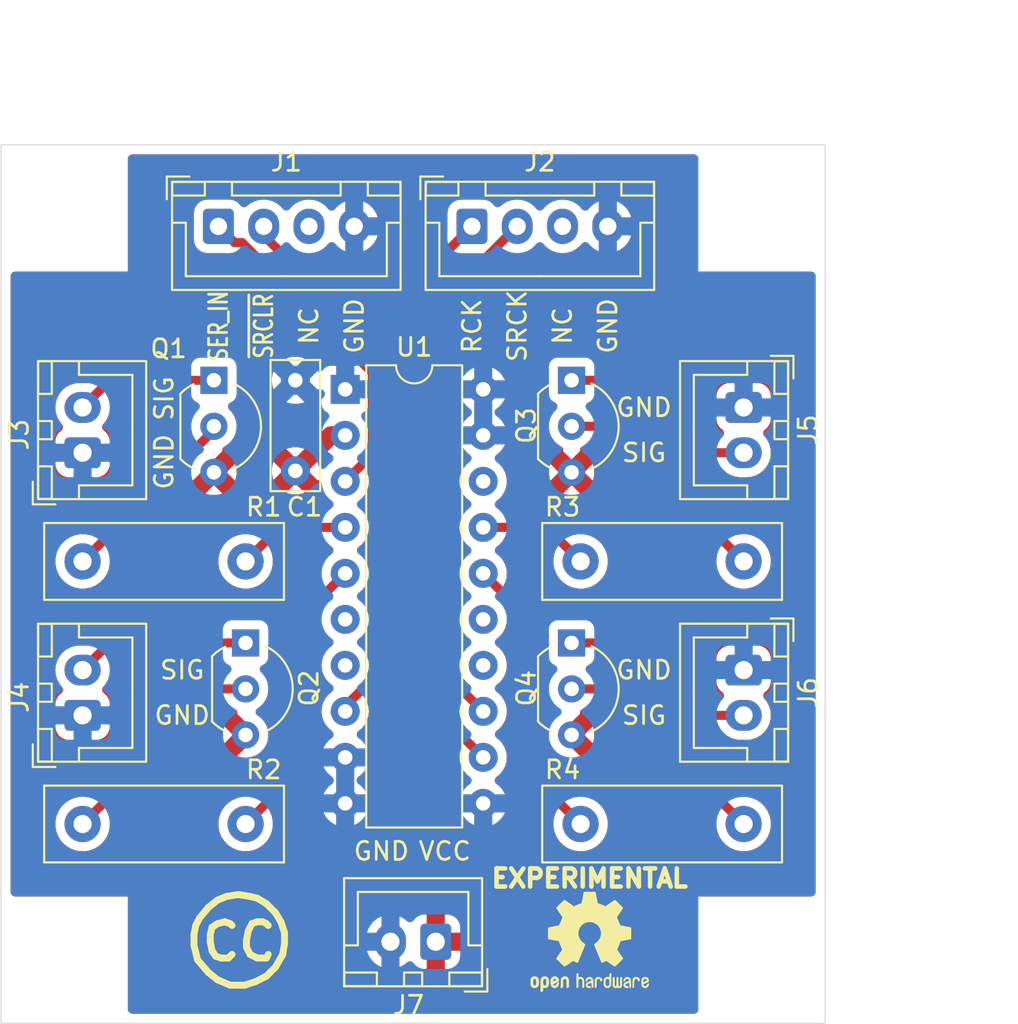
<source format=kicad_pcb>
(kicad_pcb (version 20171130) (host pcbnew "(5.1.4)-1")

  (general
    (thickness 1.6)
    (drawings 27)
    (tracks 53)
    (zones 0)
    (modules 23)
    (nets 26)
  )

  (page A4)
  (layers
    (0 F.Cu signal)
    (31 B.Cu signal)
    (32 B.Adhes user)
    (33 F.Adhes user)
    (34 B.Paste user)
    (35 F.Paste user)
    (36 B.SilkS user)
    (37 F.SilkS user)
    (38 B.Mask user)
    (39 F.Mask user)
    (40 Dwgs.User user)
    (41 Cmts.User user)
    (42 Eco1.User user)
    (43 Eco2.User user)
    (44 Edge.Cuts user)
    (45 Margin user)
    (46 B.CrtYd user)
    (47 F.CrtYd user)
    (48 B.Fab user)
    (49 F.Fab user)
  )

  (setup
    (last_trace_width 0.25)
    (trace_clearance 0.2)
    (zone_clearance 0.5)
    (zone_45_only no)
    (trace_min 0.2)
    (via_size 0.8)
    (via_drill 0.4)
    (via_min_size 0.4)
    (via_min_drill 0.3)
    (uvia_size 0.3)
    (uvia_drill 0.1)
    (uvias_allowed no)
    (uvia_min_size 0.2)
    (uvia_min_drill 0.1)
    (edge_width 0.05)
    (segment_width 0.2)
    (pcb_text_width 0.3)
    (pcb_text_size 1.5 1.5)
    (mod_edge_width 0.12)
    (mod_text_size 1 1)
    (mod_text_width 0.15)
    (pad_size 1.6 1.6)
    (pad_drill 0.8)
    (pad_to_mask_clearance 0.051)
    (solder_mask_min_width 0.25)
    (aux_axis_origin 0 0)
    (visible_elements 7FFFFF7F)
    (pcbplotparams
      (layerselection 0x3ffff_ffffffff)
      (usegerberextensions false)
      (usegerberattributes false)
      (usegerberadvancedattributes false)
      (creategerberjobfile false)
      (excludeedgelayer true)
      (linewidth 0.100000)
      (plotframeref false)
      (viasonmask false)
      (mode 1)
      (useauxorigin false)
      (hpglpennumber 1)
      (hpglpenspeed 20)
      (hpglpendiameter 15.000000)
      (psnegative false)
      (psa4output false)
      (plotreference true)
      (plotvalue true)
      (plotinvisibletext false)
      (padsonsilk false)
      (subtractmaskfromsilk false)
      (outputformat 1)
      (mirror false)
      (drillshape 0)
      (scaleselection 1)
      (outputdirectory "gerber/"))
  )

  (net 0 "")
  (net 1 "Net-(J1-Pad3)")
  (net 2 "Net-(J1-Pad2)")
  (net 3 GND)
  (net 4 "Net-(J2-Pad3)")
  (net 5 "Net-(J2-Pad2)")
  (net 6 "Net-(J3-Pad2)")
  (net 7 "Net-(J4-Pad2)")
  (net 8 "Net-(J5-Pad2)")
  (net 9 "Net-(J6-Pad2)")
  (net 10 +5V)
  (net 11 "Net-(Q1-Pad2)")
  (net 12 "Net-(Q2-Pad2)")
  (net 13 "Net-(Q3-Pad2)")
  (net 14 "Net-(Q4-Pad2)")
  (net 15 "Net-(U1-Pad18)")
  (net 16 "Net-(U1-Pad7)")
  (net 17 "Net-(U1-Pad6)")
  (net 18 "Net-(U1-Pad15)")
  (net 19 "Net-(U1-Pad14)")
  (net 20 "Net-(J1-Pad1)")
  (net 21 "Net-(J2-Pad1)")
  (net 22 DRAIN0)
  (net 23 DRAIN1)
  (net 24 DRAIN7)
  (net 25 DRAIN6)

  (net_class Default "This is the default net class."
    (clearance 0.2)
    (trace_width 0.25)
    (via_dia 0.8)
    (via_drill 0.4)
    (uvia_dia 0.3)
    (uvia_drill 0.1)
    (add_net +5V)
    (add_net DRAIN0)
    (add_net DRAIN1)
    (add_net DRAIN6)
    (add_net DRAIN7)
    (add_net GND)
    (add_net "Net-(J1-Pad1)")
    (add_net "Net-(J1-Pad2)")
    (add_net "Net-(J1-Pad3)")
    (add_net "Net-(J2-Pad1)")
    (add_net "Net-(J2-Pad2)")
    (add_net "Net-(J2-Pad3)")
    (add_net "Net-(J3-Pad2)")
    (add_net "Net-(J4-Pad2)")
    (add_net "Net-(J5-Pad2)")
    (add_net "Net-(J6-Pad2)")
    (add_net "Net-(Q1-Pad2)")
    (add_net "Net-(Q2-Pad2)")
    (add_net "Net-(Q3-Pad2)")
    (add_net "Net-(Q4-Pad2)")
    (add_net "Net-(U1-Pad14)")
    (add_net "Net-(U1-Pad15)")
    (add_net "Net-(U1-Pad18)")
    (add_net "Net-(U1-Pad6)")
    (add_net "Net-(U1-Pad7)")
  )

  (module Capacitor_THT:C_Disc_D7.0mm_W2.5mm_P5.00mm (layer F.Cu) (tedit 5AE50EF0) (tstamp 5E29684E)
    (at 140.25 51.5 90)
    (descr "C, Disc series, Radial, pin pitch=5.00mm, , diameter*width=7*2.5mm^2, Capacitor, http://cdn-reichelt.de/documents/datenblatt/B300/DS_KERKO_TC.pdf")
    (tags "C Disc series Radial pin pitch 5.00mm  diameter 7mm width 2.5mm Capacitor")
    (path /5E27638C)
    (fp_text reference C1 (at -2 0.5 180) (layer F.SilkS)
      (effects (font (size 1 1) (thickness 0.15)))
    )
    (fp_text value 100nF (at -0.5 4.5 180) (layer F.Fab)
      (effects (font (size 1 1) (thickness 0.15)))
    )
    (fp_text user %R (at 2.5 0 90) (layer F.Fab)
      (effects (font (size 1 1) (thickness 0.15)))
    )
    (fp_line (start 6.25 -1.5) (end -1.25 -1.5) (layer F.CrtYd) (width 0.05))
    (fp_line (start 6.25 1.5) (end 6.25 -1.5) (layer F.CrtYd) (width 0.05))
    (fp_line (start -1.25 1.5) (end 6.25 1.5) (layer F.CrtYd) (width 0.05))
    (fp_line (start -1.25 -1.5) (end -1.25 1.5) (layer F.CrtYd) (width 0.05))
    (fp_line (start 6.12 -1.37) (end 6.12 1.37) (layer F.SilkS) (width 0.12))
    (fp_line (start -1.12 -1.37) (end -1.12 1.37) (layer F.SilkS) (width 0.12))
    (fp_line (start -1.12 1.37) (end 6.12 1.37) (layer F.SilkS) (width 0.12))
    (fp_line (start -1.12 -1.37) (end 6.12 -1.37) (layer F.SilkS) (width 0.12))
    (fp_line (start 6 -1.25) (end -1 -1.25) (layer F.Fab) (width 0.1))
    (fp_line (start 6 1.25) (end 6 -1.25) (layer F.Fab) (width 0.1))
    (fp_line (start -1 1.25) (end 6 1.25) (layer F.Fab) (width 0.1))
    (fp_line (start -1 -1.25) (end -1 1.25) (layer F.Fab) (width 0.1))
    (pad 2 thru_hole circle (at 5 0 90) (size 1.6 1.6) (drill 0.8) (layers *.Cu *.Mask)
      (net 3 GND))
    (pad 1 thru_hole circle (at 0 0 90) (size 1.6 1.6) (drill 0.8) (layers *.Cu *.Mask)
      (net 10 +5V))
    (model ${KISYS3DMOD}/Capacitor_THT.3dshapes/C_Disc_D7.0mm_W2.5mm_P5.00mm.wrl
      (at (xyz 0 0 0))
      (scale (xyz 1 1 1))
      (rotate (xyz 0 0 0))
    )
  )

  (module MountingHole:MountingHole_3.2mm_M3_DIN965 (layer F.Cu) (tedit 56D1B4CB) (tstamp 5E24DAD1)
    (at 166 37 270)
    (descr "Mounting Hole 3.2mm, no annular, M3, DIN965")
    (tags "mounting hole 3.2mm no annular m3 din965")
    (attr virtual)
    (fp_text reference REF** (at 0 -3.8 90) (layer F.SilkS) hide
      (effects (font (size 1 1) (thickness 0.15)))
    )
    (fp_text value MountingHole_3.2mm_M3_DIN965 (at 0 3.8 90) (layer F.Fab) hide
      (effects (font (size 1 1) (thickness 0.15)))
    )
    (fp_text user %R (at 0.3 0 90) (layer F.Fab) hide
      (effects (font (size 1 1) (thickness 0.15)))
    )
    (fp_circle (center 0 0) (end 2.8 0) (layer Cmts.User) (width 0.15))
    (fp_circle (center 0 0) (end 3.05 0) (layer F.CrtYd) (width 0.05))
    (pad 1 np_thru_hole circle (at 0 0 270) (size 3.2 3.2) (drill 3.2) (layers *.Cu *.Mask))
  )

  (module MountingHole:MountingHole_3.2mm_M3_DIN965 (layer F.Cu) (tedit 56D1B4CB) (tstamp 5E24DAD1)
    (at 166 78.5 180)
    (descr "Mounting Hole 3.2mm, no annular, M3, DIN965")
    (tags "mounting hole 3.2mm no annular m3 din965")
    (attr virtual)
    (fp_text reference REF** (at 0 -3.8) (layer F.SilkS) hide
      (effects (font (size 1 1) (thickness 0.15)))
    )
    (fp_text value MountingHole_3.2mm_M3_DIN965 (at 0 3.8) (layer F.Fab) hide
      (effects (font (size 1 1) (thickness 0.15)))
    )
    (fp_text user %R (at 0.3 0) (layer F.Fab) hide
      (effects (font (size 1 1) (thickness 0.15)))
    )
    (fp_circle (center 0 0) (end 2.8 0) (layer Cmts.User) (width 0.15))
    (fp_circle (center 0 0) (end 3.05 0) (layer F.CrtYd) (width 0.05))
    (pad 1 np_thru_hole circle (at 0 0 180) (size 3.2 3.2) (drill 3.2) (layers *.Cu *.Mask))
  )

  (module MountingHole:MountingHole_3.2mm_M3_DIN965 (layer F.Cu) (tedit 56D1B4CB) (tstamp 5E24DAD1)
    (at 127.5 78.5 90)
    (descr "Mounting Hole 3.2mm, no annular, M3, DIN965")
    (tags "mounting hole 3.2mm no annular m3 din965")
    (attr virtual)
    (fp_text reference REF** (at 0 -3.8 90) (layer F.SilkS) hide
      (effects (font (size 1 1) (thickness 0.15)))
    )
    (fp_text value MountingHole_3.2mm_M3_DIN965 (at 0 3.8 90) (layer F.Fab) hide
      (effects (font (size 1 1) (thickness 0.15)))
    )
    (fp_text user %R (at 0.3 0 90) (layer F.Fab) hide
      (effects (font (size 1 1) (thickness 0.15)))
    )
    (fp_circle (center 0 0) (end 2.8 0) (layer Cmts.User) (width 0.15))
    (fp_circle (center 0 0) (end 3.05 0) (layer F.CrtYd) (width 0.05))
    (pad 1 np_thru_hole circle (at 0 0 90) (size 3.2 3.2) (drill 3.2) (layers *.Cu *.Mask))
  )

  (module MountingHole:MountingHole_3.2mm_M3_DIN965 (layer F.Cu) (tedit 56D1B4CB) (tstamp 5E24DA55)
    (at 127.5 37 90)
    (descr "Mounting Hole 3.2mm, no annular, M3, DIN965")
    (tags "mounting hole 3.2mm no annular m3 din965")
    (attr virtual)
    (fp_text reference REF** (at 0 -3.8 90) (layer F.SilkS) hide
      (effects (font (size 1 1) (thickness 0.15)))
    )
    (fp_text value MountingHole_3.2mm_M3_DIN965 (at 0 3.8 90) (layer F.Fab) hide
      (effects (font (size 1 1) (thickness 0.15)))
    )
    (fp_circle (center 0 0) (end 3.05 0) (layer F.CrtYd) (width 0.05))
    (fp_circle (center 0 0) (end 2.8 0) (layer Cmts.User) (width 0.15))
    (fp_text user %R (at 0.3 0 90) (layer F.Fab) hide
      (effects (font (size 1 1) (thickness 0.15)))
    )
    (pad 1 np_thru_hole circle (at 0 0 90) (size 3.2 3.2) (drill 3.2) (layers *.Cu *.Mask))
  )

  (module Symbol:OSHW-Logo2_7.3x6mm_SilkScreen (layer F.Cu) (tedit 0) (tstamp 5E24CB80)
    (at 156.5 77.5)
    (descr "Open Source Hardware Symbol")
    (tags "Logo Symbol OSHW")
    (attr virtual)
    (fp_text reference REF** (at 0 0) (layer F.SilkS) hide
      (effects (font (size 1 1) (thickness 0.15)))
    )
    (fp_text value OSHW-Logo2_7.3x6mm_SilkScreen (at 0.75 0) (layer F.Fab) hide
      (effects (font (size 1 1) (thickness 0.15)))
    )
    (fp_poly (pts (xy 0.10391 -2.757652) (xy 0.182454 -2.757222) (xy 0.239298 -2.756058) (xy 0.278105 -2.753793)
      (xy 0.302538 -2.75006) (xy 0.316262 -2.744494) (xy 0.32294 -2.736727) (xy 0.326236 -2.726395)
      (xy 0.326556 -2.725057) (xy 0.331562 -2.700921) (xy 0.340829 -2.653299) (xy 0.353392 -2.587259)
      (xy 0.368287 -2.507872) (xy 0.384551 -2.420204) (xy 0.385119 -2.417125) (xy 0.40141 -2.331211)
      (xy 0.416652 -2.255304) (xy 0.429861 -2.193955) (xy 0.440054 -2.151718) (xy 0.446248 -2.133145)
      (xy 0.446543 -2.132816) (xy 0.464788 -2.123747) (xy 0.502405 -2.108633) (xy 0.551271 -2.090738)
      (xy 0.551543 -2.090642) (xy 0.613093 -2.067507) (xy 0.685657 -2.038035) (xy 0.754057 -2.008403)
      (xy 0.757294 -2.006938) (xy 0.868702 -1.956374) (xy 1.115399 -2.12484) (xy 1.191077 -2.176197)
      (xy 1.259631 -2.222111) (xy 1.317088 -2.25997) (xy 1.359476 -2.287163) (xy 1.382825 -2.301079)
      (xy 1.385042 -2.302111) (xy 1.40201 -2.297516) (xy 1.433701 -2.275345) (xy 1.481352 -2.234553)
      (xy 1.546198 -2.174095) (xy 1.612397 -2.109773) (xy 1.676214 -2.046388) (xy 1.733329 -1.988549)
      (xy 1.780305 -1.939825) (xy 1.813703 -1.90379) (xy 1.830085 -1.884016) (xy 1.830694 -1.882998)
      (xy 1.832505 -1.869428) (xy 1.825683 -1.847267) (xy 1.80854 -1.813522) (xy 1.779393 -1.7652)
      (xy 1.736555 -1.699308) (xy 1.679448 -1.614483) (xy 1.628766 -1.539823) (xy 1.583461 -1.47286)
      (xy 1.54615 -1.417484) (xy 1.519452 -1.37758) (xy 1.505985 -1.357038) (xy 1.505137 -1.355644)
      (xy 1.506781 -1.335962) (xy 1.519245 -1.297707) (xy 1.540048 -1.248111) (xy 1.547462 -1.232272)
      (xy 1.579814 -1.16171) (xy 1.614328 -1.081647) (xy 1.642365 -1.012371) (xy 1.662568 -0.960955)
      (xy 1.678615 -0.921881) (xy 1.687888 -0.901459) (xy 1.689041 -0.899886) (xy 1.706096 -0.897279)
      (xy 1.746298 -0.890137) (xy 1.804302 -0.879477) (xy 1.874763 -0.866315) (xy 1.952335 -0.851667)
      (xy 2.031672 -0.836551) (xy 2.107431 -0.821982) (xy 2.174264 -0.808978) (xy 2.226828 -0.798555)
      (xy 2.259776 -0.79173) (xy 2.267857 -0.789801) (xy 2.276205 -0.785038) (xy 2.282506 -0.774282)
      (xy 2.287045 -0.753902) (xy 2.290104 -0.720266) (xy 2.291967 -0.669745) (xy 2.292918 -0.598708)
      (xy 2.29324 -0.503524) (xy 2.293257 -0.464508) (xy 2.293257 -0.147201) (xy 2.217057 -0.132161)
      (xy 2.174663 -0.124005) (xy 2.1114 -0.112101) (xy 2.034962 -0.097884) (xy 1.953043 -0.08279)
      (xy 1.9304 -0.078645) (xy 1.854806 -0.063947) (xy 1.788953 -0.049495) (xy 1.738366 -0.036625)
      (xy 1.708574 -0.026678) (xy 1.703612 -0.023713) (xy 1.691426 -0.002717) (xy 1.673953 0.037967)
      (xy 1.654577 0.090322) (xy 1.650734 0.1016) (xy 1.625339 0.171523) (xy 1.593817 0.250418)
      (xy 1.562969 0.321266) (xy 1.562817 0.321595) (xy 1.511447 0.432733) (xy 1.680399 0.681253)
      (xy 1.849352 0.929772) (xy 1.632429 1.147058) (xy 1.566819 1.211726) (xy 1.506979 1.268733)
      (xy 1.456267 1.315033) (xy 1.418046 1.347584) (xy 1.395675 1.363343) (xy 1.392466 1.364343)
      (xy 1.373626 1.356469) (xy 1.33518 1.334578) (xy 1.28133 1.301267) (xy 1.216276 1.259131)
      (xy 1.14594 1.211943) (xy 1.074555 1.16381) (xy 1.010908 1.121928) (xy 0.959041 1.088871)
      (xy 0.922995 1.067218) (xy 0.906867 1.059543) (xy 0.887189 1.066037) (xy 0.849875 1.08315)
      (xy 0.802621 1.107326) (xy 0.797612 1.110013) (xy 0.733977 1.141927) (xy 0.690341 1.157579)
      (xy 0.663202 1.157745) (xy 0.649057 1.143204) (xy 0.648975 1.143) (xy 0.641905 1.125779)
      (xy 0.625042 1.084899) (xy 0.599695 1.023525) (xy 0.567171 0.944819) (xy 0.528778 0.851947)
      (xy 0.485822 0.748072) (xy 0.444222 0.647502) (xy 0.398504 0.536516) (xy 0.356526 0.433703)
      (xy 0.319548 0.342215) (xy 0.288827 0.265201) (xy 0.265622 0.205815) (xy 0.25119 0.167209)
      (xy 0.246743 0.1528) (xy 0.257896 0.136272) (xy 0.287069 0.10993) (xy 0.325971 0.080887)
      (xy 0.436757 -0.010961) (xy 0.523351 -0.116241) (xy 0.584716 -0.232734) (xy 0.619815 -0.358224)
      (xy 0.627608 -0.490493) (xy 0.621943 -0.551543) (xy 0.591078 -0.678205) (xy 0.53792 -0.790059)
      (xy 0.465767 -0.885999) (xy 0.377917 -0.964924) (xy 0.277665 -1.02573) (xy 0.16831 -1.067313)
      (xy 0.053147 -1.088572) (xy -0.064525 -1.088401) (xy -0.18141 -1.065699) (xy -0.294211 -1.019362)
      (xy -0.399631 -0.948287) (xy -0.443632 -0.908089) (xy -0.528021 -0.804871) (xy -0.586778 -0.692075)
      (xy -0.620296 -0.57299) (xy -0.628965 -0.450905) (xy -0.613177 -0.329107) (xy -0.573322 -0.210884)
      (xy -0.509793 -0.099525) (xy -0.422979 0.001684) (xy -0.325971 0.080887) (xy -0.285563 0.111162)
      (xy -0.257018 0.137219) (xy -0.246743 0.152825) (xy -0.252123 0.169843) (xy -0.267425 0.2105)
      (xy -0.291388 0.271642) (xy -0.322756 0.350119) (xy -0.360268 0.44278) (xy -0.402667 0.546472)
      (xy -0.444337 0.647526) (xy -0.49031 0.758607) (xy -0.532893 0.861541) (xy -0.570779 0.953165)
      (xy -0.60266 1.030316) (xy -0.627229 1.089831) (xy -0.64318 1.128544) (xy -0.64909 1.143)
      (xy -0.663052 1.157685) (xy -0.69006 1.157642) (xy -0.733587 1.142099) (xy -0.79711 1.110284)
      (xy -0.797612 1.110013) (xy -0.84544 1.085323) (xy -0.884103 1.067338) (xy -0.905905 1.059614)
      (xy -0.906867 1.059543) (xy -0.923279 1.067378) (xy -0.959513 1.089165) (xy -1.011526 1.122328)
      (xy -1.075275 1.164291) (xy -1.14594 1.211943) (xy -1.217884 1.260191) (xy -1.282726 1.302151)
      (xy -1.336265 1.335227) (xy -1.374303 1.356821) (xy -1.392467 1.364343) (xy -1.409192 1.354457)
      (xy -1.44282 1.326826) (xy -1.48999 1.284495) (xy -1.547342 1.230505) (xy -1.611516 1.167899)
      (xy -1.632503 1.146983) (xy -1.849501 0.929623) (xy -1.684332 0.68722) (xy -1.634136 0.612781)
      (xy -1.590081 0.545972) (xy -1.554638 0.490665) (xy -1.530281 0.450729) (xy -1.519478 0.430036)
      (xy -1.519162 0.428563) (xy -1.524857 0.409058) (xy -1.540174 0.369822) (xy -1.562463 0.31743)
      (xy -1.578107 0.282355) (xy -1.607359 0.215201) (xy -1.634906 0.147358) (xy -1.656263 0.090034)
      (xy -1.662065 0.072572) (xy -1.678548 0.025938) (xy -1.69466 -0.010095) (xy -1.70351 -0.023713)
      (xy -1.72304 -0.032048) (xy -1.765666 -0.043863) (xy -1.825855 -0.057819) (xy -1.898078 -0.072578)
      (xy -1.9304 -0.078645) (xy -2.012478 -0.093727) (xy -2.091205 -0.108331) (xy -2.158891 -0.12102)
      (xy -2.20784 -0.130358) (xy -2.217057 -0.132161) (xy -2.293257 -0.147201) (xy -2.293257 -0.464508)
      (xy -2.293086 -0.568846) (xy -2.292384 -0.647787) (xy -2.290866 -0.704962) (xy -2.288251 -0.744001)
      (xy -2.284254 -0.768535) (xy -2.278591 -0.782195) (xy -2.27098 -0.788611) (xy -2.267857 -0.789801)
      (xy -2.249022 -0.79402) (xy -2.207412 -0.802438) (xy -2.14837 -0.814039) (xy -2.077243 -0.827805)
      (xy -1.999375 -0.84272) (xy -1.920113 -0.857768) (xy -1.844802 -0.871931) (xy -1.778787 -0.884194)
      (xy -1.727413 -0.893539) (xy -1.696025 -0.89895) (xy -1.689041 -0.899886) (xy -1.682715 -0.912404)
      (xy -1.66871 -0.945754) (xy -1.649645 -0.993623) (xy -1.642366 -1.012371) (xy -1.613004 -1.084805)
      (xy -1.578429 -1.16483) (xy -1.547463 -1.232272) (xy -1.524677 -1.283841) (xy -1.509518 -1.326215)
      (xy -1.504458 -1.352166) (xy -1.505264 -1.355644) (xy -1.515959 -1.372064) (xy -1.54038 -1.408583)
      (xy -1.575905 -1.461313) (xy -1.619913 -1.526365) (xy -1.669783 -1.599849) (xy -1.679644 -1.614355)
      (xy -1.737508 -1.700296) (xy -1.780044 -1.765739) (xy -1.808946 -1.813696) (xy -1.82591 -1.84718)
      (xy -1.832633 -1.869205) (xy -1.83081 -1.882783) (xy -1.830764 -1.882869) (xy -1.816414 -1.900703)
      (xy -1.784677 -1.935183) (xy -1.73899 -1.982732) (xy -1.682796 -2.039778) (xy -1.619532 -2.102745)
      (xy -1.612398 -2.109773) (xy -1.53267 -2.18698) (xy -1.471143 -2.24367) (xy -1.426579 -2.28089)
      (xy -1.397743 -2.299685) (xy -1.385042 -2.302111) (xy -1.366506 -2.291529) (xy -1.328039 -2.267084)
      (xy -1.273614 -2.231388) (xy -1.207202 -2.187053) (xy -1.132775 -2.136689) (xy -1.115399 -2.12484)
      (xy -0.868703 -1.956374) (xy -0.757294 -2.006938) (xy -0.689543 -2.036405) (xy -0.616817 -2.066041)
      (xy -0.554297 -2.08967) (xy -0.551543 -2.090642) (xy -0.50264 -2.108543) (xy -0.464943 -2.12368)
      (xy -0.446575 -2.13279) (xy -0.446544 -2.132816) (xy -0.440715 -2.149283) (xy -0.430808 -2.189781)
      (xy -0.417805 -2.249758) (xy -0.402691 -2.32466) (xy -0.386448 -2.409936) (xy -0.385119 -2.417125)
      (xy -0.368825 -2.504986) (xy -0.353867 -2.58474) (xy -0.341209 -2.651319) (xy -0.331814 -2.699653)
      (xy -0.326646 -2.724675) (xy -0.326556 -2.725057) (xy -0.323411 -2.735701) (xy -0.317296 -2.743738)
      (xy -0.304547 -2.749533) (xy -0.2815 -2.753453) (xy -0.244491 -2.755865) (xy -0.189856 -2.757135)
      (xy -0.113933 -2.757629) (xy -0.013056 -2.757714) (xy 0 -2.757714) (xy 0.10391 -2.757652)) (layer F.SilkS) (width 0.01))
    (fp_poly (pts (xy 3.153595 1.966966) (xy 3.211021 2.004497) (xy 3.238719 2.038096) (xy 3.260662 2.099064)
      (xy 3.262405 2.147308) (xy 3.258457 2.211816) (xy 3.109686 2.276934) (xy 3.037349 2.310202)
      (xy 2.990084 2.336964) (xy 2.965507 2.360144) (xy 2.961237 2.382667) (xy 2.974889 2.407455)
      (xy 2.989943 2.423886) (xy 3.033746 2.450235) (xy 3.081389 2.452081) (xy 3.125145 2.431546)
      (xy 3.157289 2.390752) (xy 3.163038 2.376347) (xy 3.190576 2.331356) (xy 3.222258 2.312182)
      (xy 3.265714 2.295779) (xy 3.265714 2.357966) (xy 3.261872 2.400283) (xy 3.246823 2.435969)
      (xy 3.21528 2.476943) (xy 3.210592 2.482267) (xy 3.175506 2.51872) (xy 3.145347 2.538283)
      (xy 3.107615 2.547283) (xy 3.076335 2.55023) (xy 3.020385 2.550965) (xy 2.980555 2.54166)
      (xy 2.955708 2.527846) (xy 2.916656 2.497467) (xy 2.889625 2.464613) (xy 2.872517 2.423294)
      (xy 2.863238 2.367521) (xy 2.859693 2.291305) (xy 2.85941 2.252622) (xy 2.860372 2.206247)
      (xy 2.948007 2.206247) (xy 2.949023 2.231126) (xy 2.951556 2.2352) (xy 2.968274 2.229665)
      (xy 3.004249 2.215017) (xy 3.052331 2.19419) (xy 3.062386 2.189714) (xy 3.123152 2.158814)
      (xy 3.156632 2.131657) (xy 3.16399 2.10622) (xy 3.146391 2.080481) (xy 3.131856 2.069109)
      (xy 3.07941 2.046364) (xy 3.030322 2.050122) (xy 2.989227 2.077884) (xy 2.960758 2.127152)
      (xy 2.951631 2.166257) (xy 2.948007 2.206247) (xy 2.860372 2.206247) (xy 2.861285 2.162249)
      (xy 2.868196 2.095384) (xy 2.881884 2.046695) (xy 2.904096 2.010849) (xy 2.936574 1.982513)
      (xy 2.950733 1.973355) (xy 3.015053 1.949507) (xy 3.085473 1.948006) (xy 3.153595 1.966966)) (layer F.SilkS) (width 0.01))
    (fp_poly (pts (xy 2.6526 1.958752) (xy 2.669948 1.966334) (xy 2.711356 1.999128) (xy 2.746765 2.046547)
      (xy 2.768664 2.097151) (xy 2.772229 2.122098) (xy 2.760279 2.156927) (xy 2.734067 2.175357)
      (xy 2.705964 2.186516) (xy 2.693095 2.188572) (xy 2.686829 2.173649) (xy 2.674456 2.141175)
      (xy 2.669028 2.126502) (xy 2.63859 2.075744) (xy 2.59452 2.050427) (xy 2.53801 2.051206)
      (xy 2.533825 2.052203) (xy 2.503655 2.066507) (xy 2.481476 2.094393) (xy 2.466327 2.139287)
      (xy 2.45725 2.204615) (xy 2.453286 2.293804) (xy 2.452914 2.341261) (xy 2.45273 2.416071)
      (xy 2.451522 2.467069) (xy 2.448309 2.499471) (xy 2.442109 2.518495) (xy 2.43194 2.529356)
      (xy 2.416819 2.537272) (xy 2.415946 2.53767) (xy 2.386828 2.549981) (xy 2.372403 2.554514)
      (xy 2.370186 2.540809) (xy 2.368289 2.502925) (xy 2.366847 2.445715) (xy 2.365998 2.374027)
      (xy 2.365829 2.321565) (xy 2.366692 2.220047) (xy 2.37007 2.143032) (xy 2.377142 2.086023)
      (xy 2.389088 2.044526) (xy 2.40709 2.014043) (xy 2.432327 1.99008) (xy 2.457247 1.973355)
      (xy 2.517171 1.951097) (xy 2.586911 1.946076) (xy 2.6526 1.958752)) (layer F.SilkS) (width 0.01))
    (fp_poly (pts (xy 2.144876 1.956335) (xy 2.186667 1.975344) (xy 2.219469 1.998378) (xy 2.243503 2.024133)
      (xy 2.260097 2.057358) (xy 2.270577 2.1028) (xy 2.276271 2.165207) (xy 2.278507 2.249327)
      (xy 2.278743 2.304721) (xy 2.278743 2.520826) (xy 2.241774 2.53767) (xy 2.212656 2.549981)
      (xy 2.198231 2.554514) (xy 2.195472 2.541025) (xy 2.193282 2.504653) (xy 2.191942 2.451542)
      (xy 2.191657 2.409372) (xy 2.190434 2.348447) (xy 2.187136 2.300115) (xy 2.182321 2.270518)
      (xy 2.178496 2.264229) (xy 2.152783 2.270652) (xy 2.112418 2.287125) (xy 2.065679 2.309458)
      (xy 2.020845 2.333457) (xy 1.986193 2.35493) (xy 1.970002 2.369685) (xy 1.969938 2.369845)
      (xy 1.97133 2.397152) (xy 1.983818 2.423219) (xy 2.005743 2.444392) (xy 2.037743 2.451474)
      (xy 2.065092 2.450649) (xy 2.103826 2.450042) (xy 2.124158 2.459116) (xy 2.136369 2.483092)
      (xy 2.137909 2.487613) (xy 2.143203 2.521806) (xy 2.129047 2.542568) (xy 2.092148 2.552462)
      (xy 2.052289 2.554292) (xy 1.980562 2.540727) (xy 1.943432 2.521355) (xy 1.897576 2.475845)
      (xy 1.873256 2.419983) (xy 1.871073 2.360957) (xy 1.891629 2.305953) (xy 1.922549 2.271486)
      (xy 1.95342 2.252189) (xy 2.001942 2.227759) (xy 2.058485 2.202985) (xy 2.06791 2.199199)
      (xy 2.130019 2.171791) (xy 2.165822 2.147634) (xy 2.177337 2.123619) (xy 2.16658 2.096635)
      (xy 2.148114 2.075543) (xy 2.104469 2.049572) (xy 2.056446 2.047624) (xy 2.012406 2.067637)
      (xy 1.980709 2.107551) (xy 1.976549 2.117848) (xy 1.952327 2.155724) (xy 1.916965 2.183842)
      (xy 1.872343 2.206917) (xy 1.872343 2.141485) (xy 1.874969 2.101506) (xy 1.88623 2.069997)
      (xy 1.911199 2.036378) (xy 1.935169 2.010484) (xy 1.972441 1.973817) (xy 2.001401 1.954121)
      (xy 2.032505 1.94622) (xy 2.067713 1.944914) (xy 2.144876 1.956335)) (layer F.SilkS) (width 0.01))
    (fp_poly (pts (xy 1.779833 1.958663) (xy 1.782048 1.99685) (xy 1.783784 2.054886) (xy 1.784899 2.12818)
      (xy 1.785257 2.205055) (xy 1.785257 2.465196) (xy 1.739326 2.511127) (xy 1.707675 2.539429)
      (xy 1.67989 2.550893) (xy 1.641915 2.550168) (xy 1.62684 2.548321) (xy 1.579726 2.542948)
      (xy 1.540756 2.539869) (xy 1.531257 2.539585) (xy 1.499233 2.541445) (xy 1.453432 2.546114)
      (xy 1.435674 2.548321) (xy 1.392057 2.551735) (xy 1.362745 2.54432) (xy 1.33368 2.521427)
      (xy 1.323188 2.511127) (xy 1.277257 2.465196) (xy 1.277257 1.978602) (xy 1.314226 1.961758)
      (xy 1.346059 1.949282) (xy 1.364683 1.944914) (xy 1.369458 1.958718) (xy 1.373921 1.997286)
      (xy 1.377775 2.056356) (xy 1.380722 2.131663) (xy 1.382143 2.195286) (xy 1.386114 2.445657)
      (xy 1.420759 2.450556) (xy 1.452268 2.447131) (xy 1.467708 2.436041) (xy 1.472023 2.415308)
      (xy 1.475708 2.371145) (xy 1.478469 2.309146) (xy 1.480012 2.234909) (xy 1.480235 2.196706)
      (xy 1.480457 1.976783) (xy 1.526166 1.960849) (xy 1.558518 1.950015) (xy 1.576115 1.944962)
      (xy 1.576623 1.944914) (xy 1.578388 1.958648) (xy 1.580329 1.99673) (xy 1.582282 2.054482)
      (xy 1.584084 2.127227) (xy 1.585343 2.195286) (xy 1.589314 2.445657) (xy 1.6764 2.445657)
      (xy 1.680396 2.21724) (xy 1.684392 1.988822) (xy 1.726847 1.966868) (xy 1.758192 1.951793)
      (xy 1.776744 1.944951) (xy 1.777279 1.944914) (xy 1.779833 1.958663)) (layer F.SilkS) (width 0.01))
    (fp_poly (pts (xy 1.190117 2.065358) (xy 1.189933 2.173837) (xy 1.189219 2.257287) (xy 1.187675 2.319704)
      (xy 1.185001 2.365085) (xy 1.180894 2.397429) (xy 1.175055 2.420733) (xy 1.167182 2.438995)
      (xy 1.161221 2.449418) (xy 1.111855 2.505945) (xy 1.049264 2.541377) (xy 0.980013 2.55409)
      (xy 0.910668 2.542463) (xy 0.869375 2.521568) (xy 0.826025 2.485422) (xy 0.796481 2.441276)
      (xy 0.778655 2.383462) (xy 0.770463 2.306313) (xy 0.769302 2.249714) (xy 0.769458 2.245647)
      (xy 0.870857 2.245647) (xy 0.871476 2.31055) (xy 0.874314 2.353514) (xy 0.88084 2.381622)
      (xy 0.892523 2.401953) (xy 0.906483 2.417288) (xy 0.953365 2.44689) (xy 1.003701 2.449419)
      (xy 1.051276 2.424705) (xy 1.054979 2.421356) (xy 1.070783 2.403935) (xy 1.080693 2.383209)
      (xy 1.086058 2.352362) (xy 1.088228 2.304577) (xy 1.088571 2.251748) (xy 1.087827 2.185381)
      (xy 1.084748 2.141106) (xy 1.078061 2.112009) (xy 1.066496 2.091173) (xy 1.057013 2.080107)
      (xy 1.01296 2.052198) (xy 0.962224 2.048843) (xy 0.913796 2.070159) (xy 0.90445 2.078073)
      (xy 0.88854 2.095647) (xy 0.87861 2.116587) (xy 0.873278 2.147782) (xy 0.871163 2.196122)
      (xy 0.870857 2.245647) (xy 0.769458 2.245647) (xy 0.77281 2.158568) (xy 0.784726 2.090086)
      (xy 0.807135 2.0386) (xy 0.842124 1.998443) (xy 0.869375 1.977861) (xy 0.918907 1.955625)
      (xy 0.976316 1.945304) (xy 1.029682 1.948067) (xy 1.059543 1.959212) (xy 1.071261 1.962383)
      (xy 1.079037 1.950557) (xy 1.084465 1.918866) (xy 1.088571 1.870593) (xy 1.093067 1.816829)
      (xy 1.099313 1.784482) (xy 1.110676 1.765985) (xy 1.130528 1.75377) (xy 1.143 1.748362)
      (xy 1.190171 1.728601) (xy 1.190117 2.065358)) (layer F.SilkS) (width 0.01))
    (fp_poly (pts (xy 0.529926 1.949755) (xy 0.595858 1.974084) (xy 0.649273 2.017117) (xy 0.670164 2.047409)
      (xy 0.692939 2.102994) (xy 0.692466 2.143186) (xy 0.668562 2.170217) (xy 0.659717 2.174813)
      (xy 0.62153 2.189144) (xy 0.602028 2.185472) (xy 0.595422 2.161407) (xy 0.595086 2.148114)
      (xy 0.582992 2.09921) (xy 0.551471 2.064999) (xy 0.507659 2.048476) (xy 0.458695 2.052634)
      (xy 0.418894 2.074227) (xy 0.40545 2.086544) (xy 0.395921 2.101487) (xy 0.389485 2.124075)
      (xy 0.385317 2.159328) (xy 0.382597 2.212266) (xy 0.380502 2.287907) (xy 0.37996 2.311857)
      (xy 0.377981 2.39379) (xy 0.375731 2.451455) (xy 0.372357 2.489608) (xy 0.367006 2.513004)
      (xy 0.358824 2.526398) (xy 0.346959 2.534545) (xy 0.339362 2.538144) (xy 0.307102 2.550452)
      (xy 0.288111 2.554514) (xy 0.281836 2.540948) (xy 0.278006 2.499934) (xy 0.2766 2.430999)
      (xy 0.277598 2.333669) (xy 0.277908 2.318657) (xy 0.280101 2.229859) (xy 0.282693 2.165019)
      (xy 0.286382 2.119067) (xy 0.291864 2.086935) (xy 0.299835 2.063553) (xy 0.310993 2.043852)
      (xy 0.31683 2.03541) (xy 0.350296 1.998057) (xy 0.387727 1.969003) (xy 0.392309 1.966467)
      (xy 0.459426 1.946443) (xy 0.529926 1.949755)) (layer F.SilkS) (width 0.01))
    (fp_poly (pts (xy 0.039744 1.950968) (xy 0.096616 1.972087) (xy 0.097267 1.972493) (xy 0.13244 1.99838)
      (xy 0.158407 2.028633) (xy 0.17667 2.068058) (xy 0.188732 2.121462) (xy 0.196096 2.193651)
      (xy 0.200264 2.289432) (xy 0.200629 2.303078) (xy 0.205876 2.508842) (xy 0.161716 2.531678)
      (xy 0.129763 2.54711) (xy 0.11047 2.554423) (xy 0.109578 2.554514) (xy 0.106239 2.541022)
      (xy 0.103587 2.504626) (xy 0.101956 2.451452) (xy 0.1016 2.408393) (xy 0.101592 2.338641)
      (xy 0.098403 2.294837) (xy 0.087288 2.273944) (xy 0.063501 2.272925) (xy 0.022296 2.288741)
      (xy -0.039914 2.317815) (xy -0.085659 2.341963) (xy -0.109187 2.362913) (xy -0.116104 2.385747)
      (xy -0.116114 2.386877) (xy -0.104701 2.426212) (xy -0.070908 2.447462) (xy -0.019191 2.450539)
      (xy 0.018061 2.450006) (xy 0.037703 2.460735) (xy 0.049952 2.486505) (xy 0.057002 2.519337)
      (xy 0.046842 2.537966) (xy 0.043017 2.540632) (xy 0.007001 2.55134) (xy -0.043434 2.552856)
      (xy -0.095374 2.545759) (xy -0.132178 2.532788) (xy -0.183062 2.489585) (xy -0.211986 2.429446)
      (xy -0.217714 2.382462) (xy -0.213343 2.340082) (xy -0.197525 2.305488) (xy -0.166203 2.274763)
      (xy -0.115322 2.24399) (xy -0.040824 2.209252) (xy -0.036286 2.207288) (xy 0.030821 2.176287)
      (xy 0.072232 2.150862) (xy 0.089981 2.128014) (xy 0.086107 2.104745) (xy 0.062643 2.078056)
      (xy 0.055627 2.071914) (xy 0.00863 2.0481) (xy -0.040067 2.049103) (xy -0.082478 2.072451)
      (xy -0.110616 2.115675) (xy -0.113231 2.12416) (xy -0.138692 2.165308) (xy -0.170999 2.185128)
      (xy -0.217714 2.20477) (xy -0.217714 2.15395) (xy -0.203504 2.080082) (xy -0.161325 2.012327)
      (xy -0.139376 1.989661) (xy -0.089483 1.960569) (xy -0.026033 1.9474) (xy 0.039744 1.950968)) (layer F.SilkS) (width 0.01))
    (fp_poly (pts (xy -0.624114 1.851289) (xy -0.619861 1.910613) (xy -0.614975 1.945572) (xy -0.608205 1.96082)
      (xy -0.598298 1.961015) (xy -0.595086 1.959195) (xy -0.552356 1.946015) (xy -0.496773 1.946785)
      (xy -0.440263 1.960333) (xy -0.404918 1.977861) (xy -0.368679 2.005861) (xy -0.342187 2.037549)
      (xy -0.324001 2.077813) (xy -0.312678 2.131543) (xy -0.306778 2.203626) (xy -0.304857 2.298951)
      (xy -0.304823 2.317237) (xy -0.3048 2.522646) (xy -0.350509 2.53858) (xy -0.382973 2.54942)
      (xy -0.400785 2.554468) (xy -0.401309 2.554514) (xy -0.403063 2.540828) (xy -0.404556 2.503076)
      (xy -0.405674 2.446224) (xy -0.406303 2.375234) (xy -0.4064 2.332073) (xy -0.406602 2.246973)
      (xy -0.407642 2.185981) (xy -0.410169 2.144177) (xy -0.414836 2.116642) (xy -0.422293 2.098456)
      (xy -0.433189 2.084698) (xy -0.439993 2.078073) (xy -0.486728 2.051375) (xy -0.537728 2.049375)
      (xy -0.583999 2.071955) (xy -0.592556 2.080107) (xy -0.605107 2.095436) (xy -0.613812 2.113618)
      (xy -0.619369 2.139909) (xy -0.622474 2.179562) (xy -0.623824 2.237832) (xy -0.624114 2.318173)
      (xy -0.624114 2.522646) (xy -0.669823 2.53858) (xy -0.702287 2.54942) (xy -0.720099 2.554468)
      (xy -0.720623 2.554514) (xy -0.721963 2.540623) (xy -0.723172 2.501439) (xy -0.724199 2.4407)
      (xy -0.724998 2.362141) (xy -0.725519 2.269498) (xy -0.725714 2.166509) (xy -0.725714 1.769342)
      (xy -0.678543 1.749444) (xy -0.631371 1.729547) (xy -0.624114 1.851289)) (layer F.SilkS) (width 0.01))
    (fp_poly (pts (xy -1.831697 1.931239) (xy -1.774473 1.969735) (xy -1.730251 2.025335) (xy -1.703833 2.096086)
      (xy -1.69849 2.148162) (xy -1.699097 2.169893) (xy -1.704178 2.186531) (xy -1.718145 2.201437)
      (xy -1.745411 2.217973) (xy -1.790388 2.239498) (xy -1.857489 2.269374) (xy -1.857829 2.269524)
      (xy -1.919593 2.297813) (xy -1.970241 2.322933) (xy -2.004596 2.342179) (xy -2.017482 2.352848)
      (xy -2.017486 2.352934) (xy -2.006128 2.376166) (xy -1.979569 2.401774) (xy -1.949077 2.420221)
      (xy -1.93363 2.423886) (xy -1.891485 2.411212) (xy -1.855192 2.379471) (xy -1.837483 2.344572)
      (xy -1.820448 2.318845) (xy -1.787078 2.289546) (xy -1.747851 2.264235) (xy -1.713244 2.250471)
      (xy -1.706007 2.249714) (xy -1.697861 2.26216) (xy -1.69737 2.293972) (xy -1.703357 2.336866)
      (xy -1.714643 2.382558) (xy -1.73005 2.422761) (xy -1.730829 2.424322) (xy -1.777196 2.489062)
      (xy -1.837289 2.533097) (xy -1.905535 2.554711) (xy -1.976362 2.552185) (xy -2.044196 2.523804)
      (xy -2.047212 2.521808) (xy -2.100573 2.473448) (xy -2.13566 2.410352) (xy -2.155078 2.327387)
      (xy -2.157684 2.304078) (xy -2.162299 2.194055) (xy -2.156767 2.142748) (xy -2.017486 2.142748)
      (xy -2.015676 2.174753) (xy -2.005778 2.184093) (xy -1.981102 2.177105) (xy -1.942205 2.160587)
      (xy -1.898725 2.139881) (xy -1.897644 2.139333) (xy -1.860791 2.119949) (xy -1.846 2.107013)
      (xy -1.849647 2.093451) (xy -1.865005 2.075632) (xy -1.904077 2.049845) (xy -1.946154 2.04795)
      (xy -1.983897 2.066717) (xy -2.009966 2.102915) (xy -2.017486 2.142748) (xy -2.156767 2.142748)
      (xy -2.152806 2.106027) (xy -2.12845 2.036212) (xy -2.094544 1.987302) (xy -2.033347 1.937878)
      (xy -1.965937 1.913359) (xy -1.89712 1.911797) (xy -1.831697 1.931239)) (layer F.SilkS) (width 0.01))
    (fp_poly (pts (xy -2.958885 1.921962) (xy -2.890855 1.957733) (xy -2.840649 2.015301) (xy -2.822815 2.052312)
      (xy -2.808937 2.107882) (xy -2.801833 2.178096) (xy -2.80116 2.254727) (xy -2.806573 2.329552)
      (xy -2.81773 2.394342) (xy -2.834286 2.440873) (xy -2.839374 2.448887) (xy -2.899645 2.508707)
      (xy -2.971231 2.544535) (xy -3.048908 2.55502) (xy -3.127452 2.53881) (xy -3.149311 2.529092)
      (xy -3.191878 2.499143) (xy -3.229237 2.459433) (xy -3.232768 2.454397) (xy -3.247119 2.430124)
      (xy -3.256606 2.404178) (xy -3.26221 2.370022) (xy -3.264914 2.321119) (xy -3.265701 2.250935)
      (xy -3.265714 2.2352) (xy -3.265678 2.230192) (xy -3.120571 2.230192) (xy -3.119727 2.29643)
      (xy -3.116404 2.340386) (xy -3.109417 2.368779) (xy -3.097584 2.388325) (xy -3.091543 2.394857)
      (xy -3.056814 2.41968) (xy -3.023097 2.418548) (xy -2.989005 2.397016) (xy -2.968671 2.374029)
      (xy -2.956629 2.340478) (xy -2.949866 2.287569) (xy -2.949402 2.281399) (xy -2.948248 2.185513)
      (xy -2.960312 2.114299) (xy -2.98543 2.068194) (xy -3.02344 2.047635) (xy -3.037008 2.046514)
      (xy -3.072636 2.052152) (xy -3.097006 2.071686) (xy -3.111907 2.109042) (xy -3.119125 2.16815)
      (xy -3.120571 2.230192) (xy -3.265678 2.230192) (xy -3.265174 2.160413) (xy -3.262904 2.108159)
      (xy -3.257932 2.071949) (xy -3.249287 2.045299) (xy -3.235995 2.021722) (xy -3.233057 2.017338)
      (xy -3.183687 1.958249) (xy -3.129891 1.923947) (xy -3.064398 1.910331) (xy -3.042158 1.909665)
      (xy -2.958885 1.921962)) (layer F.SilkS) (width 0.01))
    (fp_poly (pts (xy -1.283907 1.92778) (xy -1.237328 1.954723) (xy -1.204943 1.981466) (xy -1.181258 2.009484)
      (xy -1.164941 2.043748) (xy -1.154661 2.089227) (xy -1.149086 2.150892) (xy -1.146884 2.233711)
      (xy -1.146629 2.293246) (xy -1.146629 2.512391) (xy -1.208314 2.540044) (xy -1.27 2.567697)
      (xy -1.277257 2.32767) (xy -1.280256 2.238028) (xy -1.283402 2.172962) (xy -1.287299 2.128026)
      (xy -1.292553 2.09877) (xy -1.299769 2.080748) (xy -1.30955 2.069511) (xy -1.312688 2.067079)
      (xy -1.360239 2.048083) (xy -1.408303 2.0556) (xy -1.436914 2.075543) (xy -1.448553 2.089675)
      (xy -1.456609 2.10822) (xy -1.461729 2.136334) (xy -1.464559 2.179173) (xy -1.465744 2.241895)
      (xy -1.465943 2.307261) (xy -1.465982 2.389268) (xy -1.467386 2.447316) (xy -1.472086 2.486465)
      (xy -1.482013 2.51178) (xy -1.499097 2.528323) (xy -1.525268 2.541156) (xy -1.560225 2.554491)
      (xy -1.598404 2.569007) (xy -1.593859 2.311389) (xy -1.592029 2.218519) (xy -1.589888 2.149889)
      (xy -1.586819 2.100711) (xy -1.582206 2.066198) (xy -1.575432 2.041562) (xy -1.565881 2.022016)
      (xy -1.554366 2.00477) (xy -1.49881 1.94968) (xy -1.43102 1.917822) (xy -1.357287 1.910191)
      (xy -1.283907 1.92778)) (layer F.SilkS) (width 0.01))
    (fp_poly (pts (xy -2.400256 1.919918) (xy -2.344799 1.947568) (xy -2.295852 1.99848) (xy -2.282371 2.017338)
      (xy -2.267686 2.042015) (xy -2.258158 2.068816) (xy -2.252707 2.104587) (xy -2.250253 2.156169)
      (xy -2.249714 2.224267) (xy -2.252148 2.317588) (xy -2.260606 2.387657) (xy -2.276826 2.439931)
      (xy -2.302546 2.479869) (xy -2.339503 2.512929) (xy -2.342218 2.514886) (xy -2.37864 2.534908)
      (xy -2.422498 2.544815) (xy -2.478276 2.547257) (xy -2.568952 2.547257) (xy -2.56899 2.635283)
      (xy -2.569834 2.684308) (xy -2.574976 2.713065) (xy -2.588413 2.730311) (xy -2.614142 2.744808)
      (xy -2.620321 2.747769) (xy -2.649236 2.761648) (xy -2.671624 2.770414) (xy -2.688271 2.771171)
      (xy -2.699964 2.761023) (xy -2.70749 2.737073) (xy -2.711634 2.696426) (xy -2.713185 2.636186)
      (xy -2.712929 2.553455) (xy -2.711651 2.445339) (xy -2.711252 2.413) (xy -2.709815 2.301524)
      (xy -2.708528 2.228603) (xy -2.569029 2.228603) (xy -2.568245 2.290499) (xy -2.56476 2.330997)
      (xy -2.556876 2.357708) (xy -2.542895 2.378244) (xy -2.533403 2.38826) (xy -2.494596 2.417567)
      (xy -2.460237 2.419952) (xy -2.424784 2.39575) (xy -2.423886 2.394857) (xy -2.409461 2.376153)
      (xy -2.400687 2.350732) (xy -2.396261 2.311584) (xy -2.394882 2.251697) (xy -2.394857 2.23843)
      (xy -2.398188 2.155901) (xy -2.409031 2.098691) (xy -2.42866 2.063766) (xy -2.45835 2.048094)
      (xy -2.475509 2.046514) (xy -2.516234 2.053926) (xy -2.544168 2.07833) (xy -2.560983 2.12298)
      (xy -2.56835 2.19113) (xy -2.569029 2.228603) (xy -2.708528 2.228603) (xy -2.708292 2.215245)
      (xy -2.706323 2.150333) (xy -2.70355 2.102958) (xy -2.699612 2.06929) (xy -2.694151 2.045498)
      (xy -2.686808 2.027753) (xy -2.677223 2.012224) (xy -2.673113 2.006381) (xy -2.618595 1.951185)
      (xy -2.549664 1.91989) (xy -2.469928 1.911165) (xy -2.400256 1.919918)) (layer F.SilkS) (width 0.01))
  )

  (module Symbol:Symbol_CreativeCommons_SilkScreenTop_Type2_Small (layer F.Cu) (tedit 5E206393) (tstamp 5E24C606)
    (at 137 77.5)
    (descr "Symbol, Creative Commons, CopperTop, Type 2, Small,")
    (tags "Symbol, Creative Commons, CopperTop, Type 2, Small,")
    (attr virtual)
    (fp_text reference REF** (at 0.5 -4) (layer F.SilkS) hide
      (effects (font (size 1 1) (thickness 0.15)))
    )
    (fp_text value Symbol_CreativeCommons_SilkScreenTop_Type2_Small (at 0.59944 8.001) (layer F.Fab) hide
      (effects (font (size 1 1) (thickness 0.15)))
    )
    (fp_line (start 1.7502 -0.9001) (end 1.65114 -0.99916) (layer F.SilkS) (width 0.381))
    (fp_line (start 1.65114 -0.99916) (end 1.45048 -1.10076) (layer F.SilkS) (width 0.381))
    (fp_line (start 1.45048 -1.10076) (end 1.15076 -1.10076) (layer F.SilkS) (width 0.381))
    (fp_line (start 1.15076 -1.10076) (end 0.85104 -0.99916) (layer F.SilkS) (width 0.381))
    (fp_line (start 0.85104 -0.99916) (end 0.65038 -0.60038) (layer F.SilkS) (width 0.381))
    (fp_line (start 0.65038 -0.60038) (end 0.54878 -0.1) (layer F.SilkS) (width 0.381))
    (fp_line (start 0.54878 -0.1) (end 0.54878 0.29878) (layer F.SilkS) (width 0.381))
    (fp_line (start 0.54878 0.29878) (end 0.74944 0.7001) (layer F.SilkS) (width 0.381))
    (fp_line (start 0.74944 0.7001) (end 1.15076 0.90076) (layer F.SilkS) (width 0.381))
    (fp_line (start 1.15076 0.90076) (end 1.34888 0.90076) (layer F.SilkS) (width 0.381))
    (fp_line (start 1.34888 0.90076) (end 1.65114 0.90076) (layer F.SilkS) (width 0.381))
    (fp_line (start 1.65114 0.90076) (end 1.7502 0.7001) (layer F.SilkS) (width 0.381))
    (fp_line (start -0.24878 -0.9001) (end -0.35038 -0.99916) (layer F.SilkS) (width 0.381))
    (fp_line (start -0.35038 -0.99916) (end -0.6501 -1.10076) (layer F.SilkS) (width 0.381))
    (fp_line (start -0.6501 -1.10076) (end -1.04888 -0.99916) (layer F.SilkS) (width 0.381))
    (fp_line (start -1.04888 -0.99916) (end -1.35114 -0.80104) (layer F.SilkS) (width 0.381))
    (fp_line (start -1.35114 -0.80104) (end -1.4502 -0.39972) (layer F.SilkS) (width 0.381))
    (fp_line (start -1.4502 -0.39972) (end -1.4502 -0.00094) (layer F.SilkS) (width 0.381))
    (fp_line (start -1.4502 -0.00094) (end -1.35114 0.49944) (layer F.SilkS) (width 0.381))
    (fp_line (start -1.35114 0.49944) (end -1.15048 0.79916) (layer F.SilkS) (width 0.381))
    (fp_line (start -1.15048 0.79916) (end -0.85076 0.90076) (layer F.SilkS) (width 0.381))
    (fp_line (start -0.85076 0.90076) (end -0.44944 0.90076) (layer F.SilkS) (width 0.381))
    (fp_line (start -0.44944 0.90076) (end -0.24878 0.7001) (layer F.SilkS) (width 0.381))
    (fp_line (start 0.15 -2.59936) (end 0.05094 -2.59936) (layer F.SilkS) (width 0.381))
    (fp_line (start 0.05094 -2.59936) (end -0.55104 -2.5003) (layer F.SilkS) (width 0.381))
    (fp_line (start -0.55104 -2.5003) (end -1.04888 -2.29964) (layer F.SilkS) (width 0.381))
    (fp_line (start -1.04888 -2.29964) (end -1.54926 -1.90086) (layer F.SilkS) (width 0.381))
    (fp_line (start -1.54926 -1.90086) (end -2.04964 -1.29888) (layer F.SilkS) (width 0.381))
    (fp_line (start -2.04964 -1.29888) (end -2.2503 -0.9001) (layer F.SilkS) (width 0.381))
    (fp_line (start -2.2503 -0.9001) (end -2.34936 -0.39972) (layer F.SilkS) (width 0.381))
    (fp_line (start -2.34936 -0.39972) (end -2.34936 0.19972) (layer F.SilkS) (width 0.381))
    (fp_line (start -2.34936 0.19972) (end -2.15124 0.99982) (layer F.SilkS) (width 0.381))
    (fp_line (start -2.15124 0.99982) (end -1.54926 1.70086) (layer F.SilkS) (width 0.381))
    (fp_line (start -1.54926 1.70086) (end -1.04888 2.09964) (layer F.SilkS) (width 0.381))
    (fp_line (start -1.04888 2.09964) (end -0.35038 2.39936) (layer F.SilkS) (width 0.381))
    (fp_line (start -0.35038 2.39936) (end 0.44972 2.39936) (layer F.SilkS) (width 0.381))
    (fp_line (start 0.44972 2.39936) (end 1.04916 2.20124) (layer F.SilkS) (width 0.381))
    (fp_line (start 1.04916 2.20124) (end 1.65114 1.89898) (layer F.SilkS) (width 0.381))
    (fp_line (start 1.65114 1.89898) (end 2.14898 1.40114) (layer F.SilkS) (width 0.381))
    (fp_line (start 2.14898 1.40114) (end 2.5503 0.7001) (layer F.SilkS) (width 0.381))
    (fp_line (start 2.5503 0.7001) (end 2.64936 0.10066) (layer F.SilkS) (width 0.381))
    (fp_line (start 2.64936 0.10066) (end 2.64936 -0.49878) (layer F.SilkS) (width 0.381))
    (fp_line (start 2.64936 -0.49878) (end 2.45124 -1.10076) (layer F.SilkS) (width 0.381))
    (fp_line (start 2.45124 -1.10076) (end 2.14898 -1.60114) (layer F.SilkS) (width 0.381))
    (fp_line (start 2.14898 -1.60114) (end 1.65114 -2.09898) (layer F.SilkS) (width 0.381))
    (fp_line (start 1.65114 -2.09898) (end 1.15076 -2.40124) (layer F.SilkS) (width 0.381))
    (fp_line (start 1.15076 -2.40124) (end 0.74944 -2.5003) (layer F.SilkS) (width 0.381))
    (fp_line (start 0.74944 -2.5003) (end 0.15 -2.59936) (layer F.SilkS) (width 0.381))
  )

  (module Package_DIP:DIP-20_W7.62mm (layer F.Cu) (tedit 5A02E8C5) (tstamp 5E23816B)
    (at 143 47)
    (descr "20-lead though-hole mounted DIP package, row spacing 7.62 mm (300 mils)")
    (tags "THT DIP DIL PDIP 2.54mm 7.62mm 300mil")
    (path /5E24E275)
    (fp_text reference U1 (at 3.81 -2.33) (layer F.SilkS)
      (effects (font (size 1 1) (thickness 0.15)))
    )
    (fp_text value TPIC6595 (at 3.81 10.5 90) (layer F.Fab)
      (effects (font (size 1 1) (thickness 0.15)))
    )
    (fp_text user %R (at 3.81 4) (layer F.Fab)
      (effects (font (size 1 1) (thickness 0.15)))
    )
    (fp_line (start 8.7 -1.55) (end -1.1 -1.55) (layer F.CrtYd) (width 0.05))
    (fp_line (start 8.7 24.4) (end 8.7 -1.55) (layer F.CrtYd) (width 0.05))
    (fp_line (start -1.1 24.4) (end 8.7 24.4) (layer F.CrtYd) (width 0.05))
    (fp_line (start -1.1 -1.55) (end -1.1 24.4) (layer F.CrtYd) (width 0.05))
    (fp_line (start 6.46 -1.33) (end 4.81 -1.33) (layer F.SilkS) (width 0.12))
    (fp_line (start 6.46 24.19) (end 6.46 -1.33) (layer F.SilkS) (width 0.12))
    (fp_line (start 1.16 24.19) (end 6.46 24.19) (layer F.SilkS) (width 0.12))
    (fp_line (start 1.16 -1.33) (end 1.16 24.19) (layer F.SilkS) (width 0.12))
    (fp_line (start 2.81 -1.33) (end 1.16 -1.33) (layer F.SilkS) (width 0.12))
    (fp_line (start 0.635 -0.27) (end 1.635 -1.27) (layer F.Fab) (width 0.1))
    (fp_line (start 0.635 24.13) (end 0.635 -0.27) (layer F.Fab) (width 0.1))
    (fp_line (start 6.985 24.13) (end 0.635 24.13) (layer F.Fab) (width 0.1))
    (fp_line (start 6.985 -1.27) (end 6.985 24.13) (layer F.Fab) (width 0.1))
    (fp_line (start 1.635 -1.27) (end 6.985 -1.27) (layer F.Fab) (width 0.1))
    (fp_arc (start 3.81 -1.33) (end 2.81 -1.33) (angle -180) (layer F.SilkS) (width 0.12))
    (pad 20 thru_hole oval (at 7.62 0) (size 1.6 1.6) (drill 0.8) (layers *.Cu *.Mask)
      (net 3 GND))
    (pad 10 thru_hole oval (at 0 22.86) (size 1.6 1.6) (drill 0.8) (layers *.Cu *.Mask)
      (net 3 GND))
    (pad 19 thru_hole oval (at 7.62 2.54) (size 1.6 1.6) (drill 0.8) (layers *.Cu *.Mask)
      (net 3 GND))
    (pad 9 thru_hole oval (at 0 20.32) (size 1.6 1.6) (drill 0.8) (layers *.Cu *.Mask)
      (net 3 GND))
    (pad 18 thru_hole oval (at 7.62 5.08) (size 1.6 1.6) (drill 0.8) (layers *.Cu *.Mask)
      (net 15 "Net-(U1-Pad18)"))
    (pad 8 thru_hole oval (at 0 17.78) (size 1.6 1.6) (drill 0.8) (layers *.Cu *.Mask)
      (net 2 "Net-(J1-Pad2)"))
    (pad 17 thru_hole oval (at 7.62 7.62) (size 1.6 1.6) (drill 0.8) (layers *.Cu *.Mask)
      (net 24 DRAIN7))
    (pad 7 thru_hole oval (at 0 15.24) (size 1.6 1.6) (drill 0.8) (layers *.Cu *.Mask)
      (net 16 "Net-(U1-Pad7)"))
    (pad 16 thru_hole oval (at 7.62 10.16) (size 1.6 1.6) (drill 0.8) (layers *.Cu *.Mask)
      (net 25 DRAIN6))
    (pad 6 thru_hole oval (at 0 12.7) (size 1.6 1.6) (drill 0.8) (layers *.Cu *.Mask)
      (net 17 "Net-(U1-Pad6)"))
    (pad 15 thru_hole oval (at 7.62 12.7) (size 1.6 1.6) (drill 0.8) (layers *.Cu *.Mask)
      (net 18 "Net-(U1-Pad15)"))
    (pad 5 thru_hole oval (at 0 10.16) (size 1.6 1.6) (drill 0.8) (layers *.Cu *.Mask)
      (net 23 DRAIN1))
    (pad 14 thru_hole oval (at 7.62 15.24) (size 1.6 1.6) (drill 0.8) (layers *.Cu *.Mask)
      (net 19 "Net-(U1-Pad14)"))
    (pad 4 thru_hole oval (at 0 7.62) (size 1.6 1.6) (drill 0.8) (layers *.Cu *.Mask)
      (net 22 DRAIN0))
    (pad 13 thru_hole oval (at 7.62 17.78) (size 1.6 1.6) (drill 0.8) (layers *.Cu *.Mask)
      (net 5 "Net-(J2-Pad2)"))
    (pad 3 thru_hole oval (at 0 5.08) (size 1.6 1.6) (drill 0.8) (layers *.Cu *.Mask)
      (net 20 "Net-(J1-Pad1)"))
    (pad 12 thru_hole oval (at 7.62 20.32) (size 1.6 1.6) (drill 0.8) (layers *.Cu *.Mask)
      (net 21 "Net-(J2-Pad1)"))
    (pad 2 thru_hole oval (at 0 2.54) (size 1.6 1.6) (drill 0.8) (layers *.Cu *.Mask)
      (net 10 +5V))
    (pad 11 thru_hole oval (at 7.62 22.86) (size 1.6 1.6) (drill 0.8) (layers *.Cu *.Mask)
      (net 3 GND))
    (pad 1 thru_hole rect (at 0 0) (size 1.6 1.6) (drill 0.8) (layers *.Cu *.Mask)
      (net 3 GND))
    (model ${KISYS3DMOD}/Package_DIP.3dshapes/DIP-20_W7.62mm.wrl
      (at (xyz 0 0 0))
      (scale (xyz 1 1 1))
      (rotate (xyz 0 0 0))
    )
  )

  (module Resistor_THT:R_Box_L13.0mm_W4.0mm_P9.00mm (layer F.Cu) (tedit 5AE5139B) (tstamp 5E23B4B3)
    (at 137.5 71 180)
    (descr "Resistor, Box series, Radial, pin pitch=9.00mm, 2W, length*width=13.0*4.0mm^2, http://www.produktinfo.conrad.com/datenblaetter/425000-449999/443860-da-01-de-METALLBAND_WIDERSTAND_0_1_OHM_5W_5Pr.pdf")
    (tags "Resistor Box series Radial pin pitch 9.00mm 2W length 13.0mm width 4.0mm")
    (path /5E23F4EA)
    (fp_text reference R2 (at -1 3 180) (layer F.SilkS)
      (effects (font (size 1 1) (thickness 0.15)))
    )
    (fp_text value 270 (at 4.5 -1) (layer F.Fab)
      (effects (font (size 1 1) (thickness 0.15)))
    )
    (fp_text user %R (at 4.5 1) (layer F.Fab)
      (effects (font (size 1 1) (thickness 0.15)))
    )
    (fp_line (start 11.25 -2.25) (end -2.25 -2.25) (layer F.CrtYd) (width 0.05))
    (fp_line (start 11.25 2.25) (end 11.25 -2.25) (layer F.CrtYd) (width 0.05))
    (fp_line (start -2.25 2.25) (end 11.25 2.25) (layer F.CrtYd) (width 0.05))
    (fp_line (start -2.25 -2.25) (end -2.25 2.25) (layer F.CrtYd) (width 0.05))
    (fp_line (start 11.12 -2.12) (end 11.12 2.12) (layer F.SilkS) (width 0.12))
    (fp_line (start -2.12 -2.12) (end -2.12 2.12) (layer F.SilkS) (width 0.12))
    (fp_line (start -2.12 2.12) (end 11.12 2.12) (layer F.SilkS) (width 0.12))
    (fp_line (start -2.12 -2.12) (end 11.12 -2.12) (layer F.SilkS) (width 0.12))
    (fp_line (start 11 -2) (end -2 -2) (layer F.Fab) (width 0.1))
    (fp_line (start 11 2) (end 11 -2) (layer F.Fab) (width 0.1))
    (fp_line (start -2 2) (end 11 2) (layer F.Fab) (width 0.1))
    (fp_line (start -2 -2) (end -2 2) (layer F.Fab) (width 0.1))
    (pad 2 thru_hole circle (at 9 0 180) (size 2 2) (drill 1) (layers *.Cu *.Mask)
      (net 12 "Net-(Q2-Pad2)"))
    (pad 1 thru_hole circle (at 0 0 180) (size 2 2) (drill 1) (layers *.Cu *.Mask)
      (net 23 DRAIN1))
    (model ${KISYS3DMOD}/Resistor_THT.3dshapes/R_Box_L13.0mm_W4.0mm_P9.00mm.wrl
      (at (xyz 0 0 0))
      (scale (xyz 1 1 1))
      (rotate (xyz 0 0 0))
    )
  )

  (module Resistor_THT:R_Box_L13.0mm_W4.0mm_P9.00mm (layer F.Cu) (tedit 5AE5139B) (tstamp 5E238128)
    (at 156 56.5)
    (descr "Resistor, Box series, Radial, pin pitch=9.00mm, 2W, length*width=13.0*4.0mm^2, http://www.produktinfo.conrad.com/datenblaetter/425000-449999/443860-da-01-de-METALLBAND_WIDERSTAND_0_1_OHM_5W_5Pr.pdf")
    (tags "Resistor Box series Radial pin pitch 9.00mm 2W length 13.0mm width 4.0mm")
    (path /5E23CE9F)
    (fp_text reference R3 (at -1 -3) (layer F.SilkS)
      (effects (font (size 1 1) (thickness 0.15)))
    )
    (fp_text value 270 (at 4.5 1) (layer F.Fab)
      (effects (font (size 1 1) (thickness 0.15)))
    )
    (fp_text user %R (at 4.5 -1) (layer F.Fab)
      (effects (font (size 1 1) (thickness 0.15)))
    )
    (fp_line (start 11.25 -2.25) (end -2.25 -2.25) (layer F.CrtYd) (width 0.05))
    (fp_line (start 11.25 2.25) (end 11.25 -2.25) (layer F.CrtYd) (width 0.05))
    (fp_line (start -2.25 2.25) (end 11.25 2.25) (layer F.CrtYd) (width 0.05))
    (fp_line (start -2.25 -2.25) (end -2.25 2.25) (layer F.CrtYd) (width 0.05))
    (fp_line (start 11.12 -2.12) (end 11.12 2.12) (layer F.SilkS) (width 0.12))
    (fp_line (start -2.12 -2.12) (end -2.12 2.12) (layer F.SilkS) (width 0.12))
    (fp_line (start -2.12 2.12) (end 11.12 2.12) (layer F.SilkS) (width 0.12))
    (fp_line (start -2.12 -2.12) (end 11.12 -2.12) (layer F.SilkS) (width 0.12))
    (fp_line (start 11 -2) (end -2 -2) (layer F.Fab) (width 0.1))
    (fp_line (start 11 2) (end 11 -2) (layer F.Fab) (width 0.1))
    (fp_line (start -2 2) (end 11 2) (layer F.Fab) (width 0.1))
    (fp_line (start -2 -2) (end -2 2) (layer F.Fab) (width 0.1))
    (pad 2 thru_hole circle (at 9 0) (size 2 2) (drill 1) (layers *.Cu *.Mask)
      (net 13 "Net-(Q3-Pad2)"))
    (pad 1 thru_hole circle (at 0 0) (size 2 2) (drill 1) (layers *.Cu *.Mask)
      (net 24 DRAIN7))
    (model ${KISYS3DMOD}/Resistor_THT.3dshapes/R_Box_L13.0mm_W4.0mm_P9.00mm.wrl
      (at (xyz 0 0 0))
      (scale (xyz 1 1 1))
      (rotate (xyz 0 0 0))
    )
  )

  (module Resistor_THT:R_Box_L13.0mm_W4.0mm_P9.00mm (layer F.Cu) (tedit 5AE5139B) (tstamp 5E238115)
    (at 137.5 56.5 180)
    (descr "Resistor, Box series, Radial, pin pitch=9.00mm, 2W, length*width=13.0*4.0mm^2, http://www.produktinfo.conrad.com/datenblaetter/425000-449999/443860-da-01-de-METALLBAND_WIDERSTAND_0_1_OHM_5W_5Pr.pdf")
    (tags "Resistor Box series Radial pin pitch 9.00mm 2W length 13.0mm width 4.0mm")
    (path /5E241F42)
    (fp_text reference R1 (at -1 3 180) (layer F.SilkS)
      (effects (font (size 1 1) (thickness 0.15)))
    )
    (fp_text value 270 (at 4.5 -1) (layer F.Fab)
      (effects (font (size 1 1) (thickness 0.15)))
    )
    (fp_text user %R (at 4.5 1) (layer F.Fab)
      (effects (font (size 1 1) (thickness 0.15)))
    )
    (fp_line (start 11.25 -2.25) (end -2.25 -2.25) (layer F.CrtYd) (width 0.05))
    (fp_line (start 11.25 2.25) (end 11.25 -2.25) (layer F.CrtYd) (width 0.05))
    (fp_line (start -2.25 2.25) (end 11.25 2.25) (layer F.CrtYd) (width 0.05))
    (fp_line (start -2.25 -2.25) (end -2.25 2.25) (layer F.CrtYd) (width 0.05))
    (fp_line (start 11.12 -2.12) (end 11.12 2.12) (layer F.SilkS) (width 0.12))
    (fp_line (start -2.12 -2.12) (end -2.12 2.12) (layer F.SilkS) (width 0.12))
    (fp_line (start -2.12 2.12) (end 11.12 2.12) (layer F.SilkS) (width 0.12))
    (fp_line (start -2.12 -2.12) (end 11.12 -2.12) (layer F.SilkS) (width 0.12))
    (fp_line (start 11 -2) (end -2 -2) (layer F.Fab) (width 0.1))
    (fp_line (start 11 2) (end 11 -2) (layer F.Fab) (width 0.1))
    (fp_line (start -2 2) (end 11 2) (layer F.Fab) (width 0.1))
    (fp_line (start -2 -2) (end -2 2) (layer F.Fab) (width 0.1))
    (pad 2 thru_hole circle (at 9 0 180) (size 2 2) (drill 1) (layers *.Cu *.Mask)
      (net 11 "Net-(Q1-Pad2)"))
    (pad 1 thru_hole circle (at 0 0 180) (size 2 2) (drill 1) (layers *.Cu *.Mask)
      (net 22 DRAIN0))
    (model ${KISYS3DMOD}/Resistor_THT.3dshapes/R_Box_L13.0mm_W4.0mm_P9.00mm.wrl
      (at (xyz 0 0 0))
      (scale (xyz 1 1 1))
      (rotate (xyz 0 0 0))
    )
  )

  (module Resistor_THT:R_Box_L13.0mm_W4.0mm_P9.00mm (layer F.Cu) (tedit 5AE5139B) (tstamp 5E238102)
    (at 156 71)
    (descr "Resistor, Box series, Radial, pin pitch=9.00mm, 2W, length*width=13.0*4.0mm^2, http://www.produktinfo.conrad.com/datenblaetter/425000-449999/443860-da-01-de-METALLBAND_WIDERSTAND_0_1_OHM_5W_5Pr.pdf")
    (tags "Resistor Box series Radial pin pitch 9.00mm 2W length 13.0mm width 4.0mm")
    (path /5E2596A7)
    (fp_text reference R4 (at -1 -3) (layer F.SilkS)
      (effects (font (size 1 1) (thickness 0.15)))
    )
    (fp_text value 270 (at 4.5 1) (layer F.Fab)
      (effects (font (size 1 1) (thickness 0.15)))
    )
    (fp_text user %R (at 4.5 -1) (layer F.Fab)
      (effects (font (size 1 1) (thickness 0.15)))
    )
    (fp_line (start 11.25 -2.25) (end -2.25 -2.25) (layer F.CrtYd) (width 0.05))
    (fp_line (start 11.25 2.25) (end 11.25 -2.25) (layer F.CrtYd) (width 0.05))
    (fp_line (start -2.25 2.25) (end 11.25 2.25) (layer F.CrtYd) (width 0.05))
    (fp_line (start -2.25 -2.25) (end -2.25 2.25) (layer F.CrtYd) (width 0.05))
    (fp_line (start 11.12 -2.12) (end 11.12 2.12) (layer F.SilkS) (width 0.12))
    (fp_line (start -2.12 -2.12) (end -2.12 2.12) (layer F.SilkS) (width 0.12))
    (fp_line (start -2.12 2.12) (end 11.12 2.12) (layer F.SilkS) (width 0.12))
    (fp_line (start -2.12 -2.12) (end 11.12 -2.12) (layer F.SilkS) (width 0.12))
    (fp_line (start 11 -2) (end -2 -2) (layer F.Fab) (width 0.1))
    (fp_line (start 11 2) (end 11 -2) (layer F.Fab) (width 0.1))
    (fp_line (start -2 2) (end 11 2) (layer F.Fab) (width 0.1))
    (fp_line (start -2 -2) (end -2 2) (layer F.Fab) (width 0.1))
    (pad 2 thru_hole circle (at 9 0) (size 2 2) (drill 1) (layers *.Cu *.Mask)
      (net 14 "Net-(Q4-Pad2)"))
    (pad 1 thru_hole circle (at 0 0) (size 2 2) (drill 1) (layers *.Cu *.Mask)
      (net 25 DRAIN6))
    (model ${KISYS3DMOD}/Resistor_THT.3dshapes/R_Box_L13.0mm_W4.0mm_P9.00mm.wrl
      (at (xyz 0 0 0))
      (scale (xyz 1 1 1))
      (rotate (xyz 0 0 0))
    )
  )

  (module Package_TO_SOT_THT:TO-92_Inline_Wide (layer F.Cu) (tedit 5A02FF81) (tstamp 5E2380EF)
    (at 137.5 61 270)
    (descr "TO-92 leads in-line, wide, drill 0.75mm (see NXP sot054_po.pdf)")
    (tags "to-92 sc-43 sc-43a sot54 PA33 transistor")
    (path /5E2BA68D)
    (fp_text reference Q2 (at 2.5 -3.5 90) (layer F.SilkS)
      (effects (font (size 1 1) (thickness 0.15)))
    )
    (fp_text value Q_NPN_EBC (at 2.54 2.79 90) (layer F.Fab) hide
      (effects (font (size 1 1) (thickness 0.15)))
    )
    (fp_arc (start 2.54 0) (end 4.34 1.85) (angle -20) (layer F.SilkS) (width 0.12))
    (fp_arc (start 2.54 0) (end 2.54 -2.48) (angle -135) (layer F.Fab) (width 0.1))
    (fp_arc (start 2.54 0) (end 2.54 -2.48) (angle 135) (layer F.Fab) (width 0.1))
    (fp_arc (start 2.54 0) (end 2.54 -2.6) (angle 65) (layer F.SilkS) (width 0.12))
    (fp_arc (start 2.54 0) (end 2.54 -2.6) (angle -65) (layer F.SilkS) (width 0.12))
    (fp_arc (start 2.54 0) (end 0.74 1.85) (angle 20) (layer F.SilkS) (width 0.12))
    (fp_line (start 6.09 2.01) (end -1.01 2.01) (layer F.CrtYd) (width 0.05))
    (fp_line (start 6.09 2.01) (end 6.09 -2.73) (layer F.CrtYd) (width 0.05))
    (fp_line (start -1.01 -2.73) (end -1.01 2.01) (layer F.CrtYd) (width 0.05))
    (fp_line (start -1.01 -2.73) (end 6.09 -2.73) (layer F.CrtYd) (width 0.05))
    (fp_line (start 0.8 1.75) (end 4.3 1.75) (layer F.Fab) (width 0.1))
    (fp_line (start 0.74 1.85) (end 4.34 1.85) (layer F.SilkS) (width 0.12))
    (fp_text user %R (at 2.54 -3.56 90) (layer F.Fab) hide
      (effects (font (size 1 1) (thickness 0.15)))
    )
    (pad 1 thru_hole rect (at 0 0) (size 1.5 1.5) (drill 0.8) (layers *.Cu *.Mask)
      (net 7 "Net-(J4-Pad2)"))
    (pad 3 thru_hole circle (at 5.08 0) (size 1.5 1.5) (drill 0.8) (layers *.Cu *.Mask)
      (net 10 +5V))
    (pad 2 thru_hole circle (at 2.54 0) (size 1.5 1.5) (drill 0.8) (layers *.Cu *.Mask)
      (net 12 "Net-(Q2-Pad2)"))
    (model ${KISYS3DMOD}/Package_TO_SOT_THT.3dshapes/TO-92_Inline_Wide.wrl
      (at (xyz 0 0 0))
      (scale (xyz 1 1 1))
      (rotate (xyz 0 0 0))
    )
  )

  (module Package_TO_SOT_THT:TO-92_Inline_Wide (layer F.Cu) (tedit 5A02FF81) (tstamp 5E2380DB)
    (at 155.5 46.5 270)
    (descr "TO-92 leads in-line, wide, drill 0.75mm (see NXP sot054_po.pdf)")
    (tags "to-92 sc-43 sc-43a sot54 PA33 transistor")
    (path /5E2B9120)
    (fp_text reference Q3 (at 2.5 2.5 90) (layer F.SilkS)
      (effects (font (size 1 1) (thickness 0.15)))
    )
    (fp_text value Q_NPN_EBC (at 2.54 2.79 90) (layer F.Fab) hide
      (effects (font (size 1 1) (thickness 0.15)))
    )
    (fp_arc (start 2.54 0) (end 4.34 1.85) (angle -20) (layer F.SilkS) (width 0.12))
    (fp_arc (start 2.54 0) (end 2.54 -2.48) (angle -135) (layer F.Fab) (width 0.1))
    (fp_arc (start 2.54 0) (end 2.54 -2.48) (angle 135) (layer F.Fab) (width 0.1))
    (fp_arc (start 2.54 0) (end 2.54 -2.6) (angle 65) (layer F.SilkS) (width 0.12))
    (fp_arc (start 2.54 0) (end 2.54 -2.6) (angle -65) (layer F.SilkS) (width 0.12))
    (fp_arc (start 2.54 0) (end 0.74 1.85) (angle 20) (layer F.SilkS) (width 0.12))
    (fp_line (start 6.09 2.01) (end -1.01 2.01) (layer F.CrtYd) (width 0.05))
    (fp_line (start 6.09 2.01) (end 6.09 -2.73) (layer F.CrtYd) (width 0.05))
    (fp_line (start -1.01 -2.73) (end -1.01 2.01) (layer F.CrtYd) (width 0.05))
    (fp_line (start -1.01 -2.73) (end 6.09 -2.73) (layer F.CrtYd) (width 0.05))
    (fp_line (start 0.8 1.75) (end 4.3 1.75) (layer F.Fab) (width 0.1))
    (fp_line (start 0.74 1.85) (end 4.34 1.85) (layer F.SilkS) (width 0.12))
    (fp_text user %R (at 2.54 -3.56 90) (layer F.Fab) hide
      (effects (font (size 1 1) (thickness 0.15)))
    )
    (pad 1 thru_hole rect (at 0 0) (size 1.5 1.5) (drill 0.8) (layers *.Cu *.Mask)
      (net 8 "Net-(J5-Pad2)"))
    (pad 3 thru_hole circle (at 5.08 0) (size 1.5 1.5) (drill 0.8) (layers *.Cu *.Mask)
      (net 10 +5V))
    (pad 2 thru_hole circle (at 2.54 0) (size 1.5 1.5) (drill 0.8) (layers *.Cu *.Mask)
      (net 13 "Net-(Q3-Pad2)"))
    (model ${KISYS3DMOD}/Package_TO_SOT_THT.3dshapes/TO-92_Inline_Wide.wrl
      (at (xyz 0 0 0))
      (scale (xyz 1 1 1))
      (rotate (xyz 0 0 0))
    )
  )

  (module Package_TO_SOT_THT:TO-92_Inline_Wide (layer F.Cu) (tedit 5A02FF81) (tstamp 5E2380C7)
    (at 135.75 46.5 270)
    (descr "TO-92 leads in-line, wide, drill 0.75mm (see NXP sot054_po.pdf)")
    (tags "to-92 sc-43 sc-43a sot54 PA33 transistor")
    (path /5E2B9472)
    (fp_text reference Q1 (at -1.75 2.5) (layer F.SilkS)
      (effects (font (size 1 1) (thickness 0.15)))
    )
    (fp_text value Q_NPN_EBC (at 2.54 2.79 90) (layer F.Fab) hide
      (effects (font (size 1 1) (thickness 0.15)))
    )
    (fp_arc (start 2.54 0) (end 4.34 1.85) (angle -20) (layer F.SilkS) (width 0.12))
    (fp_arc (start 2.54 0) (end 2.54 -2.48) (angle -135) (layer F.Fab) (width 0.1))
    (fp_arc (start 2.54 0) (end 2.54 -2.48) (angle 135) (layer F.Fab) (width 0.1))
    (fp_arc (start 2.54 0) (end 2.54 -2.6) (angle 65) (layer F.SilkS) (width 0.12))
    (fp_arc (start 2.54 0) (end 2.54 -2.6) (angle -65) (layer F.SilkS) (width 0.12))
    (fp_arc (start 2.54 0) (end 0.74 1.85) (angle 20) (layer F.SilkS) (width 0.12))
    (fp_line (start 6.09 2.01) (end -1.01 2.01) (layer F.CrtYd) (width 0.05))
    (fp_line (start 6.09 2.01) (end 6.09 -2.73) (layer F.CrtYd) (width 0.05))
    (fp_line (start -1.01 -2.73) (end -1.01 2.01) (layer F.CrtYd) (width 0.05))
    (fp_line (start -1.01 -2.73) (end 6.09 -2.73) (layer F.CrtYd) (width 0.05))
    (fp_line (start 0.8 1.75) (end 4.3 1.75) (layer F.Fab) (width 0.1))
    (fp_line (start 0.74 1.85) (end 4.34 1.85) (layer F.SilkS) (width 0.12))
    (fp_text user %R (at 2.54 -3.56 90) (layer F.Fab) hide
      (effects (font (size 1 1) (thickness 0.15)))
    )
    (pad 1 thru_hole rect (at 0 0) (size 1.5 1.5) (drill 0.8) (layers *.Cu *.Mask)
      (net 6 "Net-(J3-Pad2)"))
    (pad 3 thru_hole circle (at 5.08 0) (size 1.5 1.5) (drill 0.8) (layers *.Cu *.Mask)
      (net 10 +5V))
    (pad 2 thru_hole circle (at 2.54 0) (size 1.5 1.5) (drill 0.8) (layers *.Cu *.Mask)
      (net 11 "Net-(Q1-Pad2)"))
    (model ${KISYS3DMOD}/Package_TO_SOT_THT.3dshapes/TO-92_Inline_Wide.wrl
      (at (xyz 0 0 0))
      (scale (xyz 1 1 1))
      (rotate (xyz 0 0 0))
    )
  )

  (module Package_TO_SOT_THT:TO-92_Inline_Wide (layer F.Cu) (tedit 5A02FF81) (tstamp 5E23B80D)
    (at 155.5 61 270)
    (descr "TO-92 leads in-line, wide, drill 0.75mm (see NXP sot054_po.pdf)")
    (tags "to-92 sc-43 sc-43a sot54 PA33 transistor")
    (path /5E2344CC)
    (fp_text reference Q4 (at 2.5 2.5 90) (layer F.SilkS)
      (effects (font (size 1 1) (thickness 0.15)))
    )
    (fp_text value Q_NPN_EBC (at 2.54 2.79 90) (layer F.Fab) hide
      (effects (font (size 1 1) (thickness 0.15)))
    )
    (fp_arc (start 2.54 0) (end 4.34 1.85) (angle -20) (layer F.SilkS) (width 0.12))
    (fp_arc (start 2.54 0) (end 2.54 -2.48) (angle -135) (layer F.Fab) (width 0.1))
    (fp_arc (start 2.54 0) (end 2.54 -2.48) (angle 135) (layer F.Fab) (width 0.1))
    (fp_arc (start 2.54 0) (end 2.54 -2.6) (angle 65) (layer F.SilkS) (width 0.12))
    (fp_arc (start 2.54 0) (end 2.54 -2.6) (angle -65) (layer F.SilkS) (width 0.12))
    (fp_arc (start 2.54 0) (end 0.74 1.85) (angle 20) (layer F.SilkS) (width 0.12))
    (fp_line (start 6.09 2.01) (end -1.01 2.01) (layer F.CrtYd) (width 0.05))
    (fp_line (start 6.09 2.01) (end 6.09 -2.73) (layer F.CrtYd) (width 0.05))
    (fp_line (start -1.01 -2.73) (end -1.01 2.01) (layer F.CrtYd) (width 0.05))
    (fp_line (start -1.01 -2.73) (end 6.09 -2.73) (layer F.CrtYd) (width 0.05))
    (fp_line (start 0.8 1.75) (end 4.3 1.75) (layer F.Fab) (width 0.1))
    (fp_line (start 0.74 1.85) (end 4.34 1.85) (layer F.SilkS) (width 0.12))
    (fp_text user %R (at 2.54 -3.56 90) (layer F.Fab) hide
      (effects (font (size 1 1) (thickness 0.15)))
    )
    (pad 1 thru_hole rect (at 0 0) (size 1.5 1.5) (drill 0.8) (layers *.Cu *.Mask)
      (net 9 "Net-(J6-Pad2)"))
    (pad 3 thru_hole circle (at 5.08 0) (size 1.5 1.5) (drill 0.8) (layers *.Cu *.Mask)
      (net 10 +5V))
    (pad 2 thru_hole circle (at 2.54 0) (size 1.5 1.5) (drill 0.8) (layers *.Cu *.Mask)
      (net 14 "Net-(Q4-Pad2)"))
    (model ${KISYS3DMOD}/Package_TO_SOT_THT.3dshapes/TO-92_Inline_Wide.wrl
      (at (xyz 0 0 0))
      (scale (xyz 1 1 1))
      (rotate (xyz 0 0 0))
    )
  )

  (module Connector_JST:JST_XH_B2B-XH-A_1x02_P2.50mm_Vertical (layer F.Cu) (tedit 5C28146C) (tstamp 5E23809F)
    (at 148 77.5 180)
    (descr "JST XH series connector, B2B-XH-A (http://www.jst-mfg.com/product/pdf/eng/eXH.pdf), generated with kicad-footprint-generator")
    (tags "connector JST XH vertical")
    (path /5E272691)
    (fp_text reference J7 (at 1.5 -3.5) (layer F.SilkS)
      (effects (font (size 1 1) (thickness 0.15)))
    )
    (fp_text value Conn_01x02 (at 1.25 4.6) (layer F.Fab) hide
      (effects (font (size 1 1) (thickness 0.15)))
    )
    (fp_text user %R (at 1.25 2) (layer F.Fab)
      (effects (font (size 1 1) (thickness 0.15)))
    )
    (fp_line (start -2.85 -2.75) (end -2.85 -1.5) (layer F.SilkS) (width 0.12))
    (fp_line (start -1.6 -2.75) (end -2.85 -2.75) (layer F.SilkS) (width 0.12))
    (fp_line (start 4.3 2.75) (end 1.25 2.75) (layer F.SilkS) (width 0.12))
    (fp_line (start 4.3 -0.2) (end 4.3 2.75) (layer F.SilkS) (width 0.12))
    (fp_line (start 5.05 -0.2) (end 4.3 -0.2) (layer F.SilkS) (width 0.12))
    (fp_line (start -1.8 2.75) (end 1.25 2.75) (layer F.SilkS) (width 0.12))
    (fp_line (start -1.8 -0.2) (end -1.8 2.75) (layer F.SilkS) (width 0.12))
    (fp_line (start -2.55 -0.2) (end -1.8 -0.2) (layer F.SilkS) (width 0.12))
    (fp_line (start 5.05 -2.45) (end 3.25 -2.45) (layer F.SilkS) (width 0.12))
    (fp_line (start 5.05 -1.7) (end 5.05 -2.45) (layer F.SilkS) (width 0.12))
    (fp_line (start 3.25 -1.7) (end 5.05 -1.7) (layer F.SilkS) (width 0.12))
    (fp_line (start 3.25 -2.45) (end 3.25 -1.7) (layer F.SilkS) (width 0.12))
    (fp_line (start -0.75 -2.45) (end -2.55 -2.45) (layer F.SilkS) (width 0.12))
    (fp_line (start -0.75 -1.7) (end -0.75 -2.45) (layer F.SilkS) (width 0.12))
    (fp_line (start -2.55 -1.7) (end -0.75 -1.7) (layer F.SilkS) (width 0.12))
    (fp_line (start -2.55 -2.45) (end -2.55 -1.7) (layer F.SilkS) (width 0.12))
    (fp_line (start 1.75 -2.45) (end 0.75 -2.45) (layer F.SilkS) (width 0.12))
    (fp_line (start 1.75 -1.7) (end 1.75 -2.45) (layer F.SilkS) (width 0.12))
    (fp_line (start 0.75 -1.7) (end 1.75 -1.7) (layer F.SilkS) (width 0.12))
    (fp_line (start 0.75 -2.45) (end 0.75 -1.7) (layer F.SilkS) (width 0.12))
    (fp_line (start 0 -1.35) (end 0.625 -2.35) (layer F.Fab) (width 0.1))
    (fp_line (start -0.625 -2.35) (end 0 -1.35) (layer F.Fab) (width 0.1))
    (fp_line (start 5.45 -2.85) (end -2.95 -2.85) (layer F.CrtYd) (width 0.05))
    (fp_line (start 5.45 3.9) (end 5.45 -2.85) (layer F.CrtYd) (width 0.05))
    (fp_line (start -2.95 3.9) (end 5.45 3.9) (layer F.CrtYd) (width 0.05))
    (fp_line (start -2.95 -2.85) (end -2.95 3.9) (layer F.CrtYd) (width 0.05))
    (fp_line (start 5.06 -2.46) (end -2.56 -2.46) (layer F.SilkS) (width 0.12))
    (fp_line (start 5.06 3.51) (end 5.06 -2.46) (layer F.SilkS) (width 0.12))
    (fp_line (start -2.56 3.51) (end 5.06 3.51) (layer F.SilkS) (width 0.12))
    (fp_line (start -2.56 -2.46) (end -2.56 3.51) (layer F.SilkS) (width 0.12))
    (fp_line (start 4.95 -2.35) (end -2.45 -2.35) (layer F.Fab) (width 0.1))
    (fp_line (start 4.95 3.4) (end 4.95 -2.35) (layer F.Fab) (width 0.1))
    (fp_line (start -2.45 3.4) (end 4.95 3.4) (layer F.Fab) (width 0.1))
    (fp_line (start -2.45 -2.35) (end -2.45 3.4) (layer F.Fab) (width 0.1))
    (pad 2 thru_hole oval (at 2.5 0 180) (size 1.7 2) (drill 1) (layers *.Cu *.Mask)
      (net 3 GND))
    (pad 1 thru_hole roundrect (at 0 0 180) (size 1.7 2) (drill 1) (layers *.Cu *.Mask) (roundrect_rratio 0.147059)
      (net 10 +5V))
    (model ${KISYS3DMOD}/Connector_JST.3dshapes/JST_XH_B2B-XH-A_1x02_P2.50mm_Vertical.wrl
      (at (xyz 0 0 0))
      (scale (xyz 1 1 1))
      (rotate (xyz 0 0 0))
    )
  )

  (module Connector_JST:JST_XH_B2B-XH-A_1x02_P2.50mm_Vertical (layer F.Cu) (tedit 5C28146C) (tstamp 5E238076)
    (at 128.5 65 90)
    (descr "JST XH series connector, B2B-XH-A (http://www.jst-mfg.com/product/pdf/eng/eXH.pdf), generated with kicad-footprint-generator")
    (tags "connector JST XH vertical")
    (path /5E2887FD)
    (fp_text reference J4 (at 1 -3.5 90) (layer F.SilkS)
      (effects (font (size 1 1) (thickness 0.15)))
    )
    (fp_text value Conn_01x02 (at 1.25 4.6 90) (layer F.Fab) hide
      (effects (font (size 1 1) (thickness 0.15)))
    )
    (fp_text user %R (at 1.25 2 90) (layer F.Fab)
      (effects (font (size 1 1) (thickness 0.15)))
    )
    (fp_line (start -2.85 -2.75) (end -2.85 -1.5) (layer F.SilkS) (width 0.12))
    (fp_line (start -1.6 -2.75) (end -2.85 -2.75) (layer F.SilkS) (width 0.12))
    (fp_line (start 4.3 2.75) (end 1.25 2.75) (layer F.SilkS) (width 0.12))
    (fp_line (start 4.3 -0.2) (end 4.3 2.75) (layer F.SilkS) (width 0.12))
    (fp_line (start 5.05 -0.2) (end 4.3 -0.2) (layer F.SilkS) (width 0.12))
    (fp_line (start -1.8 2.75) (end 1.25 2.75) (layer F.SilkS) (width 0.12))
    (fp_line (start -1.8 -0.2) (end -1.8 2.75) (layer F.SilkS) (width 0.12))
    (fp_line (start -2.55 -0.2) (end -1.8 -0.2) (layer F.SilkS) (width 0.12))
    (fp_line (start 5.05 -2.45) (end 3.25 -2.45) (layer F.SilkS) (width 0.12))
    (fp_line (start 5.05 -1.7) (end 5.05 -2.45) (layer F.SilkS) (width 0.12))
    (fp_line (start 3.25 -1.7) (end 5.05 -1.7) (layer F.SilkS) (width 0.12))
    (fp_line (start 3.25 -2.45) (end 3.25 -1.7) (layer F.SilkS) (width 0.12))
    (fp_line (start -0.75 -2.45) (end -2.55 -2.45) (layer F.SilkS) (width 0.12))
    (fp_line (start -0.75 -1.7) (end -0.75 -2.45) (layer F.SilkS) (width 0.12))
    (fp_line (start -2.55 -1.7) (end -0.75 -1.7) (layer F.SilkS) (width 0.12))
    (fp_line (start -2.55 -2.45) (end -2.55 -1.7) (layer F.SilkS) (width 0.12))
    (fp_line (start 1.75 -2.45) (end 0.75 -2.45) (layer F.SilkS) (width 0.12))
    (fp_line (start 1.75 -1.7) (end 1.75 -2.45) (layer F.SilkS) (width 0.12))
    (fp_line (start 0.75 -1.7) (end 1.75 -1.7) (layer F.SilkS) (width 0.12))
    (fp_line (start 0.75 -2.45) (end 0.75 -1.7) (layer F.SilkS) (width 0.12))
    (fp_line (start 0 -1.35) (end 0.625 -2.35) (layer F.Fab) (width 0.1))
    (fp_line (start -0.625 -2.35) (end 0 -1.35) (layer F.Fab) (width 0.1))
    (fp_line (start 5.45 -2.85) (end -2.95 -2.85) (layer F.CrtYd) (width 0.05))
    (fp_line (start 5.45 3.9) (end 5.45 -2.85) (layer F.CrtYd) (width 0.05))
    (fp_line (start -2.95 3.9) (end 5.45 3.9) (layer F.CrtYd) (width 0.05))
    (fp_line (start -2.95 -2.85) (end -2.95 3.9) (layer F.CrtYd) (width 0.05))
    (fp_line (start 5.06 -2.46) (end -2.56 -2.46) (layer F.SilkS) (width 0.12))
    (fp_line (start 5.06 3.51) (end 5.06 -2.46) (layer F.SilkS) (width 0.12))
    (fp_line (start -2.56 3.51) (end 5.06 3.51) (layer F.SilkS) (width 0.12))
    (fp_line (start -2.56 -2.46) (end -2.56 3.51) (layer F.SilkS) (width 0.12))
    (fp_line (start 4.95 -2.35) (end -2.45 -2.35) (layer F.Fab) (width 0.1))
    (fp_line (start 4.95 3.4) (end 4.95 -2.35) (layer F.Fab) (width 0.1))
    (fp_line (start -2.45 3.4) (end 4.95 3.4) (layer F.Fab) (width 0.1))
    (fp_line (start -2.45 -2.35) (end -2.45 3.4) (layer F.Fab) (width 0.1))
    (pad 2 thru_hole oval (at 2.5 0 90) (size 1.7 2) (drill 1) (layers *.Cu *.Mask)
      (net 7 "Net-(J4-Pad2)"))
    (pad 1 thru_hole roundrect (at 0 0 90) (size 1.7 2) (drill 1) (layers *.Cu *.Mask) (roundrect_rratio 0.147059)
      (net 3 GND))
    (model ${KISYS3DMOD}/Connector_JST.3dshapes/JST_XH_B2B-XH-A_1x02_P2.50mm_Vertical.wrl
      (at (xyz 0 0 0))
      (scale (xyz 1 1 1))
      (rotate (xyz 0 0 0))
    )
  )

  (module Connector_JST:JST_XH_B2B-XH-A_1x02_P2.50mm_Vertical (layer F.Cu) (tedit 5C28146C) (tstamp 5E23804D)
    (at 165 48 270)
    (descr "JST XH series connector, B2B-XH-A (http://www.jst-mfg.com/product/pdf/eng/eXH.pdf), generated with kicad-footprint-generator")
    (tags "connector JST XH vertical")
    (path /5E28795A)
    (fp_text reference J5 (at 1.25 -3.55 90) (layer F.SilkS)
      (effects (font (size 1 1) (thickness 0.15)))
    )
    (fp_text value Conn_01x02 (at 1.25 4.6 90) (layer F.Fab) hide
      (effects (font (size 1 1) (thickness 0.15)))
    )
    (fp_text user %R (at 1.25 2 90) (layer F.Fab)
      (effects (font (size 1 1) (thickness 0.15)))
    )
    (fp_line (start -2.85 -2.75) (end -2.85 -1.5) (layer F.SilkS) (width 0.12))
    (fp_line (start -1.6 -2.75) (end -2.85 -2.75) (layer F.SilkS) (width 0.12))
    (fp_line (start 4.3 2.75) (end 1.25 2.75) (layer F.SilkS) (width 0.12))
    (fp_line (start 4.3 -0.2) (end 4.3 2.75) (layer F.SilkS) (width 0.12))
    (fp_line (start 5.05 -0.2) (end 4.3 -0.2) (layer F.SilkS) (width 0.12))
    (fp_line (start -1.8 2.75) (end 1.25 2.75) (layer F.SilkS) (width 0.12))
    (fp_line (start -1.8 -0.2) (end -1.8 2.75) (layer F.SilkS) (width 0.12))
    (fp_line (start -2.55 -0.2) (end -1.8 -0.2) (layer F.SilkS) (width 0.12))
    (fp_line (start 5.05 -2.45) (end 3.25 -2.45) (layer F.SilkS) (width 0.12))
    (fp_line (start 5.05 -1.7) (end 5.05 -2.45) (layer F.SilkS) (width 0.12))
    (fp_line (start 3.25 -1.7) (end 5.05 -1.7) (layer F.SilkS) (width 0.12))
    (fp_line (start 3.25 -2.45) (end 3.25 -1.7) (layer F.SilkS) (width 0.12))
    (fp_line (start -0.75 -2.45) (end -2.55 -2.45) (layer F.SilkS) (width 0.12))
    (fp_line (start -0.75 -1.7) (end -0.75 -2.45) (layer F.SilkS) (width 0.12))
    (fp_line (start -2.55 -1.7) (end -0.75 -1.7) (layer F.SilkS) (width 0.12))
    (fp_line (start -2.55 -2.45) (end -2.55 -1.7) (layer F.SilkS) (width 0.12))
    (fp_line (start 1.75 -2.45) (end 0.75 -2.45) (layer F.SilkS) (width 0.12))
    (fp_line (start 1.75 -1.7) (end 1.75 -2.45) (layer F.SilkS) (width 0.12))
    (fp_line (start 0.75 -1.7) (end 1.75 -1.7) (layer F.SilkS) (width 0.12))
    (fp_line (start 0.75 -2.45) (end 0.75 -1.7) (layer F.SilkS) (width 0.12))
    (fp_line (start 0 -1.35) (end 0.625 -2.35) (layer F.Fab) (width 0.1))
    (fp_line (start -0.625 -2.35) (end 0 -1.35) (layer F.Fab) (width 0.1))
    (fp_line (start 5.45 -2.85) (end -2.95 -2.85) (layer F.CrtYd) (width 0.05))
    (fp_line (start 5.45 3.9) (end 5.45 -2.85) (layer F.CrtYd) (width 0.05))
    (fp_line (start -2.95 3.9) (end 5.45 3.9) (layer F.CrtYd) (width 0.05))
    (fp_line (start -2.95 -2.85) (end -2.95 3.9) (layer F.CrtYd) (width 0.05))
    (fp_line (start 5.06 -2.46) (end -2.56 -2.46) (layer F.SilkS) (width 0.12))
    (fp_line (start 5.06 3.51) (end 5.06 -2.46) (layer F.SilkS) (width 0.12))
    (fp_line (start -2.56 3.51) (end 5.06 3.51) (layer F.SilkS) (width 0.12))
    (fp_line (start -2.56 -2.46) (end -2.56 3.51) (layer F.SilkS) (width 0.12))
    (fp_line (start 4.95 -2.35) (end -2.45 -2.35) (layer F.Fab) (width 0.1))
    (fp_line (start 4.95 3.4) (end 4.95 -2.35) (layer F.Fab) (width 0.1))
    (fp_line (start -2.45 3.4) (end 4.95 3.4) (layer F.Fab) (width 0.1))
    (fp_line (start -2.45 -2.35) (end -2.45 3.4) (layer F.Fab) (width 0.1))
    (pad 2 thru_hole oval (at 2.5 0 270) (size 1.7 2) (drill 1) (layers *.Cu *.Mask)
      (net 8 "Net-(J5-Pad2)"))
    (pad 1 thru_hole roundrect (at 0 0 270) (size 1.7 2) (drill 1) (layers *.Cu *.Mask) (roundrect_rratio 0.147059)
      (net 3 GND))
    (model ${KISYS3DMOD}/Connector_JST.3dshapes/JST_XH_B2B-XH-A_1x02_P2.50mm_Vertical.wrl
      (at (xyz 0 0 0))
      (scale (xyz 1 1 1))
      (rotate (xyz 0 0 0))
    )
  )

  (module Connector_JST:JST_XH_B2B-XH-A_1x02_P2.50mm_Vertical (layer F.Cu) (tedit 5C28146C) (tstamp 5E238024)
    (at 128.5 50.5 90)
    (descr "JST XH series connector, B2B-XH-A (http://www.jst-mfg.com/product/pdf/eng/eXH.pdf), generated with kicad-footprint-generator")
    (tags "connector JST XH vertical")
    (path /5E289406)
    (fp_text reference J3 (at 1 -3.5 270) (layer F.SilkS)
      (effects (font (size 1 1) (thickness 0.15)))
    )
    (fp_text value Conn_01x02 (at 1.25 4.6 90) (layer F.Fab) hide
      (effects (font (size 1 1) (thickness 0.15)))
    )
    (fp_text user %R (at 1.25 2 90) (layer F.Fab)
      (effects (font (size 1 1) (thickness 0.15)))
    )
    (fp_line (start -2.85 -2.75) (end -2.85 -1.5) (layer F.SilkS) (width 0.12))
    (fp_line (start -1.6 -2.75) (end -2.85 -2.75) (layer F.SilkS) (width 0.12))
    (fp_line (start 4.3 2.75) (end 1.25 2.75) (layer F.SilkS) (width 0.12))
    (fp_line (start 4.3 -0.2) (end 4.3 2.75) (layer F.SilkS) (width 0.12))
    (fp_line (start 5.05 -0.2) (end 4.3 -0.2) (layer F.SilkS) (width 0.12))
    (fp_line (start -1.8 2.75) (end 1.25 2.75) (layer F.SilkS) (width 0.12))
    (fp_line (start -1.8 -0.2) (end -1.8 2.75) (layer F.SilkS) (width 0.12))
    (fp_line (start -2.55 -0.2) (end -1.8 -0.2) (layer F.SilkS) (width 0.12))
    (fp_line (start 5.05 -2.45) (end 3.25 -2.45) (layer F.SilkS) (width 0.12))
    (fp_line (start 5.05 -1.7) (end 5.05 -2.45) (layer F.SilkS) (width 0.12))
    (fp_line (start 3.25 -1.7) (end 5.05 -1.7) (layer F.SilkS) (width 0.12))
    (fp_line (start 3.25 -2.45) (end 3.25 -1.7) (layer F.SilkS) (width 0.12))
    (fp_line (start -0.75 -2.45) (end -2.55 -2.45) (layer F.SilkS) (width 0.12))
    (fp_line (start -0.75 -1.7) (end -0.75 -2.45) (layer F.SilkS) (width 0.12))
    (fp_line (start -2.55 -1.7) (end -0.75 -1.7) (layer F.SilkS) (width 0.12))
    (fp_line (start -2.55 -2.45) (end -2.55 -1.7) (layer F.SilkS) (width 0.12))
    (fp_line (start 1.75 -2.45) (end 0.75 -2.45) (layer F.SilkS) (width 0.12))
    (fp_line (start 1.75 -1.7) (end 1.75 -2.45) (layer F.SilkS) (width 0.12))
    (fp_line (start 0.75 -1.7) (end 1.75 -1.7) (layer F.SilkS) (width 0.12))
    (fp_line (start 0.75 -2.45) (end 0.75 -1.7) (layer F.SilkS) (width 0.12))
    (fp_line (start 0 -1.35) (end 0.625 -2.35) (layer F.Fab) (width 0.1))
    (fp_line (start -0.625 -2.35) (end 0 -1.35) (layer F.Fab) (width 0.1))
    (fp_line (start 5.45 -2.85) (end -2.95 -2.85) (layer F.CrtYd) (width 0.05))
    (fp_line (start 5.45 3.9) (end 5.45 -2.85) (layer F.CrtYd) (width 0.05))
    (fp_line (start -2.95 3.9) (end 5.45 3.9) (layer F.CrtYd) (width 0.05))
    (fp_line (start -2.95 -2.85) (end -2.95 3.9) (layer F.CrtYd) (width 0.05))
    (fp_line (start 5.06 -2.46) (end -2.56 -2.46) (layer F.SilkS) (width 0.12))
    (fp_line (start 5.06 3.51) (end 5.06 -2.46) (layer F.SilkS) (width 0.12))
    (fp_line (start -2.56 3.51) (end 5.06 3.51) (layer F.SilkS) (width 0.12))
    (fp_line (start -2.56 -2.46) (end -2.56 3.51) (layer F.SilkS) (width 0.12))
    (fp_line (start 4.95 -2.35) (end -2.45 -2.35) (layer F.Fab) (width 0.1))
    (fp_line (start 4.95 3.4) (end 4.95 -2.35) (layer F.Fab) (width 0.1))
    (fp_line (start -2.45 3.4) (end 4.95 3.4) (layer F.Fab) (width 0.1))
    (fp_line (start -2.45 -2.35) (end -2.45 3.4) (layer F.Fab) (width 0.1))
    (pad 2 thru_hole oval (at 2.5 0 90) (size 1.7 2) (drill 1) (layers *.Cu *.Mask)
      (net 6 "Net-(J3-Pad2)"))
    (pad 1 thru_hole roundrect (at 0 0 90) (size 1.7 2) (drill 1) (layers *.Cu *.Mask) (roundrect_rratio 0.147059)
      (net 3 GND))
    (model ${KISYS3DMOD}/Connector_JST.3dshapes/JST_XH_B2B-XH-A_1x02_P2.50mm_Vertical.wrl
      (at (xyz 0 0 0))
      (scale (xyz 1 1 1))
      (rotate (xyz 0 0 0))
    )
  )

  (module Connector_JST:JST_XH_B2B-XH-A_1x02_P2.50mm_Vertical (layer F.Cu) (tedit 5C28146C) (tstamp 5E237FFB)
    (at 165 62.5 270)
    (descr "JST XH series connector, B2B-XH-A (http://www.jst-mfg.com/product/pdf/eng/eXH.pdf), generated with kicad-footprint-generator")
    (tags "connector JST XH vertical")
    (path /5E2882ED)
    (fp_text reference J6 (at 1.25 -3.55 90) (layer F.SilkS)
      (effects (font (size 1 1) (thickness 0.15)))
    )
    (fp_text value Conn_01x02 (at 1.25 4.6 90) (layer F.Fab) hide
      (effects (font (size 1 1) (thickness 0.15)))
    )
    (fp_text user %R (at 1.25 2 90) (layer F.Fab)
      (effects (font (size 1 1) (thickness 0.15)))
    )
    (fp_line (start -2.85 -2.75) (end -2.85 -1.5) (layer F.SilkS) (width 0.12))
    (fp_line (start -1.6 -2.75) (end -2.85 -2.75) (layer F.SilkS) (width 0.12))
    (fp_line (start 4.3 2.75) (end 1.25 2.75) (layer F.SilkS) (width 0.12))
    (fp_line (start 4.3 -0.2) (end 4.3 2.75) (layer F.SilkS) (width 0.12))
    (fp_line (start 5.05 -0.2) (end 4.3 -0.2) (layer F.SilkS) (width 0.12))
    (fp_line (start -1.8 2.75) (end 1.25 2.75) (layer F.SilkS) (width 0.12))
    (fp_line (start -1.8 -0.2) (end -1.8 2.75) (layer F.SilkS) (width 0.12))
    (fp_line (start -2.55 -0.2) (end -1.8 -0.2) (layer F.SilkS) (width 0.12))
    (fp_line (start 5.05 -2.45) (end 3.25 -2.45) (layer F.SilkS) (width 0.12))
    (fp_line (start 5.05 -1.7) (end 5.05 -2.45) (layer F.SilkS) (width 0.12))
    (fp_line (start 3.25 -1.7) (end 5.05 -1.7) (layer F.SilkS) (width 0.12))
    (fp_line (start 3.25 -2.45) (end 3.25 -1.7) (layer F.SilkS) (width 0.12))
    (fp_line (start -0.75 -2.45) (end -2.55 -2.45) (layer F.SilkS) (width 0.12))
    (fp_line (start -0.75 -1.7) (end -0.75 -2.45) (layer F.SilkS) (width 0.12))
    (fp_line (start -2.55 -1.7) (end -0.75 -1.7) (layer F.SilkS) (width 0.12))
    (fp_line (start -2.55 -2.45) (end -2.55 -1.7) (layer F.SilkS) (width 0.12))
    (fp_line (start 1.75 -2.45) (end 0.75 -2.45) (layer F.SilkS) (width 0.12))
    (fp_line (start 1.75 -1.7) (end 1.75 -2.45) (layer F.SilkS) (width 0.12))
    (fp_line (start 0.75 -1.7) (end 1.75 -1.7) (layer F.SilkS) (width 0.12))
    (fp_line (start 0.75 -2.45) (end 0.75 -1.7) (layer F.SilkS) (width 0.12))
    (fp_line (start 0 -1.35) (end 0.625 -2.35) (layer F.Fab) (width 0.1))
    (fp_line (start -0.625 -2.35) (end 0 -1.35) (layer F.Fab) (width 0.1))
    (fp_line (start 5.45 -2.85) (end -2.95 -2.85) (layer F.CrtYd) (width 0.05))
    (fp_line (start 5.45 3.9) (end 5.45 -2.85) (layer F.CrtYd) (width 0.05))
    (fp_line (start -2.95 3.9) (end 5.45 3.9) (layer F.CrtYd) (width 0.05))
    (fp_line (start -2.95 -2.85) (end -2.95 3.9) (layer F.CrtYd) (width 0.05))
    (fp_line (start 5.06 -2.46) (end -2.56 -2.46) (layer F.SilkS) (width 0.12))
    (fp_line (start 5.06 3.51) (end 5.06 -2.46) (layer F.SilkS) (width 0.12))
    (fp_line (start -2.56 3.51) (end 5.06 3.51) (layer F.SilkS) (width 0.12))
    (fp_line (start -2.56 -2.46) (end -2.56 3.51) (layer F.SilkS) (width 0.12))
    (fp_line (start 4.95 -2.35) (end -2.45 -2.35) (layer F.Fab) (width 0.1))
    (fp_line (start 4.95 3.4) (end 4.95 -2.35) (layer F.Fab) (width 0.1))
    (fp_line (start -2.45 3.4) (end 4.95 3.4) (layer F.Fab) (width 0.1))
    (fp_line (start -2.45 -2.35) (end -2.45 3.4) (layer F.Fab) (width 0.1))
    (pad 2 thru_hole oval (at 2.5 0 270) (size 1.7 2) (drill 1) (layers *.Cu *.Mask)
      (net 9 "Net-(J6-Pad2)"))
    (pad 1 thru_hole roundrect (at 0 0 270) (size 1.7 2) (drill 1) (layers *.Cu *.Mask) (roundrect_rratio 0.147059)
      (net 3 GND))
    (model ${KISYS3DMOD}/Connector_JST.3dshapes/JST_XH_B2B-XH-A_1x02_P2.50mm_Vertical.wrl
      (at (xyz 0 0 0))
      (scale (xyz 1 1 1))
      (rotate (xyz 0 0 0))
    )
  )

  (module Connector_JST:JST_XH_B4B-XH-A_1x04_P2.50mm_Vertical (layer F.Cu) (tedit 5C28146C) (tstamp 5E237FD2)
    (at 150 38)
    (descr "JST XH series connector, B4B-XH-A (http://www.jst-mfg.com/product/pdf/eng/eXH.pdf), generated with kicad-footprint-generator")
    (tags "connector JST XH vertical")
    (path /5E24FA7E)
    (fp_text reference J2 (at 3.75 -3.55) (layer F.SilkS)
      (effects (font (size 1 1) (thickness 0.15)))
    )
    (fp_text value Conn_01x04 (at 3.75 4.6) (layer F.Fab) hide
      (effects (font (size 1 1) (thickness 0.15)))
    )
    (fp_text user %R (at 3.75 2) (layer F.Fab)
      (effects (font (size 1 1) (thickness 0.15)))
    )
    (fp_line (start -2.85 -2.75) (end -2.85 -1.5) (layer F.SilkS) (width 0.12))
    (fp_line (start -1.6 -2.75) (end -2.85 -2.75) (layer F.SilkS) (width 0.12))
    (fp_line (start 9.3 2.75) (end 3.75 2.75) (layer F.SilkS) (width 0.12))
    (fp_line (start 9.3 -0.2) (end 9.3 2.75) (layer F.SilkS) (width 0.12))
    (fp_line (start 10.05 -0.2) (end 9.3 -0.2) (layer F.SilkS) (width 0.12))
    (fp_line (start -1.8 2.75) (end 3.75 2.75) (layer F.SilkS) (width 0.12))
    (fp_line (start -1.8 -0.2) (end -1.8 2.75) (layer F.SilkS) (width 0.12))
    (fp_line (start -2.55 -0.2) (end -1.8 -0.2) (layer F.SilkS) (width 0.12))
    (fp_line (start 10.05 -2.45) (end 8.25 -2.45) (layer F.SilkS) (width 0.12))
    (fp_line (start 10.05 -1.7) (end 10.05 -2.45) (layer F.SilkS) (width 0.12))
    (fp_line (start 8.25 -1.7) (end 10.05 -1.7) (layer F.SilkS) (width 0.12))
    (fp_line (start 8.25 -2.45) (end 8.25 -1.7) (layer F.SilkS) (width 0.12))
    (fp_line (start -0.75 -2.45) (end -2.55 -2.45) (layer F.SilkS) (width 0.12))
    (fp_line (start -0.75 -1.7) (end -0.75 -2.45) (layer F.SilkS) (width 0.12))
    (fp_line (start -2.55 -1.7) (end -0.75 -1.7) (layer F.SilkS) (width 0.12))
    (fp_line (start -2.55 -2.45) (end -2.55 -1.7) (layer F.SilkS) (width 0.12))
    (fp_line (start 6.75 -2.45) (end 0.75 -2.45) (layer F.SilkS) (width 0.12))
    (fp_line (start 6.75 -1.7) (end 6.75 -2.45) (layer F.SilkS) (width 0.12))
    (fp_line (start 0.75 -1.7) (end 6.75 -1.7) (layer F.SilkS) (width 0.12))
    (fp_line (start 0.75 -2.45) (end 0.75 -1.7) (layer F.SilkS) (width 0.12))
    (fp_line (start 0 -1.35) (end 0.625 -2.35) (layer F.Fab) (width 0.1))
    (fp_line (start -0.625 -2.35) (end 0 -1.35) (layer F.Fab) (width 0.1))
    (fp_line (start 10.45 -2.85) (end -2.95 -2.85) (layer F.CrtYd) (width 0.05))
    (fp_line (start 10.45 3.9) (end 10.45 -2.85) (layer F.CrtYd) (width 0.05))
    (fp_line (start -2.95 3.9) (end 10.45 3.9) (layer F.CrtYd) (width 0.05))
    (fp_line (start -2.95 -2.85) (end -2.95 3.9) (layer F.CrtYd) (width 0.05))
    (fp_line (start 10.06 -2.46) (end -2.56 -2.46) (layer F.SilkS) (width 0.12))
    (fp_line (start 10.06 3.51) (end 10.06 -2.46) (layer F.SilkS) (width 0.12))
    (fp_line (start -2.56 3.51) (end 10.06 3.51) (layer F.SilkS) (width 0.12))
    (fp_line (start -2.56 -2.46) (end -2.56 3.51) (layer F.SilkS) (width 0.12))
    (fp_line (start 9.95 -2.35) (end -2.45 -2.35) (layer F.Fab) (width 0.1))
    (fp_line (start 9.95 3.4) (end 9.95 -2.35) (layer F.Fab) (width 0.1))
    (fp_line (start -2.45 3.4) (end 9.95 3.4) (layer F.Fab) (width 0.1))
    (fp_line (start -2.45 -2.35) (end -2.45 3.4) (layer F.Fab) (width 0.1))
    (pad 4 thru_hole oval (at 7.5 0) (size 1.7 1.95) (drill 0.95) (layers *.Cu *.Mask)
      (net 3 GND))
    (pad 3 thru_hole oval (at 5 0) (size 1.7 1.95) (drill 0.95) (layers *.Cu *.Mask)
      (net 4 "Net-(J2-Pad3)"))
    (pad 2 thru_hole oval (at 2.5 0) (size 1.7 1.95) (drill 0.95) (layers *.Cu *.Mask)
      (net 5 "Net-(J2-Pad2)"))
    (pad 1 thru_hole roundrect (at 0 0) (size 1.7 1.95) (drill 0.95) (layers *.Cu *.Mask) (roundrect_rratio 0.147059)
      (net 21 "Net-(J2-Pad1)"))
    (model ${KISYS3DMOD}/Connector_JST.3dshapes/JST_XH_B4B-XH-A_1x04_P2.50mm_Vertical.wrl
      (at (xyz 0 0 0))
      (scale (xyz 1 1 1))
      (rotate (xyz 0 0 0))
    )
  )

  (module Connector_JST:JST_XH_B4B-XH-A_1x04_P2.50mm_Vertical (layer F.Cu) (tedit 5C28146C) (tstamp 5E237FA7)
    (at 136 38)
    (descr "JST XH series connector, B4B-XH-A (http://www.jst-mfg.com/product/pdf/eng/eXH.pdf), generated with kicad-footprint-generator")
    (tags "connector JST XH vertical")
    (path /5E239C52)
    (fp_text reference J1 (at 3.75 -3.55) (layer F.SilkS)
      (effects (font (size 1 1) (thickness 0.15)))
    )
    (fp_text value Conn_01x04 (at 3.75 4.6) (layer F.Fab) hide
      (effects (font (size 1 1) (thickness 0.15)))
    )
    (fp_text user %R (at 3.75 2) (layer F.Fab)
      (effects (font (size 1 1) (thickness 0.15)))
    )
    (fp_line (start -2.85 -2.75) (end -2.85 -1.5) (layer F.SilkS) (width 0.12))
    (fp_line (start -1.6 -2.75) (end -2.85 -2.75) (layer F.SilkS) (width 0.12))
    (fp_line (start 9.3 2.75) (end 3.75 2.75) (layer F.SilkS) (width 0.12))
    (fp_line (start 9.3 -0.2) (end 9.3 2.75) (layer F.SilkS) (width 0.12))
    (fp_line (start 10.05 -0.2) (end 9.3 -0.2) (layer F.SilkS) (width 0.12))
    (fp_line (start -1.8 2.75) (end 3.75 2.75) (layer F.SilkS) (width 0.12))
    (fp_line (start -1.8 -0.2) (end -1.8 2.75) (layer F.SilkS) (width 0.12))
    (fp_line (start -2.55 -0.2) (end -1.8 -0.2) (layer F.SilkS) (width 0.12))
    (fp_line (start 10.05 -2.45) (end 8.25 -2.45) (layer F.SilkS) (width 0.12))
    (fp_line (start 10.05 -1.7) (end 10.05 -2.45) (layer F.SilkS) (width 0.12))
    (fp_line (start 8.25 -1.7) (end 10.05 -1.7) (layer F.SilkS) (width 0.12))
    (fp_line (start 8.25 -2.45) (end 8.25 -1.7) (layer F.SilkS) (width 0.12))
    (fp_line (start -0.75 -2.45) (end -2.55 -2.45) (layer F.SilkS) (width 0.12))
    (fp_line (start -0.75 -1.7) (end -0.75 -2.45) (layer F.SilkS) (width 0.12))
    (fp_line (start -2.55 -1.7) (end -0.75 -1.7) (layer F.SilkS) (width 0.12))
    (fp_line (start -2.55 -2.45) (end -2.55 -1.7) (layer F.SilkS) (width 0.12))
    (fp_line (start 6.75 -2.45) (end 0.75 -2.45) (layer F.SilkS) (width 0.12))
    (fp_line (start 6.75 -1.7) (end 6.75 -2.45) (layer F.SilkS) (width 0.12))
    (fp_line (start 0.75 -1.7) (end 6.75 -1.7) (layer F.SilkS) (width 0.12))
    (fp_line (start 0.75 -2.45) (end 0.75 -1.7) (layer F.SilkS) (width 0.12))
    (fp_line (start 0 -1.35) (end 0.625 -2.35) (layer F.Fab) (width 0.1))
    (fp_line (start -0.625 -2.35) (end 0 -1.35) (layer F.Fab) (width 0.1))
    (fp_line (start 10.45 -2.85) (end -2.95 -2.85) (layer F.CrtYd) (width 0.05))
    (fp_line (start 10.45 3.9) (end 10.45 -2.85) (layer F.CrtYd) (width 0.05))
    (fp_line (start -2.95 3.9) (end 10.45 3.9) (layer F.CrtYd) (width 0.05))
    (fp_line (start -2.95 -2.85) (end -2.95 3.9) (layer F.CrtYd) (width 0.05))
    (fp_line (start 10.06 -2.46) (end -2.56 -2.46) (layer F.SilkS) (width 0.12))
    (fp_line (start 10.06 3.51) (end 10.06 -2.46) (layer F.SilkS) (width 0.12))
    (fp_line (start -2.56 3.51) (end 10.06 3.51) (layer F.SilkS) (width 0.12))
    (fp_line (start -2.56 -2.46) (end -2.56 3.51) (layer F.SilkS) (width 0.12))
    (fp_line (start 9.95 -2.35) (end -2.45 -2.35) (layer F.Fab) (width 0.1))
    (fp_line (start 9.95 3.4) (end 9.95 -2.35) (layer F.Fab) (width 0.1))
    (fp_line (start -2.45 3.4) (end 9.95 3.4) (layer F.Fab) (width 0.1))
    (fp_line (start -2.45 -2.35) (end -2.45 3.4) (layer F.Fab) (width 0.1))
    (pad 4 thru_hole oval (at 7.5 0) (size 1.7 1.95) (drill 0.95) (layers *.Cu *.Mask)
      (net 3 GND))
    (pad 3 thru_hole oval (at 5 0) (size 1.7 1.95) (drill 0.95) (layers *.Cu *.Mask)
      (net 1 "Net-(J1-Pad3)"))
    (pad 2 thru_hole oval (at 2.5 0) (size 1.7 1.95) (drill 0.95) (layers *.Cu *.Mask)
      (net 2 "Net-(J1-Pad2)"))
    (pad 1 thru_hole roundrect (at 0 0) (size 1.7 1.95) (drill 0.95) (layers *.Cu *.Mask) (roundrect_rratio 0.147059)
      (net 20 "Net-(J1-Pad1)"))
    (model ${KISYS3DMOD}/Connector_JST.3dshapes/JST_XH_B4B-XH-A_1x04_P2.50mm_Vertical.wrl
      (at (xyz 0 0 0))
      (scale (xyz 1 1 1))
      (rotate (xyz 0 0 0))
    )
  )

  (gr_text ~SRCLR~ (at 138.5 43.5 90) (layer F.SilkS) (tstamp 5E299648)
    (effects (font (size 1 0.75) (thickness 0.15)))
  )
  (gr_text EXPERIMENTAL (at 156.5 74) (layer F.SilkS)
    (effects (font (size 1 1) (thickness 0.25)))
  )
  (dimension 38.5 (width 0.12) (layer Eco1.User)
    (gr_text "38.500 mm" (at 146.75 29.23) (layer Eco1.User)
      (effects (font (size 1 1) (thickness 0.15)))
    )
    (feature1 (pts (xy 166 37) (xy 166 29.913579)))
    (feature2 (pts (xy 127.5 37) (xy 127.5 29.913579)))
    (crossbar (pts (xy 127.5 30.5) (xy 166 30.5)))
    (arrow1a (pts (xy 166 30.5) (xy 164.873496 31.086421)))
    (arrow1b (pts (xy 166 30.5) (xy 164.873496 29.913579)))
    (arrow2a (pts (xy 127.5 30.5) (xy 128.626504 31.086421)))
    (arrow2b (pts (xy 127.5 30.5) (xy 128.626504 29.913579)))
  )
  (dimension 45.5 (width 0.12) (layer Eco1.User)
    (gr_text "45.500 mm" (at 146.75 26.23) (layer Eco1.User)
      (effects (font (size 1 1) (thickness 0.15)))
    )
    (feature1 (pts (xy 169.5 33.5) (xy 169.5 26.913579)))
    (feature2 (pts (xy 124 33.5) (xy 124 26.913579)))
    (crossbar (pts (xy 124 27.5) (xy 169.5 27.5)))
    (arrow1a (pts (xy 169.5 27.5) (xy 168.373496 28.086421)))
    (arrow1b (pts (xy 169.5 27.5) (xy 168.373496 26.913579)))
    (arrow2a (pts (xy 124 27.5) (xy 125.126504 28.086421)))
    (arrow2b (pts (xy 124 27.5) (xy 125.126504 26.913579)))
  )
  (dimension 41.5 (width 0.12) (layer Eco1.User)
    (gr_text "41.500 mm" (at 175.27 57.75 90) (layer Eco1.User)
      (effects (font (size 1 1) (thickness 0.15)))
    )
    (feature1 (pts (xy 166 37) (xy 174.586421 37)))
    (feature2 (pts (xy 166 78.5) (xy 174.586421 78.5)))
    (crossbar (pts (xy 174 78.5) (xy 174 37)))
    (arrow1a (pts (xy 174 37) (xy 174.586421 38.126504)))
    (arrow1b (pts (xy 174 37) (xy 173.413579 38.126504)))
    (arrow2a (pts (xy 174 78.5) (xy 174.586421 77.373496)))
    (arrow2b (pts (xy 174 78.5) (xy 173.413579 77.373496)))
  )
  (dimension 48.5 (width 0.12) (layer Eco1.User)
    (gr_text "48.500 mm" (at 178.77 57.75 90) (layer Eco1.User)
      (effects (font (size 1 1) (thickness 0.15)))
    )
    (feature1 (pts (xy 169.5 33.5) (xy 178.086421 33.5)))
    (feature2 (pts (xy 169.5 82) (xy 178.086421 82)))
    (crossbar (pts (xy 177.5 82) (xy 177.5 33.5)))
    (arrow1a (pts (xy 177.5 33.5) (xy 178.086421 34.626504)))
    (arrow1b (pts (xy 177.5 33.5) (xy 176.913579 34.626504)))
    (arrow2a (pts (xy 177.5 82) (xy 178.086421 80.873496)))
    (arrow2b (pts (xy 177.5 82) (xy 176.913579 80.873496)))
  )
  (gr_text GND (at 159.5 62.5) (layer F.SilkS) (tstamp 5E24D4F9)
    (effects (font (size 1 1) (thickness 0.15)))
  )
  (gr_text SIG (at 159.5 65) (layer F.SilkS) (tstamp 5E24D4F8)
    (effects (font (size 1 1) (thickness 0.15)))
  )
  (gr_text SIG (at 159.5 50.5) (layer F.SilkS) (tstamp 5E24D412)
    (effects (font (size 1 1) (thickness 0.15)))
  )
  (gr_text GND (at 159.5 48) (layer F.SilkS) (tstamp 5E24D411)
    (effects (font (size 1 1) (thickness 0.15)))
  )
  (gr_text SIG (at 134 62.5) (layer F.SilkS) (tstamp 5E24D3B5)
    (effects (font (size 1 1) (thickness 0.15)))
  )
  (gr_text GND (at 134 65) (layer F.SilkS) (tstamp 5E24D3B4)
    (effects (font (size 1 1) (thickness 0.15)))
  )
  (gr_line (start 169.5 82) (end 124 82) (layer Edge.Cuts) (width 0.05) (tstamp 5E24B584))
  (gr_line (start 169.5 33.5) (end 169.5 82) (layer Edge.Cuts) (width 0.05))
  (gr_line (start 124 33.5) (end 169.5 33.5) (layer Edge.Cuts) (width 0.05) (tstamp 5E24D0E6))
  (gr_line (start 124 82) (end 124 33.5) (layer Edge.Cuts) (width 0.05))
  (gr_text GND (at 133 51 90) (layer F.SilkS) (tstamp 5E24EDC4)
    (effects (font (size 1 1) (thickness 0.15)))
  )
  (gr_text SIG (at 133 47.5 90) (layer F.SilkS)
    (effects (font (size 1 1) (thickness 0.15)))
  )
  (gr_text VCC (at 148.5 72.5) (layer F.SilkS) (tstamp 5E24EA72)
    (effects (font (size 1 1) (thickness 0.15)))
  )
  (gr_text GND (at 145 72.5) (layer F.SilkS) (tstamp 5E24EA6E)
    (effects (font (size 1 1) (thickness 0.15)))
  )
  (gr_text GND (at 157.5 43.5 90) (layer F.SilkS) (tstamp 5E24EA64)
    (effects (font (size 1 1) (thickness 0.15)))
  )
  (gr_text NC (at 155 43.5 90) (layer F.SilkS) (tstamp 5E24EA63)
    (effects (font (size 1 1) (thickness 0.15)))
  )
  (gr_text SRCK (at 152.5 43.5 90) (layer F.SilkS) (tstamp 5E24EA62)
    (effects (font (size 1 1) (thickness 0.15)))
  )
  (gr_text GND (at 143.5 43.5 90) (layer F.SilkS) (tstamp 5E24E913)
    (effects (font (size 1 1) (thickness 0.15)))
  )
  (gr_text NC (at 141 43.5 90) (layer F.SilkS) (tstamp 5E24E8E1)
    (effects (font (size 1 1) (thickness 0.15)))
  )
  (gr_text SER_IN (at 136 43.5 90) (layer F.SilkS) (tstamp 5E24E8DE)
    (effects (font (size 1 0.75) (thickness 0.15)))
  )
  (gr_text RCK (at 150 43.5 90) (layer F.SilkS)
    (effects (font (size 1 1) (thickness 0.15)))
  )

  (segment (start 143 64.5) (end 143 64.78) (width 0.5) (layer F.Cu) (net 2))
  (segment (start 145.5 62) (end 143 64.5) (width 0.5) (layer F.Cu) (net 2))
  (segment (start 145.5 45.5) (end 145.5 62) (width 0.5) (layer F.Cu) (net 2))
  (segment (start 138.5 38) (end 138.5 38.5) (width 0.5) (layer F.Cu) (net 2))
  (segment (start 138.5 38.5) (end 145.5 45.5) (width 0.5) (layer F.Cu) (net 2))
  (segment (start 157.5 38.125) (end 157.5 38) (width 0.5) (layer F.Cu) (net 3))
  (segment (start 149 63.16) (end 149 46) (width 0.5) (layer F.Cu) (net 5))
  (segment (start 150.62 64.78) (end 149 63.16) (width 0.5) (layer F.Cu) (net 5))
  (segment (start 149 46) (end 149 42.5) (width 0.5) (layer F.Cu) (net 5))
  (segment (start 149 42.5) (end 149 41.5) (width 0.5) (layer F.Cu) (net 5))
  (segment (start 149 41.5) (end 152.5 38) (width 0.5) (layer F.Cu) (net 5))
  (segment (start 130 46.5) (end 136 46.5) (width 0.5) (layer F.Cu) (net 6))
  (segment (start 128.5 48) (end 130 46.5) (width 0.5) (layer F.Cu) (net 6))
  (segment (start 128.5 62.5) (end 130 61) (width 0.5) (layer F.Cu) (net 7))
  (segment (start 130 61) (end 137.5 61) (width 0.5) (layer F.Cu) (net 7))
  (segment (start 162 50.5) (end 165 50.5) (width 0.5) (layer F.Cu) (net 8))
  (segment (start 155.5 46.5) (end 158 46.5) (width 0.5) (layer F.Cu) (net 8))
  (segment (start 158 46.5) (end 162 50.5) (width 0.5) (layer F.Cu) (net 8))
  (segment (start 155.5 61) (end 158 61) (width 0.5) (layer F.Cu) (net 9))
  (segment (start 162 65) (end 165 65) (width 0.5) (layer F.Cu) (net 9))
  (segment (start 158 61) (end 162 65) (width 0.5) (layer F.Cu) (net 9))
  (segment (start 155.5 66.08) (end 155.486999 66.08) (width 1) (layer B.Cu) (net 10))
  (segment (start 142.21 49.54) (end 140.25 51.5) (width 1) (layer F.Cu) (net 10))
  (segment (start 143 49.54) (end 142.21 49.54) (width 1) (layer F.Cu) (net 10))
  (segment (start 135.96 49.04) (end 128.5 56.5) (width 0.5) (layer F.Cu) (net 11))
  (segment (start 135.96 63.54) (end 128.5 71) (width 0.5) (layer F.Cu) (net 12))
  (segment (start 137.5 63.54) (end 135.96 63.54) (width 0.5) (layer F.Cu) (net 12))
  (segment (start 157.54 49.04) (end 165 56.5) (width 0.5) (layer F.Cu) (net 13))
  (segment (start 155.5 49.04) (end 157.54 49.04) (width 0.5) (layer F.Cu) (net 13))
  (segment (start 157.54 63.54) (end 165 71) (width 0.5) (layer F.Cu) (net 14))
  (segment (start 155.5 63.54) (end 157.54 63.54) (width 0.5) (layer F.Cu) (net 14))
  (segment (start 143.799999 51.280001) (end 143 52.08) (width 0.5) (layer F.Cu) (net 20))
  (segment (start 144.5 50.58) (end 143.799999 51.280001) (width 0.5) (layer F.Cu) (net 20))
  (segment (start 144.5 46.089998) (end 144.5 50.58) (width 0.5) (layer F.Cu) (net 20))
  (segment (start 137.308374 38.898372) (end 144.5 46.089998) (width 0.5) (layer F.Cu) (net 20))
  (segment (start 136 38) (end 136.898372 38.898372) (width 0.5) (layer F.Cu) (net 20))
  (segment (start 136.898372 38.898372) (end 137.308374 38.898372) (width 0.5) (layer F.Cu) (net 20))
  (segment (start 149.101628 38.898372) (end 150 38) (width 0.5) (layer F.Cu) (net 21))
  (segment (start 148 40) (end 149.101628 38.898372) (width 0.5) (layer F.Cu) (net 21))
  (segment (start 150.62 67.32) (end 148 64.7) (width 0.5) (layer F.Cu) (net 21))
  (segment (start 148 64.7) (end 148 40) (width 0.5) (layer F.Cu) (net 21))
  (segment (start 139.38 54.62) (end 137.5 56.5) (width 0.5) (layer F.Cu) (net 22))
  (segment (start 143 54.62) (end 139.38 54.62) (width 0.5) (layer F.Cu) (net 22))
  (segment (start 138.499999 70.000001) (end 137.5 71) (width 0.5) (layer F.Cu) (net 23))
  (segment (start 139 69.5) (end 138.499999 70.000001) (width 0.5) (layer F.Cu) (net 23))
  (segment (start 143 57.16) (end 139 61.16) (width 0.5) (layer F.Cu) (net 23))
  (segment (start 139 61.16) (end 139 69.5) (width 0.5) (layer F.Cu) (net 23))
  (segment (start 154.12 54.62) (end 156 56.5) (width 0.5) (layer F.Cu) (net 24))
  (segment (start 150.62 54.62) (end 154.12 54.62) (width 0.5) (layer F.Cu) (net 24))
  (segment (start 155.000001 70.000001) (end 156 71) (width 0.5) (layer F.Cu) (net 25))
  (segment (start 154 69) (end 155.000001 70.000001) (width 0.5) (layer F.Cu) (net 25))
  (segment (start 150.62 57.16) (end 154 60.54) (width 0.5) (layer F.Cu) (net 25))
  (segment (start 154 60.54) (end 154 69) (width 0.5) (layer F.Cu) (net 25))

  (zone (net 10) (net_name +5V) (layer F.Cu) (tstamp 5E29974E) (hatch edge 0.508)
    (connect_pads (clearance 0.5))
    (min_thickness 0.5)
    (fill yes (arc_segments 32) (thermal_gap 0.5) (thermal_bridge_width 1))
    (polygon
      (pts
        (xy 124.5 40.5) (xy 131 40.5) (xy 131 34) (xy 162.5 34) (xy 162.5 40.5)
        (xy 168.5 40.5) (xy 169 40.5) (xy 169 75) (xy 162.5 75) (xy 162.5 81.5)
        (xy 131 81.5) (xy 131 75) (xy 124.5 75)
      )
    )
    (filled_polygon
      (pts
        (xy 162.25 40.5) (xy 162.254804 40.548773) (xy 162.26903 40.595671) (xy 162.292133 40.638893) (xy 162.323223 40.676777)
        (xy 162.361107 40.707867) (xy 162.404329 40.73097) (xy 162.451227 40.745196) (xy 162.5 40.75) (xy 168.725 40.75)
        (xy 168.725001 74.75) (xy 162.5 74.75) (xy 162.451227 74.754804) (xy 162.404329 74.76903) (xy 162.361107 74.792133)
        (xy 162.323223 74.823223) (xy 162.292133 74.861107) (xy 162.26903 74.904329) (xy 162.254804 74.951227) (xy 162.25 75)
        (xy 162.25 81.225) (xy 131.25 81.225) (xy 131.25 77.271403) (xy 143.9 77.271403) (xy 143.9 77.728596)
        (xy 143.923151 77.963654) (xy 144.014641 78.265255) (xy 144.163212 78.543212) (xy 144.363155 78.786845) (xy 144.606787 78.986788)
        (xy 144.884744 79.135359) (xy 145.186345 79.226849) (xy 145.5 79.257741) (xy 145.813654 79.226849) (xy 146.115255 79.135359)
        (xy 146.393212 78.986788) (xy 146.50899 78.891772) (xy 146.52338 78.918694) (xy 146.617104 79.032896) (xy 146.731306 79.12662)
        (xy 146.861599 79.196262) (xy 147.002974 79.239148) (xy 147.15 79.253629) (xy 147.5625 79.25) (xy 147.75 79.0625)
        (xy 147.75 77.75) (xy 148.25 77.75) (xy 148.25 79.0625) (xy 148.4375 79.25) (xy 148.85 79.253629)
        (xy 148.997026 79.239148) (xy 149.138401 79.196262) (xy 149.268694 79.12662) (xy 149.382896 79.032896) (xy 149.47662 78.918694)
        (xy 149.546262 78.788401) (xy 149.589148 78.647026) (xy 149.603629 78.5) (xy 149.6 77.9375) (xy 149.4125 77.75)
        (xy 148.25 77.75) (xy 147.75 77.75) (xy 147.73 77.75) (xy 147.73 77.25) (xy 147.75 77.25)
        (xy 147.75 75.9375) (xy 148.25 75.9375) (xy 148.25 77.25) (xy 149.4125 77.25) (xy 149.6 77.0625)
        (xy 149.603629 76.5) (xy 149.589148 76.352974) (xy 149.546262 76.211599) (xy 149.47662 76.081306) (xy 149.382896 75.967104)
        (xy 149.268694 75.87338) (xy 149.138401 75.803738) (xy 148.997026 75.760852) (xy 148.85 75.746371) (xy 148.4375 75.75)
        (xy 148.25 75.9375) (xy 147.75 75.9375) (xy 147.5625 75.75) (xy 147.15 75.746371) (xy 147.002974 75.760852)
        (xy 146.861599 75.803738) (xy 146.731306 75.87338) (xy 146.617104 75.967104) (xy 146.52338 76.081306) (xy 146.50899 76.108228)
        (xy 146.393213 76.013212) (xy 146.115256 75.864641) (xy 145.813655 75.773151) (xy 145.5 75.742259) (xy 145.186346 75.773151)
        (xy 144.884745 75.864641) (xy 144.606788 76.013212) (xy 144.363155 76.213155) (xy 144.163212 76.456787) (xy 144.014641 76.734744)
        (xy 143.923151 77.036345) (xy 143.9 77.271403) (xy 131.25 77.271403) (xy 131.25 75) (xy 131.245196 74.951227)
        (xy 131.23097 74.904329) (xy 131.207867 74.861107) (xy 131.176777 74.823223) (xy 131.138893 74.792133) (xy 131.095671 74.76903)
        (xy 131.048773 74.754804) (xy 131 74.75) (xy 124.775 74.75) (xy 124.775 62.5) (xy 126.742259 62.5)
        (xy 126.773151 62.813655) (xy 126.864641 63.115256) (xy 127.013212 63.393213) (xy 127.169828 63.58405) (xy 127.040328 63.690328)
        (xy 126.915514 63.842414) (xy 126.822769 64.015928) (xy 126.765656 64.204202) (xy 126.746372 64.4) (xy 126.746372 65.6)
        (xy 126.765656 65.795798) (xy 126.822769 65.984072) (xy 126.915514 66.157586) (xy 127.040328 66.309672) (xy 127.192414 66.434486)
        (xy 127.365928 66.527231) (xy 127.554202 66.584344) (xy 127.75 66.603628) (xy 129.25 66.603628) (xy 129.445798 66.584344)
        (xy 129.634072 66.527231) (xy 129.807586 66.434486) (xy 129.959672 66.309672) (xy 130.084486 66.157586) (xy 130.177231 65.984072)
        (xy 130.234344 65.795798) (xy 130.253628 65.6) (xy 130.253628 64.4) (xy 130.234344 64.204202) (xy 130.177231 64.015928)
        (xy 130.084486 63.842414) (xy 129.959672 63.690328) (xy 129.830172 63.58405) (xy 129.986788 63.393213) (xy 130.135359 63.115256)
        (xy 130.226849 62.813655) (xy 130.257741 62.5) (xy 130.22694 62.187272) (xy 130.414213 62) (xy 136.04209 62)
        (xy 136.053739 62.038401) (xy 136.123381 62.168693) (xy 136.217105 62.282895) (xy 136.331307 62.376619) (xy 136.461599 62.446261)
        (xy 136.469901 62.448779) (xy 136.37868 62.54) (xy 136.009117 62.54) (xy 135.959999 62.535162) (xy 135.910881 62.54)
        (xy 135.91088 62.54) (xy 135.763966 62.55447) (xy 135.575465 62.611651) (xy 135.401742 62.704508) (xy 135.249472 62.829472)
        (xy 135.218155 62.867632) (xy 128.808674 69.277114) (xy 128.67236 69.25) (xy 128.32764 69.25) (xy 127.989544 69.317251)
        (xy 127.671064 69.44917) (xy 127.38444 69.640686) (xy 127.140686 69.88444) (xy 126.94917 70.171064) (xy 126.817251 70.489544)
        (xy 126.75 70.82764) (xy 126.75 71.17236) (xy 126.817251 71.510456) (xy 126.94917 71.828936) (xy 127.140686 72.11556)
        (xy 127.38444 72.359314) (xy 127.671064 72.55083) (xy 127.989544 72.682749) (xy 128.32764 72.75) (xy 128.67236 72.75)
        (xy 129.010456 72.682749) (xy 129.328936 72.55083) (xy 129.61556 72.359314) (xy 129.859314 72.11556) (xy 130.05083 71.828936)
        (xy 130.182749 71.510456) (xy 130.25 71.17236) (xy 130.25 70.82764) (xy 130.222886 70.691326) (xy 134.938109 65.976103)
        (xy 135.996328 65.976103) (xy 136.004951 66.271451) (xy 136.071028 66.559442) (xy 136.150547 66.751418) (xy 136.40691 66.819537)
        (xy 137.146447 66.08) (xy 136.40691 65.340463) (xy 136.150547 65.408582) (xy 136.045489 65.684748) (xy 135.996328 65.976103)
        (xy 134.938109 65.976103) (xy 136.374213 64.54) (xy 136.37868 64.54) (xy 136.543806 64.705126) (xy 136.789483 64.869283)
        (xy 136.791496 64.870117) (xy 136.760463 64.98691) (xy 137.5 65.726447) (xy 137.514143 65.712305) (xy 137.867696 66.065858)
        (xy 137.853553 66.08) (xy 137.867696 66.094143) (xy 137.514143 66.447696) (xy 137.5 66.433553) (xy 136.760463 67.17309)
        (xy 136.828582 67.429453) (xy 137.104748 67.534511) (xy 137.396103 67.583672) (xy 137.691451 67.575049) (xy 137.979442 67.508972)
        (xy 138.000001 67.500456) (xy 138.000001 69.085787) (xy 137.827631 69.258157) (xy 137.827625 69.258162) (xy 137.808673 69.277114)
        (xy 137.67236 69.25) (xy 137.32764 69.25) (xy 136.989544 69.317251) (xy 136.671064 69.44917) (xy 136.38444 69.640686)
        (xy 136.140686 69.88444) (xy 135.94917 70.171064) (xy 135.817251 70.489544) (xy 135.75 70.82764) (xy 135.75 71.17236)
        (xy 135.817251 71.510456) (xy 135.94917 71.828936) (xy 136.140686 72.11556) (xy 136.38444 72.359314) (xy 136.671064 72.55083)
        (xy 136.989544 72.682749) (xy 137.32764 72.75) (xy 137.67236 72.75) (xy 138.010456 72.682749) (xy 138.328936 72.55083)
        (xy 138.61556 72.359314) (xy 138.859314 72.11556) (xy 139.05083 71.828936) (xy 139.182749 71.510456) (xy 139.25 71.17236)
        (xy 139.25 70.82764) (xy 139.222886 70.691327) (xy 139.241838 70.672375) (xy 139.241843 70.672369) (xy 139.672363 70.241849)
        (xy 139.710528 70.210528) (xy 139.835492 70.058258) (xy 139.928349 69.884535) (xy 139.98553 69.696034) (xy 140 69.54912)
        (xy 140 69.549119) (xy 140.004838 69.500001) (xy 140 69.450883) (xy 140 61.574212) (xy 141.495221 60.078991)
        (xy 141.561059 60.296029) (xy 141.704987 60.5653) (xy 141.898682 60.801318) (xy 142.104222 60.97) (xy 141.898682 61.138682)
        (xy 141.704987 61.3747) (xy 141.561059 61.643971) (xy 141.472428 61.936147) (xy 141.442501 62.24) (xy 141.472428 62.543853)
        (xy 141.561059 62.836029) (xy 141.704987 63.1053) (xy 141.898682 63.341318) (xy 142.104222 63.51) (xy 141.898682 63.678682)
        (xy 141.704987 63.9147) (xy 141.561059 64.183971) (xy 141.472428 64.476147) (xy 141.442501 64.78) (xy 141.472428 65.083853)
        (xy 141.561059 65.376029) (xy 141.704987 65.6453) (xy 141.898682 65.881318) (xy 142.104222 66.05) (xy 141.898682 66.218682)
        (xy 141.704987 66.4547) (xy 141.561059 66.723971) (xy 141.472428 67.016147) (xy 141.442501 67.32) (xy 141.472428 67.623853)
        (xy 141.561059 67.916029) (xy 141.704987 68.1853) (xy 141.898682 68.421318) (xy 142.104222 68.59) (xy 141.898682 68.758682)
        (xy 141.704987 68.9947) (xy 141.561059 69.263971) (xy 141.472428 69.556147) (xy 141.442501 69.86) (xy 141.472428 70.163853)
        (xy 141.561059 70.456029) (xy 141.704987 70.7253) (xy 141.898682 70.961318) (xy 142.1347 71.155013) (xy 142.403971 71.298941)
        (xy 142.696147 71.387572) (xy 142.923862 71.41) (xy 143.076138 71.41) (xy 143.303853 71.387572) (xy 143.596029 71.298941)
        (xy 143.8653 71.155013) (xy 144.101318 70.961318) (xy 144.295013 70.7253) (xy 144.438941 70.456029) (xy 144.527572 70.163853)
        (xy 144.557499 69.86) (xy 144.527572 69.556147) (xy 144.438941 69.263971) (xy 144.295013 68.9947) (xy 144.101318 68.758682)
        (xy 143.895778 68.59) (xy 144.101318 68.421318) (xy 144.295013 68.1853) (xy 144.438941 67.916029) (xy 144.527572 67.623853)
        (xy 144.557499 67.32) (xy 144.527572 67.016147) (xy 144.438941 66.723971) (xy 144.295013 66.4547) (xy 144.101318 66.218682)
        (xy 143.895778 66.05) (xy 144.101318 65.881318) (xy 144.295013 65.6453) (xy 144.438941 65.376029) (xy 144.527572 65.083853)
        (xy 144.557499 64.78) (xy 144.527572 64.476147) (xy 144.50674 64.407473) (xy 146.172368 62.741845) (xy 146.210528 62.710528)
        (xy 146.335492 62.558258) (xy 146.428349 62.384535) (xy 146.48553 62.196034) (xy 146.5 62.04912) (xy 146.504838 62)
        (xy 146.5 61.95088) (xy 146.5 45.54912) (xy 146.504838 45.5) (xy 146.48553 45.303966) (xy 146.428349 45.115465)
        (xy 146.422471 45.104468) (xy 146.335492 44.941742) (xy 146.210528 44.789472) (xy 146.172368 44.758155) (xy 141.414213 40)
        (xy 146.995162 40) (xy 147.000001 40.04913) (xy 147 64.65088) (xy 146.995162 64.7) (xy 147.01447 64.896034)
        (xy 147.038738 64.976034) (xy 147.071651 65.084534) (xy 147.164508 65.258258) (xy 147.289472 65.410528) (xy 147.327637 65.441849)
        (xy 149.075348 67.189561) (xy 149.062501 67.32) (xy 149.092428 67.623853) (xy 149.181059 67.916029) (xy 149.324987 68.1853)
        (xy 149.518682 68.421318) (xy 149.724222 68.59) (xy 149.518682 68.758682) (xy 149.324987 68.9947) (xy 149.181059 69.263971)
        (xy 149.092428 69.556147) (xy 149.062501 69.86) (xy 149.092428 70.163853) (xy 149.181059 70.456029) (xy 149.324987 70.7253)
        (xy 149.518682 70.961318) (xy 149.7547 71.155013) (xy 150.023971 71.298941) (xy 150.316147 71.387572) (xy 150.543862 71.41)
        (xy 150.696138 71.41) (xy 150.923853 71.387572) (xy 151.216029 71.298941) (xy 151.4853 71.155013) (xy 151.721318 70.961318)
        (xy 151.915013 70.7253) (xy 152.058941 70.456029) (xy 152.147572 70.163853) (xy 152.177499 69.86) (xy 152.147572 69.556147)
        (xy 152.058941 69.263971) (xy 151.915013 68.9947) (xy 151.721318 68.758682) (xy 151.515778 68.59) (xy 151.721318 68.421318)
        (xy 151.915013 68.1853) (xy 152.058941 67.916029) (xy 152.147572 67.623853) (xy 152.177499 67.32) (xy 152.147572 67.016147)
        (xy 152.058941 66.723971) (xy 151.915013 66.4547) (xy 151.721318 66.218682) (xy 151.515778 66.05) (xy 151.721318 65.881318)
        (xy 151.915013 65.6453) (xy 152.058941 65.376029) (xy 152.147572 65.083853) (xy 152.177499 64.78) (xy 152.147572 64.476147)
        (xy 152.058941 64.183971) (xy 151.915013 63.9147) (xy 151.721318 63.678682) (xy 151.515778 63.51) (xy 151.721318 63.341318)
        (xy 151.915013 63.1053) (xy 152.058941 62.836029) (xy 152.147572 62.543853) (xy 152.177499 62.24) (xy 152.147572 61.936147)
        (xy 152.058941 61.643971) (xy 151.915013 61.3747) (xy 151.721318 61.138682) (xy 151.515778 60.97) (xy 151.721318 60.801318)
        (xy 151.915013 60.5653) (xy 152.058941 60.296029) (xy 152.124779 60.078992) (xy 153 60.954213) (xy 153.000001 68.95087)
        (xy 152.995162 69) (xy 153.01447 69.196034) (xy 153.071651 69.384534) (xy 153.071652 69.384535) (xy 153.164509 69.558258)
        (xy 153.289473 69.710528) (xy 153.327632 69.741844) (xy 154.277114 70.691327) (xy 154.25 70.82764) (xy 154.25 71.17236)
        (xy 154.317251 71.510456) (xy 154.44917 71.828936) (xy 154.640686 72.11556) (xy 154.88444 72.359314) (xy 155.171064 72.55083)
        (xy 155.489544 72.682749) (xy 155.82764 72.75) (xy 156.17236 72.75) (xy 156.510456 72.682749) (xy 156.828936 72.55083)
        (xy 157.11556 72.359314) (xy 157.359314 72.11556) (xy 157.55083 71.828936) (xy 157.682749 71.510456) (xy 157.75 71.17236)
        (xy 157.75 70.82764) (xy 157.682749 70.489544) (xy 157.55083 70.171064) (xy 157.359314 69.88444) (xy 157.11556 69.640686)
        (xy 156.828936 69.44917) (xy 156.510456 69.317251) (xy 156.17236 69.25) (xy 155.82764 69.25) (xy 155.691327 69.277114)
        (xy 155 68.585788) (xy 155 67.494663) (xy 155.104748 67.534511) (xy 155.396103 67.583672) (xy 155.691451 67.575049)
        (xy 155.979442 67.508972) (xy 156.171418 67.429453) (xy 156.239537 67.17309) (xy 155.5 66.433553) (xy 155.485858 66.447696)
        (xy 155.132305 66.094143) (xy 155.146447 66.08) (xy 155.853553 66.08) (xy 156.59309 66.819537) (xy 156.849453 66.751418)
        (xy 156.954511 66.475252) (xy 157.003672 66.183897) (xy 156.995049 65.888549) (xy 156.928972 65.600558) (xy 156.849453 65.408582)
        (xy 156.59309 65.340463) (xy 155.853553 66.08) (xy 155.146447 66.08) (xy 155.132305 66.065858) (xy 155.485858 65.712305)
        (xy 155.5 65.726447) (xy 156.239537 64.98691) (xy 156.208504 64.870117) (xy 156.210517 64.869283) (xy 156.456194 64.705126)
        (xy 156.62132 64.54) (xy 157.125788 64.54) (xy 163.277114 70.691327) (xy 163.25 70.82764) (xy 163.25 71.17236)
        (xy 163.317251 71.510456) (xy 163.44917 71.828936) (xy 163.640686 72.11556) (xy 163.88444 72.359314) (xy 164.171064 72.55083)
        (xy 164.489544 72.682749) (xy 164.82764 72.75) (xy 165.17236 72.75) (xy 165.510456 72.682749) (xy 165.828936 72.55083)
        (xy 166.11556 72.359314) (xy 166.359314 72.11556) (xy 166.55083 71.828936) (xy 166.682749 71.510456) (xy 166.75 71.17236)
        (xy 166.75 70.82764) (xy 166.682749 70.489544) (xy 166.55083 70.171064) (xy 166.359314 69.88444) (xy 166.11556 69.640686)
        (xy 165.828936 69.44917) (xy 165.510456 69.317251) (xy 165.17236 69.25) (xy 164.82764 69.25) (xy 164.691327 69.277114)
        (xy 158.281849 62.867637) (xy 158.250528 62.829472) (xy 158.098258 62.704508) (xy 157.924535 62.611651) (xy 157.736034 62.55447)
        (xy 157.58912 62.54) (xy 157.54 62.535162) (xy 157.49088 62.54) (xy 156.62132 62.54) (xy 156.530099 62.448779)
        (xy 156.538401 62.446261) (xy 156.668693 62.376619) (xy 156.782895 62.282895) (xy 156.876619 62.168693) (xy 156.946261 62.038401)
        (xy 156.95791 62) (xy 157.585788 62) (xy 161.258155 65.672368) (xy 161.289472 65.710528) (xy 161.441742 65.835492)
        (xy 161.615465 65.928349) (xy 161.803966 65.98553) (xy 161.95088 66) (xy 161.950881 66) (xy 161.999999 66.004838)
        (xy 162.049117 66) (xy 163.60085 66) (xy 163.713155 66.136845) (xy 163.956787 66.336788) (xy 164.234744 66.485359)
        (xy 164.536345 66.576849) (xy 164.771403 66.6) (xy 165.228597 66.6) (xy 165.463655 66.576849) (xy 165.765256 66.485359)
        (xy 166.043213 66.336788) (xy 166.286845 66.136845) (xy 166.486788 65.893213) (xy 166.635359 65.615256) (xy 166.726849 65.313655)
        (xy 166.757741 65) (xy 166.726849 64.686345) (xy 166.635359 64.384744) (xy 166.486788 64.106787) (xy 166.330172 63.91595)
        (xy 166.459672 63.809672) (xy 166.584486 63.657586) (xy 166.677231 63.484072) (xy 166.734344 63.295798) (xy 166.753628 63.1)
        (xy 166.753628 61.9) (xy 166.734344 61.704202) (xy 166.677231 61.515928) (xy 166.584486 61.342414) (xy 166.459672 61.190328)
        (xy 166.307586 61.065514) (xy 166.134072 60.972769) (xy 165.945798 60.915656) (xy 165.75 60.896372) (xy 164.25 60.896372)
        (xy 164.054202 60.915656) (xy 163.865928 60.972769) (xy 163.692414 61.065514) (xy 163.540328 61.190328) (xy 163.415514 61.342414)
        (xy 163.322769 61.515928) (xy 163.265656 61.704202) (xy 163.246372 61.9) (xy 163.246372 63.1) (xy 163.265656 63.295798)
        (xy 163.322769 63.484072) (xy 163.415514 63.657586) (xy 163.540328 63.809672) (xy 163.669828 63.91595) (xy 163.60085 64)
        (xy 162.414213 64) (xy 158.741849 60.327637) (xy 158.710528 60.289472) (xy 158.558258 60.164508) (xy 158.384535 60.071651)
        (xy 158.196034 60.01447) (xy 158.04912 60) (xy 158 59.995162) (xy 157.95088 60) (xy 156.95791 60)
        (xy 156.946261 59.961599) (xy 156.876619 59.831307) (xy 156.782895 59.717105) (xy 156.668693 59.623381) (xy 156.538401 59.553739)
        (xy 156.397026 59.510853) (xy 156.25 59.496372) (xy 154.75 59.496372) (xy 154.602974 59.510853) (xy 154.461599 59.553739)
        (xy 154.439672 59.565459) (xy 152.164652 57.29044) (xy 152.177499 57.16) (xy 152.147572 56.856147) (xy 152.058941 56.563971)
        (xy 151.915013 56.2947) (xy 151.721318 56.058682) (xy 151.515778 55.89) (xy 151.721318 55.721318) (xy 151.804468 55.62)
        (xy 153.705788 55.62) (xy 154.277114 56.191327) (xy 154.25 56.32764) (xy 154.25 56.67236) (xy 154.317251 57.010456)
        (xy 154.44917 57.328936) (xy 154.640686 57.61556) (xy 154.88444 57.859314) (xy 155.171064 58.05083) (xy 155.489544 58.182749)
        (xy 155.82764 58.25) (xy 156.17236 58.25) (xy 156.510456 58.182749) (xy 156.828936 58.05083) (xy 157.11556 57.859314)
        (xy 157.359314 57.61556) (xy 157.55083 57.328936) (xy 157.682749 57.010456) (xy 157.75 56.67236) (xy 157.75 56.32764)
        (xy 157.682749 55.989544) (xy 157.55083 55.671064) (xy 157.359314 55.38444) (xy 157.11556 55.140686) (xy 156.828936 54.94917)
        (xy 156.510456 54.817251) (xy 156.17236 54.75) (xy 155.82764 54.75) (xy 155.691327 54.777114) (xy 154.861849 53.947637)
        (xy 154.830528 53.909472) (xy 154.678258 53.784508) (xy 154.504535 53.691651) (xy 154.316034 53.63447) (xy 154.16912 53.62)
        (xy 154.12 53.615162) (xy 154.07088 53.62) (xy 151.804468 53.62) (xy 151.721318 53.518682) (xy 151.515778 53.35)
        (xy 151.721318 53.181318) (xy 151.915013 52.9453) (xy 152.058941 52.676029) (xy 152.059832 52.67309) (xy 154.760463 52.67309)
        (xy 154.828582 52.929453) (xy 155.104748 53.034511) (xy 155.396103 53.083672) (xy 155.691451 53.075049) (xy 155.979442 53.008972)
        (xy 156.171418 52.929453) (xy 156.239537 52.67309) (xy 155.5 51.933553) (xy 154.760463 52.67309) (xy 152.059832 52.67309)
        (xy 152.147572 52.383853) (xy 152.177499 52.08) (xy 152.147572 51.776147) (xy 152.058941 51.483971) (xy 152.054736 51.476103)
        (xy 153.996328 51.476103) (xy 154.004951 51.771451) (xy 154.071028 52.059442) (xy 154.150547 52.251418) (xy 154.40691 52.319537)
        (xy 155.146447 51.58) (xy 155.853553 51.58) (xy 156.59309 52.319537) (xy 156.849453 52.251418) (xy 156.954511 51.975252)
        (xy 157.003672 51.683897) (xy 156.995049 51.388549) (xy 156.928972 51.100558) (xy 156.849453 50.908582) (xy 156.59309 50.840463)
        (xy 155.853553 51.58) (xy 155.146447 51.58) (xy 154.40691 50.840463) (xy 154.150547 50.908582) (xy 154.045489 51.184748)
        (xy 153.996328 51.476103) (xy 152.054736 51.476103) (xy 151.915013 51.2147) (xy 151.721318 50.978682) (xy 151.515778 50.81)
        (xy 151.721318 50.641318) (xy 151.915013 50.4053) (xy 152.058941 50.136029) (xy 152.147572 49.843853) (xy 152.177499 49.54)
        (xy 152.147572 49.236147) (xy 152.058941 48.943971) (xy 151.915013 48.6747) (xy 151.721318 48.438682) (xy 151.515778 48.27)
        (xy 151.721318 48.101318) (xy 151.915013 47.8653) (xy 152.058941 47.596029) (xy 152.147572 47.303853) (xy 152.177499 47)
        (xy 152.147572 46.696147) (xy 152.058941 46.403971) (xy 151.915013 46.1347) (xy 151.721318 45.898682) (xy 151.540149 45.75)
        (xy 153.996372 45.75) (xy 153.996372 47.25) (xy 154.010853 47.397026) (xy 154.053739 47.538401) (xy 154.123381 47.668693)
        (xy 154.217105 47.782895) (xy 154.331307 47.876619) (xy 154.461599 47.946261) (xy 154.469901 47.948779) (xy 154.334874 48.083806)
        (xy 154.170717 48.329483) (xy 154.057644 48.602466) (xy 154 48.892263) (xy 154 49.187737) (xy 154.057644 49.477534)
        (xy 154.170717 49.750517) (xy 154.334874 49.996194) (xy 154.543806 50.205126) (xy 154.789483 50.369283) (xy 154.791496 50.370117)
        (xy 154.760463 50.48691) (xy 155.5 51.226447) (xy 156.239537 50.48691) (xy 156.208504 50.370117) (xy 156.210517 50.369283)
        (xy 156.456194 50.205126) (xy 156.62132 50.04) (xy 157.125788 50.04) (xy 163.277114 56.191327) (xy 163.25 56.32764)
        (xy 163.25 56.67236) (xy 163.317251 57.010456) (xy 163.44917 57.328936) (xy 163.640686 57.61556) (xy 163.88444 57.859314)
        (xy 164.171064 58.05083) (xy 164.489544 58.182749) (xy 164.82764 58.25) (xy 165.17236 58.25) (xy 165.510456 58.182749)
        (xy 165.828936 58.05083) (xy 166.11556 57.859314) (xy 166.359314 57.61556) (xy 166.55083 57.328936) (xy 166.682749 57.010456)
        (xy 166.75 56.67236) (xy 166.75 56.32764) (xy 166.682749 55.989544) (xy 166.55083 55.671064) (xy 166.359314 55.38444)
        (xy 166.11556 55.140686) (xy 165.828936 54.94917) (xy 165.510456 54.817251) (xy 165.17236 54.75) (xy 164.82764 54.75)
        (xy 164.691327 54.777114) (xy 158.281849 48.367637) (xy 158.250528 48.329472) (xy 158.098258 48.204508) (xy 157.924535 48.111651)
        (xy 157.736034 48.05447) (xy 157.58912 48.04) (xy 157.54 48.035162) (xy 157.49088 48.04) (xy 156.62132 48.04)
        (xy 156.530099 47.948779) (xy 156.538401 47.946261) (xy 156.668693 47.876619) (xy 156.782895 47.782895) (xy 156.876619 47.668693)
        (xy 156.946261 47.538401) (xy 156.95791 47.5) (xy 157.585788 47.5) (xy 161.258155 51.172368) (xy 161.289472 51.210528)
        (xy 161.441742 51.335492) (xy 161.615465 51.428349) (xy 161.803966 51.48553) (xy 161.95088 51.5) (xy 161.950881 51.5)
        (xy 161.999999 51.504838) (xy 162.049117 51.5) (xy 163.60085 51.5) (xy 163.713155 51.636845) (xy 163.956787 51.836788)
        (xy 164.234744 51.985359) (xy 164.536345 52.076849) (xy 164.771403 52.1) (xy 165.228597 52.1) (xy 165.463655 52.076849)
        (xy 165.765256 51.985359) (xy 166.043213 51.836788) (xy 166.286845 51.636845) (xy 166.486788 51.393213) (xy 166.635359 51.115256)
        (xy 166.726849 50.813655) (xy 166.757741 50.5) (xy 166.726849 50.186345) (xy 166.635359 49.884744) (xy 166.486788 49.606787)
        (xy 166.330172 49.41595) (xy 166.459672 49.309672) (xy 166.584486 49.157586) (xy 166.677231 48.984072) (xy 166.734344 48.795798)
        (xy 166.753628 48.6) (xy 166.753628 47.4) (xy 166.734344 47.204202) (xy 166.677231 47.015928) (xy 166.584486 46.842414)
        (xy 166.459672 46.690328) (xy 166.307586 46.565514) (xy 166.134072 46.472769) (xy 165.945798 46.415656) (xy 165.75 46.396372)
        (xy 164.25 46.396372) (xy 164.054202 46.415656) (xy 163.865928 46.472769) (xy 163.692414 46.565514) (xy 163.540328 46.690328)
        (xy 163.415514 46.842414) (xy 163.322769 47.015928) (xy 163.265656 47.204202) (xy 163.246372 47.4) (xy 163.246372 48.6)
        (xy 163.265656 48.795798) (xy 163.322769 48.984072) (xy 163.415514 49.157586) (xy 163.540328 49.309672) (xy 163.669828 49.41595)
        (xy 163.60085 49.5) (xy 162.414213 49.5) (xy 158.741849 45.827637) (xy 158.710528 45.789472) (xy 158.558258 45.664508)
        (xy 158.384535 45.571651) (xy 158.196034 45.51447) (xy 158.04912 45.5) (xy 158 45.495162) (xy 157.95088 45.5)
        (xy 156.95791 45.5) (xy 156.946261 45.461599) (xy 156.876619 45.331307) (xy 156.782895 45.217105) (xy 156.668693 45.123381)
        (xy 156.538401 45.053739) (xy 156.397026 45.010853) (xy 156.25 44.996372) (xy 154.75 44.996372) (xy 154.602974 45.010853)
        (xy 154.461599 45.053739) (xy 154.331307 45.123381) (xy 154.217105 45.217105) (xy 154.123381 45.331307) (xy 154.053739 45.461599)
        (xy 154.010853 45.602974) (xy 153.996372 45.75) (xy 151.540149 45.75) (xy 151.4853 45.704987) (xy 151.216029 45.561059)
        (xy 150.923853 45.472428) (xy 150.696138 45.45) (xy 150.543862 45.45) (xy 150.316147 45.472428) (xy 150.023971 45.561059)
        (xy 150 45.573872) (xy 150 41.914212) (xy 152.210032 39.704182) (xy 152.5 39.732741) (xy 152.813655 39.701849)
        (xy 153.115256 39.610359) (xy 153.393213 39.461788) (xy 153.636845 39.261845) (xy 153.75 39.123965) (xy 153.863155 39.261845)
        (xy 154.106788 39.461788) (xy 154.384745 39.610359) (xy 154.686346 39.701849) (xy 155 39.732741) (xy 155.313655 39.701849)
        (xy 155.615256 39.610359) (xy 155.893213 39.461788) (xy 156.136845 39.261845) (xy 156.25 39.123965) (xy 156.363155 39.261845)
        (xy 156.606788 39.461788) (xy 156.884745 39.610359) (xy 157.186346 39.701849) (xy 157.5 39.732741) (xy 157.813655 39.701849)
        (xy 158.115256 39.610359) (xy 158.393213 39.461788) (xy 158.636845 39.261845) (xy 158.836788 39.018213) (xy 158.985359 38.740255)
        (xy 159.076849 38.438654) (xy 159.1 38.203596) (xy 159.1 37.796403) (xy 159.076849 37.561345) (xy 158.985359 37.259744)
        (xy 158.836788 36.981787) (xy 158.636845 36.738155) (xy 158.393212 36.538212) (xy 158.115255 36.389641) (xy 157.813654 36.298151)
        (xy 157.5 36.267259) (xy 157.186345 36.298151) (xy 156.884744 36.389641) (xy 156.606787 36.538212) (xy 156.363155 36.738155)
        (xy 156.25 36.876035) (xy 156.136845 36.738155) (xy 155.893212 36.538212) (xy 155.615255 36.389641) (xy 155.313654 36.298151)
        (xy 155 36.267259) (xy 154.686345 36.298151) (xy 154.384744 36.389641) (xy 154.106787 36.538212) (xy 153.863155 36.738155)
        (xy 153.75 36.876035) (xy 153.636845 36.738155) (xy 153.393212 36.538212) (xy 153.115255 36.389641) (xy 152.813654 36.298151)
        (xy 152.5 36.267259) (xy 152.186345 36.298151) (xy 151.884744 36.389641) (xy 151.606787 36.538212) (xy 151.41595 36.694828)
        (xy 151.309672 36.565328) (xy 151.157586 36.440514) (xy 150.984072 36.347769) (xy 150.795798 36.290656) (xy 150.6 36.271372)
        (xy 149.4 36.271372) (xy 149.204202 36.290656) (xy 149.015928 36.347769) (xy 148.842414 36.440514) (xy 148.690328 36.565328)
        (xy 148.565514 36.717414) (xy 148.472769 36.890928) (xy 148.415656 37.079202) (xy 148.396372 37.275) (xy 148.396372 38.189415)
        (xy 147.327632 39.258156) (xy 147.289473 39.289472) (xy 147.164509 39.441742) (xy 147.114875 39.5346) (xy 147.071651 39.615466)
        (xy 147.01447 39.803966) (xy 146.995162 40) (xy 141.414213 40) (xy 141.133777 39.719565) (xy 141.313655 39.701849)
        (xy 141.615256 39.610359) (xy 141.893213 39.461788) (xy 142.136845 39.261845) (xy 142.25 39.123965) (xy 142.363155 39.261845)
        (xy 142.606788 39.461788) (xy 142.884745 39.610359) (xy 143.186346 39.701849) (xy 143.5 39.732741) (xy 143.813655 39.701849)
        (xy 144.115256 39.610359) (xy 144.393213 39.461788) (xy 144.636845 39.261845) (xy 144.836788 39.018213) (xy 144.985359 38.740255)
        (xy 145.076849 38.438654) (xy 145.1 38.203596) (xy 145.1 37.796403) (xy 145.076849 37.561345) (xy 144.985359 37.259744)
        (xy 144.836788 36.981787) (xy 144.636845 36.738155) (xy 144.393212 36.538212) (xy 144.115255 36.389641) (xy 143.813654 36.298151)
        (xy 143.5 36.267259) (xy 143.186345 36.298151) (xy 142.884744 36.389641) (xy 142.606787 36.538212) (xy 142.363155 36.738155)
        (xy 142.25 36.876035) (xy 142.136845 36.738155) (xy 141.893212 36.538212) (xy 141.615255 36.389641) (xy 141.313654 36.298151)
        (xy 141 36.267259) (xy 140.686345 36.298151) (xy 140.384744 36.389641) (xy 140.106787 36.538212) (xy 139.863155 36.738155)
        (xy 139.75 36.876035) (xy 139.636845 36.738155) (xy 139.393212 36.538212) (xy 139.115255 36.389641) (xy 138.813654 36.298151)
        (xy 138.5 36.267259) (xy 138.186345 36.298151) (xy 137.884744 36.389641) (xy 137.606787 36.538212) (xy 137.41595 36.694828)
        (xy 137.309672 36.565328) (xy 137.157586 36.440514) (xy 136.984072 36.347769) (xy 136.795798 36.290656) (xy 136.6 36.271372)
        (xy 135.4 36.271372) (xy 135.204202 36.290656) (xy 135.015928 36.347769) (xy 134.842414 36.440514) (xy 134.690328 36.565328)
        (xy 134.565514 36.717414) (xy 134.472769 36.890928) (xy 134.415656 37.079202) (xy 134.396372 37.275) (xy 134.396372 38.725)
        (xy 134.415656 38.920798) (xy 134.472769 39.109072) (xy 134.565514 39.282586) (xy 134.690328 39.434672) (xy 134.842414 39.559486)
        (xy 135.015928 39.652231) (xy 135.204202 39.709344) (xy 135.4 39.728628) (xy 136.333734 39.728628) (xy 136.340114 39.733864)
        (xy 136.513837 39.826721) (xy 136.702338 39.883902) (xy 136.898372 39.90321) (xy 136.898944 39.903154) (xy 142.442161 45.446372)
        (xy 142.2 45.446372) (xy 142.052974 45.460853) (xy 141.911599 45.503739) (xy 141.781307 45.573381) (xy 141.667105 45.667105)
        (xy 141.60677 45.740623) (xy 141.453964 45.511932) (xy 141.238068 45.296036) (xy 140.9842 45.126408) (xy 140.702118 45.009565)
        (xy 140.402662 44.95) (xy 140.097338 44.95) (xy 139.797882 45.009565) (xy 139.5158 45.126408) (xy 139.261932 45.296036)
        (xy 139.046036 45.511932) (xy 138.876408 45.7658) (xy 138.759565 46.047882) (xy 138.7 46.347338) (xy 138.7 46.652662)
        (xy 138.759565 46.952118) (xy 138.876408 47.2342) (xy 139.046036 47.488068) (xy 139.261932 47.703964) (xy 139.5158 47.873592)
        (xy 139.797882 47.990435) (xy 140.097338 48.05) (xy 140.402662 48.05) (xy 140.702118 47.990435) (xy 140.9842 47.873592)
        (xy 141.238068 47.703964) (xy 141.446372 47.49566) (xy 141.446372 47.8) (xy 141.460853 47.947026) (xy 141.503739 48.088401)
        (xy 141.573381 48.218693) (xy 141.626778 48.283757) (xy 141.611107 48.292133) (xy 141.573223 48.323223) (xy 139.908322 49.988124)
        (xy 139.762589 50.02073) (xy 139.548649 50.109347) (xy 139.474306 50.370753) (xy 140.25 51.146447) (xy 140.264143 51.132305)
        (xy 140.617696 51.485858) (xy 140.603553 51.5) (xy 141.379247 52.275694) (xy 141.459527 52.252863) (xy 141.472428 52.383853)
        (xy 141.561059 52.676029) (xy 141.704987 52.9453) (xy 141.898682 53.181318) (xy 142.104222 53.35) (xy 141.898682 53.518682)
        (xy 141.815532 53.62) (xy 139.429109 53.62) (xy 139.379999 53.615163) (xy 139.330889 53.62) (xy 139.33088 53.62)
        (xy 139.183966 53.63447) (xy 138.995465 53.691651) (xy 138.821742 53.784508) (xy 138.669472 53.909472) (xy 138.63816 53.947626)
        (xy 137.808673 54.777114) (xy 137.67236 54.75) (xy 137.32764 54.75) (xy 136.989544 54.817251) (xy 136.671064 54.94917)
        (xy 136.38444 55.140686) (xy 136.140686 55.38444) (xy 135.94917 55.671064) (xy 135.817251 55.989544) (xy 135.75 56.32764)
        (xy 135.75 56.67236) (xy 135.817251 57.010456) (xy 135.94917 57.328936) (xy 136.140686 57.61556) (xy 136.38444 57.859314)
        (xy 136.671064 58.05083) (xy 136.989544 58.182749) (xy 137.32764 58.25) (xy 137.67236 58.25) (xy 138.010456 58.182749)
        (xy 138.328936 58.05083) (xy 138.61556 57.859314) (xy 138.859314 57.61556) (xy 139.05083 57.328936) (xy 139.182749 57.010456)
        (xy 139.25 56.67236) (xy 139.25 56.32764) (xy 139.222886 56.191327) (xy 139.794214 55.62) (xy 141.815532 55.62)
        (xy 141.898682 55.721318) (xy 142.104222 55.89) (xy 141.898682 56.058682) (xy 141.704987 56.2947) (xy 141.561059 56.563971)
        (xy 141.472428 56.856147) (xy 141.442501 57.16) (xy 141.455348 57.290439) (xy 138.889807 59.855981) (xy 138.876619 59.831307)
        (xy 138.782895 59.717105) (xy 138.668693 59.623381) (xy 138.538401 59.553739) (xy 138.397026 59.510853) (xy 138.25 59.496372)
        (xy 136.75 59.496372) (xy 136.602974 59.510853) (xy 136.461599 59.553739) (xy 136.331307 59.623381) (xy 136.217105 59.717105)
        (xy 136.123381 59.831307) (xy 136.053739 59.961599) (xy 136.04209 60) (xy 130.049117 60) (xy 129.999999 59.995162)
        (xy 129.950881 60) (xy 129.95088 60) (xy 129.803966 60.01447) (xy 129.615465 60.071651) (xy 129.441742 60.164508)
        (xy 129.289472 60.289472) (xy 129.258155 60.327632) (xy 128.685787 60.9) (xy 128.271403 60.9) (xy 128.036345 60.923151)
        (xy 127.734744 61.014641) (xy 127.456787 61.163212) (xy 127.213155 61.363155) (xy 127.013212 61.606787) (xy 126.864641 61.884744)
        (xy 126.773151 62.186345) (xy 126.742259 62.5) (xy 124.775 62.5) (xy 124.775 48) (xy 126.742259 48)
        (xy 126.773151 48.313655) (xy 126.864641 48.615256) (xy 127.013212 48.893213) (xy 127.169828 49.08405) (xy 127.040328 49.190328)
        (xy 126.915514 49.342414) (xy 126.822769 49.515928) (xy 126.765656 49.704202) (xy 126.746372 49.9) (xy 126.746372 51.1)
        (xy 126.765656 51.295798) (xy 126.822769 51.484072) (xy 126.915514 51.657586) (xy 127.040328 51.809672) (xy 127.192414 51.934486)
        (xy 127.365928 52.027231) (xy 127.554202 52.084344) (xy 127.75 52.103628) (xy 129.25 52.103628) (xy 129.445798 52.084344)
        (xy 129.634072 52.027231) (xy 129.807586 51.934486) (xy 129.959672 51.809672) (xy 130.084486 51.657586) (xy 130.177231 51.484072)
        (xy 130.234344 51.295798) (xy 130.253628 51.1) (xy 130.253628 49.9) (xy 130.234344 49.704202) (xy 130.177231 49.515928)
        (xy 130.084486 49.342414) (xy 129.959672 49.190328) (xy 129.830172 49.08405) (xy 129.986788 48.893213) (xy 130.135359 48.615256)
        (xy 130.226849 48.313655) (xy 130.257741 48) (xy 130.22694 47.687272) (xy 130.414213 47.5) (xy 134.29209 47.5)
        (xy 134.303739 47.538401) (xy 134.373381 47.668693) (xy 134.467105 47.782895) (xy 134.581307 47.876619) (xy 134.711599 47.946261)
        (xy 134.719901 47.948779) (xy 134.584874 48.083806) (xy 134.420717 48.329483) (xy 134.307644 48.602466) (xy 134.25 48.892263)
        (xy 134.25 49.187737) (xy 134.274563 49.311224) (xy 128.808674 54.777114) (xy 128.67236 54.75) (xy 128.32764 54.75)
        (xy 127.989544 54.817251) (xy 127.671064 54.94917) (xy 127.38444 55.140686) (xy 127.140686 55.38444) (xy 126.94917 55.671064)
        (xy 126.817251 55.989544) (xy 126.75 56.32764) (xy 126.75 56.67236) (xy 126.817251 57.010456) (xy 126.94917 57.328936)
        (xy 127.140686 57.61556) (xy 127.38444 57.859314) (xy 127.671064 58.05083) (xy 127.989544 58.182749) (xy 128.32764 58.25)
        (xy 128.67236 58.25) (xy 129.010456 58.182749) (xy 129.328936 58.05083) (xy 129.61556 57.859314) (xy 129.859314 57.61556)
        (xy 130.05083 57.328936) (xy 130.182749 57.010456) (xy 130.25 56.67236) (xy 130.25 56.32764) (xy 130.222886 56.191326)
        (xy 133.741122 52.67309) (xy 135.010463 52.67309) (xy 135.078582 52.929453) (xy 135.354748 53.034511) (xy 135.646103 53.083672)
        (xy 135.941451 53.075049) (xy 136.229442 53.008972) (xy 136.421418 52.929453) (xy 136.489537 52.67309) (xy 136.445694 52.629247)
        (xy 139.474306 52.629247) (xy 139.548649 52.890653) (xy 139.833429 53.000758) (xy 140.134216 53.05319) (xy 140.439454 53.045935)
        (xy 140.737411 52.97927) (xy 140.951351 52.890653) (xy 141.025694 52.629247) (xy 140.25 51.853553) (xy 139.474306 52.629247)
        (xy 136.445694 52.629247) (xy 135.75 51.933553) (xy 135.010463 52.67309) (xy 133.741122 52.67309) (xy 134.330911 52.083302)
        (xy 134.400547 52.251418) (xy 134.65691 52.319537) (xy 135.396447 51.58) (xy 136.103553 51.58) (xy 136.84309 52.319537)
        (xy 137.099453 52.251418) (xy 137.204511 51.975252) (xy 137.253672 51.683897) (xy 137.245049 51.388549) (xy 137.244055 51.384216)
        (xy 138.69681 51.384216) (xy 138.704065 51.689454) (xy 138.77073 51.987411) (xy 138.859347 52.201351) (xy 139.120753 52.275694)
        (xy 139.896447 51.5) (xy 139.120753 50.724306) (xy 138.859347 50.798649) (xy 138.749242 51.083429) (xy 138.69681 51.384216)
        (xy 137.244055 51.384216) (xy 137.178972 51.100558) (xy 137.099453 50.908582) (xy 136.84309 50.840463) (xy 136.103553 51.58)
        (xy 135.396447 51.58) (xy 135.382305 51.565858) (xy 135.735858 51.212305) (xy 135.75 51.226447) (xy 136.489537 50.48691)
        (xy 136.458504 50.370117) (xy 136.460517 50.369283) (xy 136.706194 50.205126) (xy 136.915126 49.996194) (xy 137.079283 49.750517)
        (xy 137.192356 49.477534) (xy 137.25 49.187737) (xy 137.25 48.892263) (xy 137.192356 48.602466) (xy 137.079283 48.329483)
        (xy 136.915126 48.083806) (xy 136.780099 47.948779) (xy 136.788401 47.946261) (xy 136.918693 47.876619) (xy 137.032895 47.782895)
        (xy 137.126619 47.668693) (xy 137.196261 47.538401) (xy 137.239147 47.397026) (xy 137.253628 47.25) (xy 137.253628 45.75)
        (xy 137.239147 45.602974) (xy 137.196261 45.461599) (xy 137.126619 45.331307) (xy 137.032895 45.217105) (xy 136.918693 45.123381)
        (xy 136.788401 45.053739) (xy 136.647026 45.010853) (xy 136.5 44.996372) (xy 135 44.996372) (xy 134.852974 45.010853)
        (xy 134.711599 45.053739) (xy 134.581307 45.123381) (xy 134.467105 45.217105) (xy 134.373381 45.331307) (xy 134.303739 45.461599)
        (xy 134.29209 45.5) (xy 130.049117 45.5) (xy 129.999999 45.495162) (xy 129.950881 45.5) (xy 129.95088 45.5)
        (xy 129.803966 45.51447) (xy 129.615465 45.571651) (xy 129.441742 45.664508) (xy 129.289472 45.789472) (xy 129.258155 45.827632)
        (xy 128.685787 46.4) (xy 128.271403 46.4) (xy 128.036345 46.423151) (xy 127.734744 46.514641) (xy 127.456787 46.663212)
        (xy 127.213155 46.863155) (xy 127.013212 47.106787) (xy 126.864641 47.384744) (xy 126.773151 47.686345) (xy 126.742259 48)
        (xy 124.775 48) (xy 124.775 40.75) (xy 131 40.75) (xy 131.048773 40.745196) (xy 131.095671 40.73097)
        (xy 131.138893 40.707867) (xy 131.176777 40.676777) (xy 131.207867 40.638893) (xy 131.23097 40.595671) (xy 131.245196 40.548773)
        (xy 131.25 40.5) (xy 131.25 34.275) (xy 162.25 34.275)
      )
    )
  )
  (zone (net 3) (net_name GND) (layer B.Cu) (tstamp 5E29974B) (hatch edge 0.508)
    (connect_pads (clearance 0.5))
    (min_thickness 0.5)
    (fill yes (arc_segments 32) (thermal_gap 0.5) (thermal_bridge_width 1))
    (polygon
      (pts
        (xy 124.5 40.5) (xy 131 40.5) (xy 131 34) (xy 162.5 34) (xy 162.5 40.5)
        (xy 168.5 40.5) (xy 169 40.5) (xy 169 75) (xy 162.5 75) (xy 162.5 81.5)
        (xy 131 81.5) (xy 131 75) (xy 124.5 75)
      )
    )
    (filled_polygon
      (pts
        (xy 162.25 40.5) (xy 162.254804 40.548773) (xy 162.26903 40.595671) (xy 162.292133 40.638893) (xy 162.323223 40.676777)
        (xy 162.361107 40.707867) (xy 162.404329 40.73097) (xy 162.451227 40.745196) (xy 162.5 40.75) (xy 168.725 40.75)
        (xy 168.725001 74.75) (xy 162.5 74.75) (xy 162.451227 74.754804) (xy 162.404329 74.76903) (xy 162.361107 74.792133)
        (xy 162.323223 74.823223) (xy 162.292133 74.861107) (xy 162.26903 74.904329) (xy 162.254804 74.951227) (xy 162.25 75)
        (xy 162.25 81.225) (xy 131.25 81.225) (xy 131.25 77.997839) (xy 143.943074 77.997839) (xy 144.04085 78.294897)
        (xy 144.1947 78.567172) (xy 144.398712 78.8042) (xy 144.645046 78.996873) (xy 144.924236 79.137786) (xy 145.005857 79.171783)
        (xy 145.25 79.0402) (xy 145.25 77.75) (xy 144.095328 77.75) (xy 143.943074 77.997839) (xy 131.25 77.997839)
        (xy 131.25 77.002161) (xy 143.943074 77.002161) (xy 144.095328 77.25) (xy 145.25 77.25) (xy 145.25 75.9598)
        (xy 145.75 75.9598) (xy 145.75 77.25) (xy 145.77 77.25) (xy 145.77 77.75) (xy 145.75 77.75)
        (xy 145.75 79.0402) (xy 145.994143 79.171783) (xy 146.075764 79.137786) (xy 146.354954 78.996873) (xy 146.577807 78.822566)
        (xy 146.690328 78.959672) (xy 146.842414 79.084486) (xy 147.015928 79.177231) (xy 147.204202 79.234344) (xy 147.4 79.253628)
        (xy 148.6 79.253628) (xy 148.795798 79.234344) (xy 148.984072 79.177231) (xy 149.157586 79.084486) (xy 149.309672 78.959672)
        (xy 149.434486 78.807586) (xy 149.527231 78.634072) (xy 149.584344 78.445798) (xy 149.603628 78.25) (xy 149.603628 76.75)
        (xy 149.584344 76.554202) (xy 149.527231 76.365928) (xy 149.434486 76.192414) (xy 149.309672 76.040328) (xy 149.157586 75.915514)
        (xy 148.984072 75.822769) (xy 148.795798 75.765656) (xy 148.6 75.746372) (xy 147.4 75.746372) (xy 147.204202 75.765656)
        (xy 147.015928 75.822769) (xy 146.842414 75.915514) (xy 146.690328 76.040328) (xy 146.577807 76.177434) (xy 146.354954 76.003127)
        (xy 146.075764 75.862214) (xy 145.994143 75.828217) (xy 145.75 75.9598) (xy 145.25 75.9598) (xy 145.005857 75.828217)
        (xy 144.924236 75.862214) (xy 144.645046 76.003127) (xy 144.398712 76.1958) (xy 144.1947 76.432828) (xy 144.04085 76.705103)
        (xy 143.943074 77.002161) (xy 131.25 77.002161) (xy 131.25 75) (xy 131.245196 74.951227) (xy 131.23097 74.904329)
        (xy 131.207867 74.861107) (xy 131.176777 74.823223) (xy 131.138893 74.792133) (xy 131.095671 74.76903) (xy 131.048773 74.754804)
        (xy 131 74.75) (xy 124.775 74.75) (xy 124.775 70.82764) (xy 126.75 70.82764) (xy 126.75 71.17236)
        (xy 126.817251 71.510456) (xy 126.94917 71.828936) (xy 127.140686 72.11556) (xy 127.38444 72.359314) (xy 127.671064 72.55083)
        (xy 127.989544 72.682749) (xy 128.32764 72.75) (xy 128.67236 72.75) (xy 129.010456 72.682749) (xy 129.328936 72.55083)
        (xy 129.61556 72.359314) (xy 129.859314 72.11556) (xy 130.05083 71.828936) (xy 130.182749 71.510456) (xy 130.25 71.17236)
        (xy 130.25 70.82764) (xy 135.75 70.82764) (xy 135.75 71.17236) (xy 135.817251 71.510456) (xy 135.94917 71.828936)
        (xy 136.140686 72.11556) (xy 136.38444 72.359314) (xy 136.671064 72.55083) (xy 136.989544 72.682749) (xy 137.32764 72.75)
        (xy 137.67236 72.75) (xy 138.010456 72.682749) (xy 138.328936 72.55083) (xy 138.61556 72.359314) (xy 138.859314 72.11556)
        (xy 139.05083 71.828936) (xy 139.182749 71.510456) (xy 139.25 71.17236) (xy 139.25 70.82764) (xy 139.182749 70.489544)
        (xy 139.123383 70.346221) (xy 141.528236 70.346221) (xy 141.615489 70.55689) (xy 141.778048 70.813604) (xy 141.987566 71.033672)
        (xy 142.235992 71.208636) (xy 142.513778 71.331773) (xy 142.75 71.202215) (xy 142.75 70.11) (xy 143.25 70.11)
        (xy 143.25 71.202215) (xy 143.486222 71.331773) (xy 143.764008 71.208636) (xy 144.012434 71.033672) (xy 144.221952 70.813604)
        (xy 144.384511 70.55689) (xy 144.471764 70.346221) (xy 149.148236 70.346221) (xy 149.235489 70.55689) (xy 149.398048 70.813604)
        (xy 149.607566 71.033672) (xy 149.855992 71.208636) (xy 150.133778 71.331773) (xy 150.37 71.202215) (xy 150.37 70.11)
        (xy 150.87 70.11) (xy 150.87 71.202215) (xy 151.106222 71.331773) (xy 151.384008 71.208636) (xy 151.632434 71.033672)
        (xy 151.828588 70.82764) (xy 154.25 70.82764) (xy 154.25 71.17236) (xy 154.317251 71.510456) (xy 154.44917 71.828936)
        (xy 154.640686 72.11556) (xy 154.88444 72.359314) (xy 155.171064 72.55083) (xy 155.489544 72.682749) (xy 155.82764 72.75)
        (xy 156.17236 72.75) (xy 156.510456 72.682749) (xy 156.828936 72.55083) (xy 157.11556 72.359314) (xy 157.359314 72.11556)
        (xy 157.55083 71.828936) (xy 157.682749 71.510456) (xy 157.75 71.17236) (xy 157.75 70.82764) (xy 163.25 70.82764)
        (xy 163.25 71.17236) (xy 163.317251 71.510456) (xy 163.44917 71.828936) (xy 163.640686 72.11556) (xy 163.88444 72.359314)
        (xy 164.171064 72.55083) (xy 164.489544 72.682749) (xy 164.82764 72.75) (xy 165.17236 72.75) (xy 165.510456 72.682749)
        (xy 165.828936 72.55083) (xy 166.11556 72.359314) (xy 166.359314 72.11556) (xy 166.55083 71.828936) (xy 166.682749 71.510456)
        (xy 166.75 71.17236) (xy 166.75 70.82764) (xy 166.682749 70.489544) (xy 166.55083 70.171064) (xy 166.359314 69.88444)
        (xy 166.11556 69.640686) (xy 165.828936 69.44917) (xy 165.510456 69.317251) (xy 165.17236 69.25) (xy 164.82764 69.25)
        (xy 164.489544 69.317251) (xy 164.171064 69.44917) (xy 163.88444 69.640686) (xy 163.640686 69.88444) (xy 163.44917 70.171064)
        (xy 163.317251 70.489544) (xy 163.25 70.82764) (xy 157.75 70.82764) (xy 157.682749 70.489544) (xy 157.55083 70.171064)
        (xy 157.359314 69.88444) (xy 157.11556 69.640686) (xy 156.828936 69.44917) (xy 156.510456 69.317251) (xy 156.17236 69.25)
        (xy 155.82764 69.25) (xy 155.489544 69.317251) (xy 155.171064 69.44917) (xy 154.88444 69.640686) (xy 154.640686 69.88444)
        (xy 154.44917 70.171064) (xy 154.317251 70.489544) (xy 154.25 70.82764) (xy 151.828588 70.82764) (xy 151.841952 70.813604)
        (xy 152.004511 70.55689) (xy 152.091764 70.346221) (xy 151.959368 70.11) (xy 150.87 70.11) (xy 150.37 70.11)
        (xy 149.280632 70.11) (xy 149.148236 70.346221) (xy 144.471764 70.346221) (xy 144.339368 70.11) (xy 143.25 70.11)
        (xy 142.75 70.11) (xy 141.660632 70.11) (xy 141.528236 70.346221) (xy 139.123383 70.346221) (xy 139.05083 70.171064)
        (xy 138.859314 69.88444) (xy 138.61556 69.640686) (xy 138.328936 69.44917) (xy 138.010456 69.317251) (xy 137.67236 69.25)
        (xy 137.32764 69.25) (xy 136.989544 69.317251) (xy 136.671064 69.44917) (xy 136.38444 69.640686) (xy 136.140686 69.88444)
        (xy 135.94917 70.171064) (xy 135.817251 70.489544) (xy 135.75 70.82764) (xy 130.25 70.82764) (xy 130.182749 70.489544)
        (xy 130.05083 70.171064) (xy 129.859314 69.88444) (xy 129.61556 69.640686) (xy 129.328936 69.44917) (xy 129.010456 69.317251)
        (xy 128.67236 69.25) (xy 128.32764 69.25) (xy 127.989544 69.317251) (xy 127.671064 69.44917) (xy 127.38444 69.640686)
        (xy 127.140686 69.88444) (xy 126.94917 70.171064) (xy 126.817251 70.489544) (xy 126.75 70.82764) (xy 124.775 70.82764)
        (xy 124.775 67.806221) (xy 141.528236 67.806221) (xy 141.615489 68.01689) (xy 141.778048 68.273604) (xy 141.987566 68.493672)
        (xy 142.124339 68.59) (xy 141.987566 68.686328) (xy 141.778048 68.906396) (xy 141.615489 69.16311) (xy 141.528236 69.373779)
        (xy 141.660632 69.61) (xy 142.75 69.61) (xy 142.75 67.57) (xy 143.25 67.57) (xy 143.25 69.61)
        (xy 144.339368 69.61) (xy 144.471764 69.373779) (xy 144.384511 69.16311) (xy 144.221952 68.906396) (xy 144.012434 68.686328)
        (xy 143.875661 68.59) (xy 144.012434 68.493672) (xy 144.221952 68.273604) (xy 144.384511 68.01689) (xy 144.471764 67.806221)
        (xy 144.339368 67.57) (xy 143.25 67.57) (xy 142.75 67.57) (xy 141.660632 67.57) (xy 141.528236 67.806221)
        (xy 124.775 67.806221) (xy 124.775 65.85) (xy 126.746371 65.85) (xy 126.760852 65.997026) (xy 126.803738 66.138401)
        (xy 126.87338 66.268694) (xy 126.967104 66.382896) (xy 127.081306 66.47662) (xy 127.211599 66.546262) (xy 127.352974 66.589148)
        (xy 127.5 66.603629) (xy 128.0625 66.6) (xy 128.25 66.4125) (xy 128.25 65.25) (xy 128.75 65.25)
        (xy 128.75 66.4125) (xy 128.9375 66.6) (xy 129.5 66.603629) (xy 129.647026 66.589148) (xy 129.788401 66.546262)
        (xy 129.918694 66.47662) (xy 130.032896 66.382896) (xy 130.12662 66.268694) (xy 130.196262 66.138401) (xy 130.239148 65.997026)
        (xy 130.253629 65.85) (xy 130.25 65.4375) (xy 130.0625 65.25) (xy 128.75 65.25) (xy 128.25 65.25)
        (xy 126.9375 65.25) (xy 126.75 65.4375) (xy 126.746371 65.85) (xy 124.775 65.85) (xy 124.775 62.5)
        (xy 126.742259 62.5) (xy 126.773151 62.813655) (xy 126.864641 63.115256) (xy 127.013212 63.393213) (xy 127.108228 63.50899)
        (xy 127.081306 63.52338) (xy 126.967104 63.617104) (xy 126.87338 63.731306) (xy 126.803738 63.861599) (xy 126.760852 64.002974)
        (xy 126.746371 64.15) (xy 126.75 64.5625) (xy 126.9375 64.75) (xy 128.25 64.75) (xy 128.25 64.73)
        (xy 128.75 64.73) (xy 128.75 64.75) (xy 130.0625 64.75) (xy 130.25 64.5625) (xy 130.253629 64.15)
        (xy 130.239148 64.002974) (xy 130.196262 63.861599) (xy 130.12662 63.731306) (xy 130.032896 63.617104) (xy 129.918694 63.52338)
        (xy 129.891772 63.50899) (xy 129.986788 63.393213) (xy 130.135359 63.115256) (xy 130.226849 62.813655) (xy 130.257741 62.5)
        (xy 130.226849 62.186345) (xy 130.135359 61.884744) (xy 129.986788 61.606787) (xy 129.786845 61.363155) (xy 129.543213 61.163212)
        (xy 129.265256 61.014641) (xy 128.963655 60.923151) (xy 128.728597 60.9) (xy 128.271403 60.9) (xy 128.036345 60.923151)
        (xy 127.734744 61.014641) (xy 127.456787 61.163212) (xy 127.213155 61.363155) (xy 127.013212 61.606787) (xy 126.864641 61.884744)
        (xy 126.773151 62.186345) (xy 126.742259 62.5) (xy 124.775 62.5) (xy 124.775 60.25) (xy 135.996372 60.25)
        (xy 135.996372 61.75) (xy 136.010853 61.897026) (xy 136.053739 62.038401) (xy 136.123381 62.168693) (xy 136.217105 62.282895)
        (xy 136.331307 62.376619) (xy 136.461599 62.446261) (xy 136.469901 62.448779) (xy 136.334874 62.583806) (xy 136.170717 62.829483)
        (xy 136.057644 63.102466) (xy 136 63.392263) (xy 136 63.687737) (xy 136.057644 63.977534) (xy 136.170717 64.250517)
        (xy 136.334874 64.496194) (xy 136.543806 64.705126) (xy 136.70076 64.81) (xy 136.543806 64.914874) (xy 136.334874 65.123806)
        (xy 136.170717 65.369483) (xy 136.057644 65.642466) (xy 136 65.932263) (xy 136 66.227737) (xy 136.057644 66.517534)
        (xy 136.170717 66.790517) (xy 136.334874 67.036194) (xy 136.543806 67.245126) (xy 136.789483 67.409283) (xy 137.062466 67.522356)
        (xy 137.352263 67.58) (xy 137.647737 67.58) (xy 137.937534 67.522356) (xy 138.210517 67.409283) (xy 138.456194 67.245126)
        (xy 138.665126 67.036194) (xy 138.829283 66.790517) (xy 138.942356 66.517534) (xy 139 66.227737) (xy 139 65.932263)
        (xy 138.942356 65.642466) (xy 138.829283 65.369483) (xy 138.665126 65.123806) (xy 138.456194 64.914874) (xy 138.29924 64.81)
        (xy 138.456194 64.705126) (xy 138.665126 64.496194) (xy 138.829283 64.250517) (xy 138.942356 63.977534) (xy 139 63.687737)
        (xy 139 63.392263) (xy 138.942356 63.102466) (xy 138.829283 62.829483) (xy 138.665126 62.583806) (xy 138.530099 62.448779)
        (xy 138.538401 62.446261) (xy 138.668693 62.376619) (xy 138.782895 62.282895) (xy 138.876619 62.168693) (xy 138.946261 62.038401)
        (xy 138.989147 61.897026) (xy 139.003628 61.75) (xy 139.003628 60.25) (xy 138.989147 60.102974) (xy 138.946261 59.961599)
        (xy 138.876619 59.831307) (xy 138.782895 59.717105) (xy 138.668693 59.623381) (xy 138.538401 59.553739) (xy 138.397026 59.510853)
        (xy 138.25 59.496372) (xy 136.75 59.496372) (xy 136.602974 59.510853) (xy 136.461599 59.553739) (xy 136.331307 59.623381)
        (xy 136.217105 59.717105) (xy 136.123381 59.831307) (xy 136.053739 59.961599) (xy 136.010853 60.102974) (xy 135.996372 60.25)
        (xy 124.775 60.25) (xy 124.775 56.32764) (xy 126.75 56.32764) (xy 126.75 56.67236) (xy 126.817251 57.010456)
        (xy 126.94917 57.328936) (xy 127.140686 57.61556) (xy 127.38444 57.859314) (xy 127.671064 58.05083) (xy 127.989544 58.182749)
        (xy 128.32764 58.25) (xy 128.67236 58.25) (xy 129.010456 58.182749) (xy 129.328936 58.05083) (xy 129.61556 57.859314)
        (xy 129.859314 57.61556) (xy 130.05083 57.328936) (xy 130.182749 57.010456) (xy 130.25 56.67236) (xy 130.25 56.32764)
        (xy 135.75 56.32764) (xy 135.75 56.67236) (xy 135.817251 57.010456) (xy 135.94917 57.328936) (xy 136.140686 57.61556)
        (xy 136.38444 57.859314) (xy 136.671064 58.05083) (xy 136.989544 58.182749) (xy 137.32764 58.25) (xy 137.67236 58.25)
        (xy 138.010456 58.182749) (xy 138.328936 58.05083) (xy 138.61556 57.859314) (xy 138.859314 57.61556) (xy 139.05083 57.328936)
        (xy 139.182749 57.010456) (xy 139.25 56.67236) (xy 139.25 56.32764) (xy 139.182749 55.989544) (xy 139.05083 55.671064)
        (xy 138.859314 55.38444) (xy 138.61556 55.140686) (xy 138.328936 54.94917) (xy 138.010456 54.817251) (xy 137.67236 54.75)
        (xy 137.32764 54.75) (xy 136.989544 54.817251) (xy 136.671064 54.94917) (xy 136.38444 55.140686) (xy 136.140686 55.38444)
        (xy 135.94917 55.671064) (xy 135.817251 55.989544) (xy 135.75 56.32764) (xy 130.25 56.32764) (xy 130.182749 55.989544)
        (xy 130.05083 55.671064) (xy 129.859314 55.38444) (xy 129.61556 55.140686) (xy 129.328936 54.94917) (xy 129.010456 54.817251)
        (xy 128.67236 54.75) (xy 128.32764 54.75) (xy 127.989544 54.817251) (xy 127.671064 54.94917) (xy 127.38444 55.140686)
        (xy 127.140686 55.38444) (xy 126.94917 55.671064) (xy 126.817251 55.989544) (xy 126.75 56.32764) (xy 124.775 56.32764)
        (xy 124.775 51.35) (xy 126.746371 51.35) (xy 126.760852 51.497026) (xy 126.803738 51.638401) (xy 126.87338 51.768694)
        (xy 126.967104 51.882896) (xy 127.081306 51.97662) (xy 127.211599 52.046262) (xy 127.352974 52.089148) (xy 127.5 52.103629)
        (xy 128.0625 52.1) (xy 128.25 51.9125) (xy 128.25 50.75) (xy 128.75 50.75) (xy 128.75 51.9125)
        (xy 128.9375 52.1) (xy 129.5 52.103629) (xy 129.647026 52.089148) (xy 129.788401 52.046262) (xy 129.918694 51.97662)
        (xy 130.032896 51.882896) (xy 130.12662 51.768694) (xy 130.196262 51.638401) (xy 130.239148 51.497026) (xy 130.253629 51.35)
        (xy 130.25 50.9375) (xy 130.0625 50.75) (xy 128.75 50.75) (xy 128.25 50.75) (xy 126.9375 50.75)
        (xy 126.75 50.9375) (xy 126.746371 51.35) (xy 124.775 51.35) (xy 124.775 48) (xy 126.742259 48)
        (xy 126.773151 48.313655) (xy 126.864641 48.615256) (xy 127.013212 48.893213) (xy 127.108228 49.00899) (xy 127.081306 49.02338)
        (xy 126.967104 49.117104) (xy 126.87338 49.231306) (xy 126.803738 49.361599) (xy 126.760852 49.502974) (xy 126.746371 49.65)
        (xy 126.75 50.0625) (xy 126.9375 50.25) (xy 128.25 50.25) (xy 128.25 50.23) (xy 128.75 50.23)
        (xy 128.75 50.25) (xy 130.0625 50.25) (xy 130.25 50.0625) (xy 130.253629 49.65) (xy 130.239148 49.502974)
        (xy 130.196262 49.361599) (xy 130.12662 49.231306) (xy 130.032896 49.117104) (xy 129.918694 49.02338) (xy 129.891772 49.00899)
        (xy 129.986788 48.893213) (xy 130.135359 48.615256) (xy 130.226849 48.313655) (xy 130.257741 48) (xy 130.226849 47.686345)
        (xy 130.135359 47.384744) (xy 129.986788 47.106787) (xy 129.786845 46.863155) (xy 129.543213 46.663212) (xy 129.265256 46.514641)
        (xy 128.963655 46.423151) (xy 128.728597 46.4) (xy 128.271403 46.4) (xy 128.036345 46.423151) (xy 127.734744 46.514641)
        (xy 127.456787 46.663212) (xy 127.213155 46.863155) (xy 127.013212 47.106787) (xy 126.864641 47.384744) (xy 126.773151 47.686345)
        (xy 126.742259 48) (xy 124.775 48) (xy 124.775 45.75) (xy 134.246372 45.75) (xy 134.246372 47.25)
        (xy 134.260853 47.397026) (xy 134.303739 47.538401) (xy 134.373381 47.668693) (xy 134.467105 47.782895) (xy 134.581307 47.876619)
        (xy 134.711599 47.946261) (xy 134.719901 47.948779) (xy 134.584874 48.083806) (xy 134.420717 48.329483) (xy 134.307644 48.602466)
        (xy 134.25 48.892263) (xy 134.25 49.187737) (xy 134.307644 49.477534) (xy 134.420717 49.750517) (xy 134.584874 49.996194)
        (xy 134.793806 50.205126) (xy 134.95076 50.31) (xy 134.793806 50.414874) (xy 134.584874 50.623806) (xy 134.420717 50.869483)
        (xy 134.307644 51.142466) (xy 134.25 51.432263) (xy 134.25 51.727737) (xy 134.307644 52.017534) (xy 134.420717 52.290517)
        (xy 134.584874 52.536194) (xy 134.793806 52.745126) (xy 135.039483 52.909283) (xy 135.312466 53.022356) (xy 135.602263 53.08)
        (xy 135.897737 53.08) (xy 136.187534 53.022356) (xy 136.460517 52.909283) (xy 136.706194 52.745126) (xy 136.915126 52.536194)
        (xy 137.079283 52.290517) (xy 137.192356 52.017534) (xy 137.25 51.727737) (xy 137.25 51.432263) (xy 137.233108 51.347338)
        (xy 138.7 51.347338) (xy 138.7 51.652662) (xy 138.759565 51.952118) (xy 138.876408 52.2342) (xy 139.046036 52.488068)
        (xy 139.261932 52.703964) (xy 139.5158 52.873592) (xy 139.797882 52.990435) (xy 140.097338 53.05) (xy 140.402662 53.05)
        (xy 140.702118 52.990435) (xy 140.9842 52.873592) (xy 141.238068 52.703964) (xy 141.453964 52.488068) (xy 141.488405 52.436523)
        (xy 141.561059 52.676029) (xy 141.704987 52.9453) (xy 141.898682 53.181318) (xy 142.104222 53.35) (xy 141.898682 53.518682)
        (xy 141.704987 53.7547) (xy 141.561059 54.023971) (xy 141.472428 54.316147) (xy 141.442501 54.62) (xy 141.472428 54.923853)
        (xy 141.561059 55.216029) (xy 141.704987 55.4853) (xy 141.898682 55.721318) (xy 142.104222 55.89) (xy 141.898682 56.058682)
        (xy 141.704987 56.2947) (xy 141.561059 56.563971) (xy 141.472428 56.856147) (xy 141.442501 57.16) (xy 141.472428 57.463853)
        (xy 141.561059 57.756029) (xy 141.704987 58.0253) (xy 141.898682 58.261318) (xy 142.104222 58.43) (xy 141.898682 58.598682)
        (xy 141.704987 58.8347) (xy 141.561059 59.103971) (xy 141.472428 59.396147) (xy 141.442501 59.7) (xy 141.472428 60.003853)
        (xy 141.561059 60.296029) (xy 141.704987 60.5653) (xy 141.898682 60.801318) (xy 142.104222 60.97) (xy 141.898682 61.138682)
        (xy 141.704987 61.3747) (xy 141.561059 61.643971) (xy 141.472428 61.936147) (xy 141.442501 62.24) (xy 141.472428 62.543853)
        (xy 141.561059 62.836029) (xy 141.704987 63.1053) (xy 141.898682 63.341318) (xy 142.104222 63.51) (xy 141.898682 63.678682)
        (xy 141.704987 63.9147) (xy 141.561059 64.183971) (xy 141.472428 64.476147) (xy 141.442501 64.78) (xy 141.472428 65.083853)
        (xy 141.561059 65.376029) (xy 141.704987 65.6453) (xy 141.898682 65.881318) (xy 142.113513 66.057625) (xy 141.987566 66.146328)
        (xy 141.778048 66.366396) (xy 141.615489 66.62311) (xy 141.528236 66.833779) (xy 141.660632 67.07) (xy 142.75 67.07)
        (xy 142.75 67.05) (xy 143.25 67.05) (xy 143.25 67.07) (xy 144.339368 67.07) (xy 144.471764 66.833779)
        (xy 144.384511 66.62311) (xy 144.221952 66.366396) (xy 144.012434 66.146328) (xy 143.886487 66.057625) (xy 144.101318 65.881318)
        (xy 144.295013 65.6453) (xy 144.438941 65.376029) (xy 144.527572 65.083853) (xy 144.557499 64.78) (xy 144.527572 64.476147)
        (xy 144.438941 64.183971) (xy 144.295013 63.9147) (xy 144.101318 63.678682) (xy 143.895778 63.51) (xy 144.101318 63.341318)
        (xy 144.295013 63.1053) (xy 144.438941 62.836029) (xy 144.527572 62.543853) (xy 144.557499 62.24) (xy 144.527572 61.936147)
        (xy 144.438941 61.643971) (xy 144.295013 61.3747) (xy 144.101318 61.138682) (xy 143.895778 60.97) (xy 144.101318 60.801318)
        (xy 144.295013 60.5653) (xy 144.438941 60.296029) (xy 144.527572 60.003853) (xy 144.557499 59.7) (xy 144.527572 59.396147)
        (xy 144.438941 59.103971) (xy 144.295013 58.8347) (xy 144.101318 58.598682) (xy 143.895778 58.43) (xy 144.101318 58.261318)
        (xy 144.295013 58.0253) (xy 144.438941 57.756029) (xy 144.527572 57.463853) (xy 144.557499 57.16) (xy 144.527572 56.856147)
        (xy 144.438941 56.563971) (xy 144.295013 56.2947) (xy 144.101318 56.058682) (xy 143.895778 55.89) (xy 144.101318 55.721318)
        (xy 144.295013 55.4853) (xy 144.438941 55.216029) (xy 144.527572 54.923853) (xy 144.557499 54.62) (xy 144.527572 54.316147)
        (xy 144.438941 54.023971) (xy 144.295013 53.7547) (xy 144.101318 53.518682) (xy 143.895778 53.35) (xy 144.101318 53.181318)
        (xy 144.295013 52.9453) (xy 144.438941 52.676029) (xy 144.527572 52.383853) (xy 144.557499 52.08) (xy 149.062501 52.08)
        (xy 149.092428 52.383853) (xy 149.181059 52.676029) (xy 149.324987 52.9453) (xy 149.518682 53.181318) (xy 149.724222 53.35)
        (xy 149.518682 53.518682) (xy 149.324987 53.7547) (xy 149.181059 54.023971) (xy 149.092428 54.316147) (xy 149.062501 54.62)
        (xy 149.092428 54.923853) (xy 149.181059 55.216029) (xy 149.324987 55.4853) (xy 149.518682 55.721318) (xy 149.724222 55.89)
        (xy 149.518682 56.058682) (xy 149.324987 56.2947) (xy 149.181059 56.563971) (xy 149.092428 56.856147) (xy 149.062501 57.16)
        (xy 149.092428 57.463853) (xy 149.181059 57.756029) (xy 149.324987 58.0253) (xy 149.518682 58.261318) (xy 149.724222 58.43)
        (xy 149.518682 58.598682) (xy 149.324987 58.8347) (xy 149.181059 59.103971) (xy 149.092428 59.396147) (xy 149.062501 59.7)
        (xy 149.092428 60.003853) (xy 149.181059 60.296029) (xy 149.324987 60.5653) (xy 149.518682 60.801318) (xy 149.724222 60.97)
        (xy 149.518682 61.138682) (xy 149.324987 61.3747) (xy 149.181059 61.643971) (xy 149.092428 61.936147) (xy 149.062501 62.24)
        (xy 149.092428 62.543853) (xy 149.181059 62.836029) (xy 149.324987 63.1053) (xy 149.518682 63.341318) (xy 149.724222 63.51)
        (xy 149.518682 63.678682) (xy 149.324987 63.9147) (xy 149.181059 64.183971) (xy 149.092428 64.476147) (xy 149.062501 64.78)
        (xy 149.092428 65.083853) (xy 149.181059 65.376029) (xy 149.324987 65.6453) (xy 149.518682 65.881318) (xy 149.724222 66.05)
        (xy 149.518682 66.218682) (xy 149.324987 66.4547) (xy 149.181059 66.723971) (xy 149.092428 67.016147) (xy 149.062501 67.32)
        (xy 149.092428 67.623853) (xy 149.181059 67.916029) (xy 149.324987 68.1853) (xy 149.518682 68.421318) (xy 149.733513 68.597625)
        (xy 149.607566 68.686328) (xy 149.398048 68.906396) (xy 149.235489 69.16311) (xy 149.148236 69.373779) (xy 149.280632 69.61)
        (xy 150.37 69.61) (xy 150.37 69.59) (xy 150.87 69.59) (xy 150.87 69.61) (xy 151.959368 69.61)
        (xy 152.091764 69.373779) (xy 152.004511 69.16311) (xy 151.841952 68.906396) (xy 151.632434 68.686328) (xy 151.506487 68.597625)
        (xy 151.721318 68.421318) (xy 151.915013 68.1853) (xy 152.058941 67.916029) (xy 152.147572 67.623853) (xy 152.177499 67.32)
        (xy 152.147572 67.016147) (xy 152.058941 66.723971) (xy 151.915013 66.4547) (xy 151.721318 66.218682) (xy 151.515778 66.05)
        (xy 151.721318 65.881318) (xy 151.915013 65.6453) (xy 152.058941 65.376029) (xy 152.147572 65.083853) (xy 152.177499 64.78)
        (xy 152.147572 64.476147) (xy 152.058941 64.183971) (xy 151.915013 63.9147) (xy 151.721318 63.678682) (xy 151.515778 63.51)
        (xy 151.721318 63.341318) (xy 151.915013 63.1053) (xy 152.058941 62.836029) (xy 152.147572 62.543853) (xy 152.177499 62.24)
        (xy 152.147572 61.936147) (xy 152.058941 61.643971) (xy 151.915013 61.3747) (xy 151.721318 61.138682) (xy 151.515778 60.97)
        (xy 151.721318 60.801318) (xy 151.915013 60.5653) (xy 152.058941 60.296029) (xy 152.072903 60.25) (xy 153.996372 60.25)
        (xy 153.996372 61.75) (xy 154.010853 61.897026) (xy 154.053739 62.038401) (xy 154.123381 62.168693) (xy 154.217105 62.282895)
        (xy 154.331307 62.376619) (xy 154.461599 62.446261) (xy 154.469901 62.448779) (xy 154.334874 62.583806) (xy 154.170717 62.829483)
        (xy 154.057644 63.102466) (xy 154 63.392263) (xy 154 63.687737) (xy 154.057644 63.977534) (xy 154.170717 64.250517)
        (xy 154.334874 64.496194) (xy 154.543806 64.705126) (xy 154.70076 64.81) (xy 154.543806 64.914874) (xy 154.334874 65.123806)
        (xy 154.170717 65.369483) (xy 154.057644 65.642466) (xy 154 65.932263) (xy 154 66.227737) (xy 154.057644 66.517534)
        (xy 154.170717 66.790517) (xy 154.334874 67.036194) (xy 154.543806 67.245126) (xy 154.789483 67.409283) (xy 155.062466 67.522356)
        (xy 155.352263 67.58) (xy 155.647737 67.58) (xy 155.937534 67.522356) (xy 156.210517 67.409283) (xy 156.456194 67.245126)
        (xy 156.665126 67.036194) (xy 156.829283 66.790517) (xy 156.942356 66.517534) (xy 157 66.227737) (xy 157 65.932263)
        (xy 156.942356 65.642466) (xy 156.829283 65.369483) (xy 156.665126 65.123806) (xy 156.54132 65) (xy 163.242259 65)
        (xy 163.273151 65.313655) (xy 163.364641 65.615256) (xy 163.513212 65.893213) (xy 163.713155 66.136845) (xy 163.956787 66.336788)
        (xy 164.234744 66.485359) (xy 164.536345 66.576849) (xy 164.771403 66.6) (xy 165.228597 66.6) (xy 165.463655 66.576849)
        (xy 165.765256 66.485359) (xy 166.043213 66.336788) (xy 166.286845 66.136845) (xy 166.486788 65.893213) (xy 166.635359 65.615256)
        (xy 166.726849 65.313655) (xy 166.757741 65) (xy 166.726849 64.686345) (xy 166.635359 64.384744) (xy 166.486788 64.106787)
        (xy 166.391772 63.99101) (xy 166.418694 63.97662) (xy 166.532896 63.882896) (xy 166.62662 63.768694) (xy 166.696262 63.638401)
        (xy 166.739148 63.497026) (xy 166.753629 63.35) (xy 166.75 62.9375) (xy 166.5625 62.75) (xy 165.25 62.75)
        (xy 165.25 62.77) (xy 164.75 62.77) (xy 164.75 62.75) (xy 163.4375 62.75) (xy 163.25 62.9375)
        (xy 163.246371 63.35) (xy 163.260852 63.497026) (xy 163.303738 63.638401) (xy 163.37338 63.768694) (xy 163.467104 63.882896)
        (xy 163.581306 63.97662) (xy 163.608228 63.99101) (xy 163.513212 64.106787) (xy 163.364641 64.384744) (xy 163.273151 64.686345)
        (xy 163.242259 65) (xy 156.54132 65) (xy 156.456194 64.914874) (xy 156.29924 64.81) (xy 156.456194 64.705126)
        (xy 156.665126 64.496194) (xy 156.829283 64.250517) (xy 156.942356 63.977534) (xy 157 63.687737) (xy 157 63.392263)
        (xy 156.942356 63.102466) (xy 156.829283 62.829483) (xy 156.665126 62.583806) (xy 156.530099 62.448779) (xy 156.538401 62.446261)
        (xy 156.668693 62.376619) (xy 156.782895 62.282895) (xy 156.876619 62.168693) (xy 156.946261 62.038401) (xy 156.989147 61.897026)
        (xy 157.003628 61.75) (xy 157.003628 61.65) (xy 163.246371 61.65) (xy 163.25 62.0625) (xy 163.4375 62.25)
        (xy 164.75 62.25) (xy 164.75 61.0875) (xy 165.25 61.0875) (xy 165.25 62.25) (xy 166.5625 62.25)
        (xy 166.75 62.0625) (xy 166.753629 61.65) (xy 166.739148 61.502974) (xy 166.696262 61.361599) (xy 166.62662 61.231306)
        (xy 166.532896 61.117104) (xy 166.418694 61.02338) (xy 166.288401 60.953738) (xy 166.147026 60.910852) (xy 166 60.896371)
        (xy 165.4375 60.9) (xy 165.25 61.0875) (xy 164.75 61.0875) (xy 164.5625 60.9) (xy 164 60.896371)
        (xy 163.852974 60.910852) (xy 163.711599 60.953738) (xy 163.581306 61.02338) (xy 163.467104 61.117104) (xy 163.37338 61.231306)
        (xy 163.303738 61.361599) (xy 163.260852 61.502974) (xy 163.246371 61.65) (xy 157.003628 61.65) (xy 157.003628 60.25)
        (xy 156.989147 60.102974) (xy 156.946261 59.961599) (xy 156.876619 59.831307) (xy 156.782895 59.717105) (xy 156.668693 59.623381)
        (xy 156.538401 59.553739) (xy 156.397026 59.510853) (xy 156.25 59.496372) (xy 154.75 59.496372) (xy 154.602974 59.510853)
        (xy 154.461599 59.553739) (xy 154.331307 59.623381) (xy 154.217105 59.717105) (xy 154.123381 59.831307) (xy 154.053739 59.961599)
        (xy 154.010853 60.102974) (xy 153.996372 60.25) (xy 152.072903 60.25) (xy 152.147572 60.003853) (xy 152.177499 59.7)
        (xy 152.147572 59.396147) (xy 152.058941 59.103971) (xy 151.915013 58.8347) (xy 151.721318 58.598682) (xy 151.515778 58.43)
        (xy 151.721318 58.261318) (xy 151.915013 58.0253) (xy 152.058941 57.756029) (xy 152.147572 57.463853) (xy 152.177499 57.16)
        (xy 152.147572 56.856147) (xy 152.058941 56.563971) (xy 151.93262 56.32764) (xy 154.25 56.32764) (xy 154.25 56.67236)
        (xy 154.317251 57.010456) (xy 154.44917 57.328936) (xy 154.640686 57.61556) (xy 154.88444 57.859314) (xy 155.171064 58.05083)
        (xy 155.489544 58.182749) (xy 155.82764 58.25) (xy 156.17236 58.25) (xy 156.510456 58.182749) (xy 156.828936 58.05083)
        (xy 157.11556 57.859314) (xy 157.359314 57.61556) (xy 157.55083 57.328936) (xy 157.682749 57.010456) (xy 157.75 56.67236)
        (xy 157.75 56.32764) (xy 163.25 56.32764) (xy 163.25 56.67236) (xy 163.317251 57.010456) (xy 163.44917 57.328936)
        (xy 163.640686 57.61556) (xy 163.88444 57.859314) (xy 164.171064 58.05083) (xy 164.489544 58.182749) (xy 164.82764 58.25)
        (xy 165.17236 58.25) (xy 165.510456 58.182749) (xy 165.828936 58.05083) (xy 166.11556 57.859314) (xy 166.359314 57.61556)
        (xy 166.55083 57.328936) (xy 166.682749 57.010456) (xy 166.75 56.67236) (xy 166.75 56.32764) (xy 166.682749 55.989544)
        (xy 166.55083 55.671064) (xy 166.359314 55.38444) (xy 166.11556 55.140686) (xy 165.828936 54.94917) (xy 165.510456 54.817251)
        (xy 165.17236 54.75) (xy 164.82764 54.75) (xy 164.489544 54.817251) (xy 164.171064 54.94917) (xy 163.88444 55.140686)
        (xy 163.640686 55.38444) (xy 163.44917 55.671064) (xy 163.317251 55.989544) (xy 163.25 56.32764) (xy 157.75 56.32764)
        (xy 157.682749 55.989544) (xy 157.55083 55.671064) (xy 157.359314 55.38444) (xy 157.11556 55.140686) (xy 156.828936 54.94917)
        (xy 156.510456 54.817251) (xy 156.17236 54.75) (xy 155.82764 54.75) (xy 155.489544 54.817251) (xy 155.171064 54.94917)
        (xy 154.88444 55.140686) (xy 154.640686 55.38444) (xy 154.44917 55.671064) (xy 154.317251 55.989544) (xy 154.25 56.32764)
        (xy 151.93262 56.32764) (xy 151.915013 56.2947) (xy 151.721318 56.058682) (xy 151.515778 55.89) (xy 151.721318 55.721318)
        (xy 151.915013 55.4853) (xy 152.058941 55.216029) (xy 152.147572 54.923853) (xy 152.177499 54.62) (xy 152.147572 54.316147)
        (xy 152.058941 54.023971) (xy 151.915013 53.7547) (xy 151.721318 53.518682) (xy 151.515778 53.35) (xy 151.721318 53.181318)
        (xy 151.915013 52.9453) (xy 152.058941 52.676029) (xy 152.147572 52.383853) (xy 152.177499 52.08) (xy 152.147572 51.776147)
        (xy 152.058941 51.483971) (xy 151.915013 51.2147) (xy 151.721318 50.978682) (xy 151.506487 50.802375) (xy 151.632434 50.713672)
        (xy 151.841952 50.493604) (xy 152.004511 50.23689) (xy 152.091764 50.026221) (xy 151.959368 49.79) (xy 150.87 49.79)
        (xy 150.87 49.81) (xy 150.37 49.81) (xy 150.37 49.79) (xy 149.280632 49.79) (xy 149.148236 50.026221)
        (xy 149.235489 50.23689) (xy 149.398048 50.493604) (xy 149.607566 50.713672) (xy 149.733513 50.802375) (xy 149.518682 50.978682)
        (xy 149.324987 51.2147) (xy 149.181059 51.483971) (xy 149.092428 51.776147) (xy 149.062501 52.08) (xy 144.557499 52.08)
        (xy 144.527572 51.776147) (xy 144.438941 51.483971) (xy 144.295013 51.2147) (xy 144.101318 50.978682) (xy 143.895778 50.81)
        (xy 144.101318 50.641318) (xy 144.295013 50.4053) (xy 144.438941 50.136029) (xy 144.527572 49.843853) (xy 144.557499 49.54)
        (xy 144.527572 49.236147) (xy 144.438941 48.943971) (xy 144.295013 48.6747) (xy 144.130226 48.473906) (xy 144.218694 48.42662)
        (xy 144.332896 48.332896) (xy 144.42662 48.218694) (xy 144.496262 48.088401) (xy 144.539148 47.947026) (xy 144.553629 47.8)
        (xy 144.550488 47.486221) (xy 149.148236 47.486221) (xy 149.235489 47.69689) (xy 149.398048 47.953604) (xy 149.607566 48.173672)
        (xy 149.744339 48.27) (xy 149.607566 48.366328) (xy 149.398048 48.586396) (xy 149.235489 48.84311) (xy 149.148236 49.053779)
        (xy 149.280632 49.29) (xy 150.37 49.29) (xy 150.37 47.25) (xy 150.87 47.25) (xy 150.87 49.29)
        (xy 151.959368 49.29) (xy 152.091764 49.053779) (xy 152.004511 48.84311) (xy 151.841952 48.586396) (xy 151.632434 48.366328)
        (xy 151.495661 48.27) (xy 151.632434 48.173672) (xy 151.841952 47.953604) (xy 152.004511 47.69689) (xy 152.091764 47.486221)
        (xy 151.959368 47.25) (xy 150.87 47.25) (xy 150.37 47.25) (xy 149.280632 47.25) (xy 149.148236 47.486221)
        (xy 144.550488 47.486221) (xy 144.55 47.4375) (xy 144.3625 47.25) (xy 143.25 47.25) (xy 143.25 47.27)
        (xy 142.75 47.27) (xy 142.75 47.25) (xy 142.73 47.25) (xy 142.73 46.75) (xy 142.75 46.75)
        (xy 142.75 45.6375) (xy 143.25 45.6375) (xy 143.25 46.75) (xy 144.3625 46.75) (xy 144.55 46.5625)
        (xy 144.550487 46.513779) (xy 149.148236 46.513779) (xy 149.280632 46.75) (xy 150.37 46.75) (xy 150.37 45.657785)
        (xy 150.87 45.657785) (xy 150.87 46.75) (xy 151.959368 46.75) (xy 152.091764 46.513779) (xy 152.004511 46.30311)
        (xy 151.841952 46.046396) (xy 151.632434 45.826328) (xy 151.524059 45.75) (xy 153.996372 45.75) (xy 153.996372 47.25)
        (xy 154.010853 47.397026) (xy 154.053739 47.538401) (xy 154.123381 47.668693) (xy 154.217105 47.782895) (xy 154.331307 47.876619)
        (xy 154.461599 47.946261) (xy 154.469901 47.948779) (xy 154.334874 48.083806) (xy 154.170717 48.329483) (xy 154.057644 48.602466)
        (xy 154 48.892263) (xy 154 49.187737) (xy 154.057644 49.477534) (xy 154.170717 49.750517) (xy 154.334874 49.996194)
        (xy 154.543806 50.205126) (xy 154.70076 50.31) (xy 154.543806 50.414874) (xy 154.334874 50.623806) (xy 154.170717 50.869483)
        (xy 154.057644 51.142466) (xy 154 51.432263) (xy 154 51.727737) (xy 154.057644 52.017534) (xy 154.170717 52.290517)
        (xy 154.334874 52.536194) (xy 154.543806 52.745126) (xy 154.789483 52.909283) (xy 155.062466 53.022356) (xy 155.352263 53.08)
        (xy 155.647737 53.08) (xy 155.937534 53.022356) (xy 156.210517 52.909283) (xy 156.456194 52.745126) (xy 156.665126 52.536194)
        (xy 156.829283 52.290517) (xy 156.942356 52.017534) (xy 157 51.727737) (xy 157 51.432263) (xy 156.942356 51.142466)
        (xy 156.829283 50.869483) (xy 156.665126 50.623806) (xy 156.54132 50.5) (xy 163.242259 50.5) (xy 163.273151 50.813655)
        (xy 163.364641 51.115256) (xy 163.513212 51.393213) (xy 163.713155 51.636845) (xy 163.956787 51.836788) (xy 164.234744 51.985359)
        (xy 164.536345 52.076849) (xy 164.771403 52.1) (xy 165.228597 52.1) (xy 165.463655 52.076849) (xy 165.765256 51.985359)
        (xy 166.043213 51.836788) (xy 166.286845 51.636845) (xy 166.486788 51.393213) (xy 166.635359 51.115256) (xy 166.726849 50.813655)
        (xy 166.757741 50.5) (xy 166.726849 50.186345) (xy 166.635359 49.884744) (xy 166.486788 49.606787) (xy 166.391772 49.49101)
        (xy 166.418694 49.47662) (xy 166.532896 49.382896) (xy 166.62662 49.268694) (xy 166.696262 49.138401) (xy 166.739148 48.997026)
        (xy 166.753629 48.85) (xy 166.75 48.4375) (xy 166.5625 48.25) (xy 165.25 48.25) (xy 165.25 48.27)
        (xy 164.75 48.27) (xy 164.75 48.25) (xy 163.4375 48.25) (xy 163.25 48.4375) (xy 163.246371 48.85)
        (xy 163.260852 48.997026) (xy 163.303738 49.138401) (xy 163.37338 49.268694) (xy 163.467104 49.382896) (xy 163.581306 49.47662)
        (xy 163.608228 49.49101) (xy 163.513212 49.606787) (xy 163.364641 49.884744) (xy 163.273151 50.186345) (xy 163.242259 50.5)
        (xy 156.54132 50.5) (xy 156.456194 50.414874) (xy 156.29924 50.31) (xy 156.456194 50.205126) (xy 156.665126 49.996194)
        (xy 156.829283 49.750517) (xy 156.942356 49.477534) (xy 157 49.187737) (xy 157 48.892263) (xy 156.942356 48.602466)
        (xy 156.829283 48.329483) (xy 156.665126 48.083806) (xy 156.530099 47.948779) (xy 156.538401 47.946261) (xy 156.668693 47.876619)
        (xy 156.782895 47.782895) (xy 156.876619 47.668693) (xy 156.946261 47.538401) (xy 156.989147 47.397026) (xy 157.003628 47.25)
        (xy 157.003628 47.15) (xy 163.246371 47.15) (xy 163.25 47.5625) (xy 163.4375 47.75) (xy 164.75 47.75)
        (xy 164.75 46.5875) (xy 165.25 46.5875) (xy 165.25 47.75) (xy 166.5625 47.75) (xy 166.75 47.5625)
        (xy 166.753629 47.15) (xy 166.739148 47.002974) (xy 166.696262 46.861599) (xy 166.62662 46.731306) (xy 166.532896 46.617104)
        (xy 166.418694 46.52338) (xy 166.288401 46.453738) (xy 166.147026 46.410852) (xy 166 46.396371) (xy 165.4375 46.4)
        (xy 165.25 46.5875) (xy 164.75 46.5875) (xy 164.5625 46.4) (xy 164 46.396371) (xy 163.852974 46.410852)
        (xy 163.711599 46.453738) (xy 163.581306 46.52338) (xy 163.467104 46.617104) (xy 163.37338 46.731306) (xy 163.303738 46.861599)
        (xy 163.260852 47.002974) (xy 163.246371 47.15) (xy 157.003628 47.15) (xy 157.003628 45.75) (xy 156.989147 45.602974)
        (xy 156.946261 45.461599) (xy 156.876619 45.331307) (xy 156.782895 45.217105) (xy 156.668693 45.123381) (xy 156.538401 45.053739)
        (xy 156.397026 45.010853) (xy 156.25 44.996372) (xy 154.75 44.996372) (xy 154.602974 45.010853) (xy 154.461599 45.053739)
        (xy 154.331307 45.123381) (xy 154.217105 45.217105) (xy 154.123381 45.331307) (xy 154.053739 45.461599) (xy 154.010853 45.602974)
        (xy 153.996372 45.75) (xy 151.524059 45.75) (xy 151.384008 45.651364) (xy 151.106222 45.528227) (xy 150.87 45.657785)
        (xy 150.37 45.657785) (xy 150.133778 45.528227) (xy 149.855992 45.651364) (xy 149.607566 45.826328) (xy 149.398048 46.046396)
        (xy 149.235489 46.30311) (xy 149.148236 46.513779) (xy 144.550487 46.513779) (xy 144.553629 46.2) (xy 144.539148 46.052974)
        (xy 144.496262 45.911599) (xy 144.42662 45.781306) (xy 144.332896 45.667104) (xy 144.218694 45.57338) (xy 144.088401 45.503738)
        (xy 143.947026 45.460852) (xy 143.8 45.446371) (xy 143.4375 45.45) (xy 143.25 45.6375) (xy 142.75 45.6375)
        (xy 142.5625 45.45) (xy 142.2 45.446371) (xy 142.052974 45.460852) (xy 141.911599 45.503738) (xy 141.781306 45.57338)
        (xy 141.667104 45.667104) (xy 141.574571 45.779855) (xy 141.379247 45.724306) (xy 140.603553 46.5) (xy 141.379247 47.275694)
        (xy 141.469586 47.250002) (xy 141.637498 47.250002) (xy 141.45 47.4375) (xy 141.446371 47.8) (xy 141.460852 47.947026)
        (xy 141.503738 48.088401) (xy 141.57338 48.218694) (xy 141.667104 48.332896) (xy 141.781306 48.42662) (xy 141.869774 48.473906)
        (xy 141.704987 48.6747) (xy 141.561059 48.943971) (xy 141.472428 49.236147) (xy 141.442501 49.54) (xy 141.472428 49.843853)
        (xy 141.561059 50.136029) (xy 141.704987 50.4053) (xy 141.898682 50.641318) (xy 142.104222 50.81) (xy 141.898682 50.978682)
        (xy 141.760228 51.147389) (xy 141.740435 51.047882) (xy 141.623592 50.7658) (xy 141.453964 50.511932) (xy 141.238068 50.296036)
        (xy 140.9842 50.126408) (xy 140.702118 50.009565) (xy 140.402662 49.95) (xy 140.097338 49.95) (xy 139.797882 50.009565)
        (xy 139.5158 50.126408) (xy 139.261932 50.296036) (xy 139.046036 50.511932) (xy 138.876408 50.7658) (xy 138.759565 51.047882)
        (xy 138.7 51.347338) (xy 137.233108 51.347338) (xy 137.192356 51.142466) (xy 137.079283 50.869483) (xy 136.915126 50.623806)
        (xy 136.706194 50.414874) (xy 136.54924 50.31) (xy 136.706194 50.205126) (xy 136.915126 49.996194) (xy 137.079283 49.750517)
        (xy 137.192356 49.477534) (xy 137.25 49.187737) (xy 137.25 48.892263) (xy 137.192356 48.602466) (xy 137.079283 48.329483)
        (xy 136.915126 48.083806) (xy 136.780099 47.948779) (xy 136.788401 47.946261) (xy 136.918693 47.876619) (xy 137.032895 47.782895)
        (xy 137.126619 47.668693) (xy 137.147703 47.629247) (xy 139.474306 47.629247) (xy 139.548649 47.890653) (xy 139.833429 48.000758)
        (xy 140.134216 48.05319) (xy 140.439454 48.045935) (xy 140.737411 47.97927) (xy 140.951351 47.890653) (xy 141.025694 47.629247)
        (xy 140.25 46.853553) (xy 139.474306 47.629247) (xy 137.147703 47.629247) (xy 137.196261 47.538401) (xy 137.239147 47.397026)
        (xy 137.253628 47.25) (xy 137.253628 46.384216) (xy 138.69681 46.384216) (xy 138.704065 46.689454) (xy 138.77073 46.987411)
        (xy 138.859347 47.201351) (xy 139.120753 47.275694) (xy 139.896447 46.5) (xy 139.120753 45.724306) (xy 138.859347 45.798649)
        (xy 138.749242 46.083429) (xy 138.69681 46.384216) (xy 137.253628 46.384216) (xy 137.253628 45.75) (xy 137.239147 45.602974)
        (xy 137.196261 45.461599) (xy 137.147704 45.370753) (xy 139.474306 45.370753) (xy 140.25 46.146447) (xy 141.025694 45.370753)
        (xy 140.951351 45.109347) (xy 140.666571 44.999242) (xy 140.365784 44.94681) (xy 140.060546 44.954065) (xy 139.762589 45.02073)
        (xy 139.548649 45.109347) (xy 139.474306 45.370753) (xy 137.147704 45.370753) (xy 137.126619 45.331307) (xy 137.032895 45.217105)
        (xy 136.918693 45.123381) (xy 136.788401 45.053739) (xy 136.647026 45.010853) (xy 136.5 44.996372) (xy 135 44.996372)
        (xy 134.852974 45.010853) (xy 134.711599 45.053739) (xy 134.581307 45.123381) (xy 134.467105 45.217105) (xy 134.373381 45.331307)
        (xy 134.303739 45.461599) (xy 134.260853 45.602974) (xy 134.246372 45.75) (xy 124.775 45.75) (xy 124.775 40.75)
        (xy 131 40.75) (xy 131.048773 40.745196) (xy 131.095671 40.73097) (xy 131.138893 40.707867) (xy 131.176777 40.676777)
        (xy 131.207867 40.638893) (xy 131.23097 40.595671) (xy 131.245196 40.548773) (xy 131.25 40.5) (xy 131.25 37.275)
        (xy 134.396372 37.275) (xy 134.396372 38.725) (xy 134.415656 38.920798) (xy 134.472769 39.109072) (xy 134.565514 39.282586)
        (xy 134.690328 39.434672) (xy 134.842414 39.559486) (xy 135.015928 39.652231) (xy 135.204202 39.709344) (xy 135.4 39.728628)
        (xy 136.6 39.728628) (xy 136.795798 39.709344) (xy 136.984072 39.652231) (xy 137.157586 39.559486) (xy 137.309672 39.434672)
        (xy 137.41595 39.305172) (xy 137.606788 39.461788) (xy 137.884745 39.610359) (xy 138.186346 39.701849) (xy 138.5 39.732741)
        (xy 138.813655 39.701849) (xy 139.115256 39.610359) (xy 139.393213 39.461788) (xy 139.636845 39.261845) (xy 139.75 39.123965)
        (xy 139.863155 39.261845) (xy 140.106788 39.461788) (xy 140.384745 39.610359) (xy 140.686346 39.701849) (xy 141 39.732741)
        (xy 141.313655 39.701849) (xy 141.615256 39.610359) (xy 141.893213 39.461788) (xy 142.136845 39.261845) (xy 142.25676 39.115728)
        (xy 142.417124 39.296226) (xy 142.666426 39.48498) (xy 142.947762 39.621471) (xy 143.005857 39.646783) (xy 143.25 39.5152)
        (xy 143.25 38.25) (xy 143.75 38.25) (xy 143.75 39.5152) (xy 143.994143 39.646783) (xy 144.052238 39.621471)
        (xy 144.333574 39.48498) (xy 144.582876 39.296226) (xy 144.790564 39.062463) (xy 144.948656 38.792673) (xy 145.051077 38.497225)
        (xy 144.902709 38.25) (xy 143.75 38.25) (xy 143.25 38.25) (xy 143.23 38.25) (xy 143.23 37.75)
        (xy 143.25 37.75) (xy 143.25 36.4848) (xy 143.75 36.4848) (xy 143.75 37.75) (xy 144.902709 37.75)
        (xy 145.051077 37.502775) (xy 144.972116 37.275) (xy 148.396372 37.275) (xy 148.396372 38.725) (xy 148.415656 38.920798)
        (xy 148.472769 39.109072) (xy 148.565514 39.282586) (xy 148.690328 39.434672) (xy 148.842414 39.559486) (xy 149.015928 39.652231)
        (xy 149.204202 39.709344) (xy 149.4 39.728628) (xy 150.6 39.728628) (xy 150.795798 39.709344) (xy 150.984072 39.652231)
        (xy 151.157586 39.559486) (xy 151.309672 39.434672) (xy 151.41595 39.305172) (xy 151.606788 39.461788) (xy 151.884745 39.610359)
        (xy 152.186346 39.701849) (xy 152.5 39.732741) (xy 152.813655 39.701849) (xy 153.115256 39.610359) (xy 153.393213 39.461788)
        (xy 153.636845 39.261845) (xy 153.75 39.123965) (xy 153.863155 39.261845) (xy 154.106788 39.461788) (xy 154.384745 39.610359)
        (xy 154.686346 39.701849) (xy 155 39.732741) (xy 155.313655 39.701849) (xy 155.615256 39.610359) (xy 155.893213 39.461788)
        (xy 156.136845 39.261845) (xy 156.25676 39.115728) (xy 156.417124 39.296226) (xy 156.666426 39.48498) (xy 156.947762 39.621471)
        (xy 157.005857 39.646783) (xy 157.25 39.5152) (xy 157.25 38.25) (xy 157.75 38.25) (xy 157.75 39.5152)
        (xy 157.994143 39.646783) (xy 158.052238 39.621471) (xy 158.333574 39.48498) (xy 158.582876 39.296226) (xy 158.790564 39.062463)
        (xy 158.948656 38.792673) (xy 159.051077 38.497225) (xy 158.902709 38.25) (xy 157.75 38.25) (xy 157.25 38.25)
        (xy 157.23 38.25) (xy 157.23 37.75) (xy 157.25 37.75) (xy 157.25 36.4848) (xy 157.75 36.4848)
        (xy 157.75 37.75) (xy 158.902709 37.75) (xy 159.051077 37.502775) (xy 158.948656 37.207327) (xy 158.790564 36.937537)
        (xy 158.582876 36.703774) (xy 158.333574 36.51502) (xy 158.052238 36.378529) (xy 157.994143 36.353217) (xy 157.75 36.4848)
        (xy 157.25 36.4848) (xy 157.005857 36.353217) (xy 156.947762 36.378529) (xy 156.666426 36.51502) (xy 156.417124 36.703774)
        (xy 156.25676 36.884272) (xy 156.136845 36.738155) (xy 155.893212 36.538212) (xy 155.615255 36.389641) (xy 155.313654 36.298151)
        (xy 155 36.267259) (xy 154.686345 36.298151) (xy 154.384744 36.389641) (xy 154.106787 36.538212) (xy 153.863155 36.738155)
        (xy 153.75 36.876035) (xy 153.636845 36.738155) (xy 153.393212 36.538212) (xy 153.115255 36.389641) (xy 152.813654 36.298151)
        (xy 152.5 36.267259) (xy 152.186345 36.298151) (xy 151.884744 36.389641) (xy 151.606787 36.538212) (xy 151.41595 36.694828)
        (xy 151.309672 36.565328) (xy 151.157586 36.440514) (xy 150.984072 36.347769) (xy 150.795798 36.290656) (xy 150.6 36.271372)
        (xy 149.4 36.271372) (xy 149.204202 36.290656) (xy 149.015928 36.347769) (xy 148.842414 36.440514) (xy 148.690328 36.565328)
        (xy 148.565514 36.717414) (xy 148.472769 36.890928) (xy 148.415656 37.079202) (xy 148.396372 37.275) (xy 144.972116 37.275)
        (xy 144.948656 37.207327) (xy 144.790564 36.937537) (xy 144.582876 36.703774) (xy 144.333574 36.51502) (xy 144.052238 36.378529)
        (xy 143.994143 36.353217) (xy 143.75 36.4848) (xy 143.25 36.4848) (xy 143.005857 36.353217) (xy 142.947762 36.378529)
        (xy 142.666426 36.51502) (xy 142.417124 36.703774) (xy 142.25676 36.884272) (xy 142.136845 36.738155) (xy 141.893212 36.538212)
        (xy 141.615255 36.389641) (xy 141.313654 36.298151) (xy 141 36.267259) (xy 140.686345 36.298151) (xy 140.384744 36.389641)
        (xy 140.106787 36.538212) (xy 139.863155 36.738155) (xy 139.75 36.876035) (xy 139.636845 36.738155) (xy 139.393212 36.538212)
        (xy 139.115255 36.389641) (xy 138.813654 36.298151) (xy 138.5 36.267259) (xy 138.186345 36.298151) (xy 137.884744 36.389641)
        (xy 137.606787 36.538212) (xy 137.41595 36.694828) (xy 137.309672 36.565328) (xy 137.157586 36.440514) (xy 136.984072 36.347769)
        (xy 136.795798 36.290656) (xy 136.6 36.271372) (xy 135.4 36.271372) (xy 135.204202 36.290656) (xy 135.015928 36.347769)
        (xy 134.842414 36.440514) (xy 134.690328 36.565328) (xy 134.565514 36.717414) (xy 134.472769 36.890928) (xy 134.415656 37.079202)
        (xy 134.396372 37.275) (xy 131.25 37.275) (xy 131.25 34.275) (xy 162.25 34.275)
      )
    )
  )
  (zone (net 0) (net_name "") (layer F.Cu) (tstamp 0) (hatch edge 0.508)
    (connect_pads (clearance 0.5))
    (min_thickness 0.254)
    (keepout (tracks allowed) (vias not_allowed) (copperpour not_allowed))
    (fill (arc_segments 32) (thermal_gap 0.508) (thermal_bridge_width 0.508))
    (polygon
      (pts
        (xy 141 51.5) (xy 140.25 50.75) (xy 140 50.25) (xy 141.75 48.5) (xy 143.490304 48.5)
        (xy 143.490304 50.5) (xy 142.990304 50.5) (xy 141.490304 52) (xy 141.25 51.75)
      )
    )
  )
)

</source>
